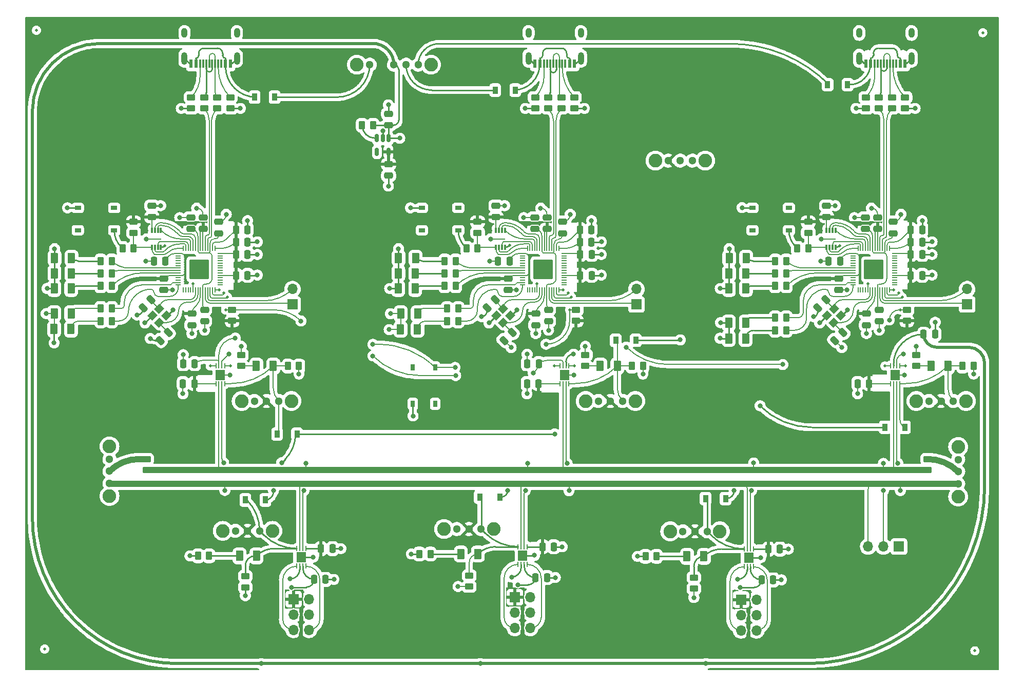
<source format=gbr>
%TF.GenerationSoftware,KiCad,Pcbnew,6.0.2+dfsg-1*%
%TF.CreationDate,2022-10-15T14:58:28-04:00*%
%TF.ProjectId,CHV_DC31,4348565f-4443-4333-912e-6b696361645f,rev?*%
%TF.SameCoordinates,Original*%
%TF.FileFunction,Copper,L1,Top*%
%TF.FilePolarity,Positive*%
%FSLAX46Y46*%
G04 Gerber Fmt 4.6, Leading zero omitted, Abs format (unit mm)*
G04 Created by KiCad (PCBNEW 6.0.2+dfsg-1) date 2022-10-15 14:58:28*
%MOMM*%
%LPD*%
G01*
G04 APERTURE LIST*
G04 Aperture macros list*
%AMRoundRect*
0 Rectangle with rounded corners*
0 $1 Rounding radius*
0 $2 $3 $4 $5 $6 $7 $8 $9 X,Y pos of 4 corners*
0 Add a 4 corners polygon primitive as box body*
4,1,4,$2,$3,$4,$5,$6,$7,$8,$9,$2,$3,0*
0 Add four circle primitives for the rounded corners*
1,1,$1+$1,$2,$3*
1,1,$1+$1,$4,$5*
1,1,$1+$1,$6,$7*
1,1,$1+$1,$8,$9*
0 Add four rect primitives between the rounded corners*
20,1,$1+$1,$2,$3,$4,$5,0*
20,1,$1+$1,$4,$5,$6,$7,0*
20,1,$1+$1,$6,$7,$8,$9,0*
20,1,$1+$1,$8,$9,$2,$3,0*%
%AMRotRect*
0 Rectangle, with rotation*
0 The origin of the aperture is its center*
0 $1 length*
0 $2 width*
0 $3 Rotation angle, in degrees counterclockwise*
0 Add horizontal line*
21,1,$1,$2,0,0,$3*%
G04 Aperture macros list end*
%TA.AperFunction,SMDPad,CuDef*%
%ADD10RoundRect,0.250000X-0.450000X0.262500X-0.450000X-0.262500X0.450000X-0.262500X0.450000X0.262500X0*%
%TD*%
%TA.AperFunction,SMDPad,CuDef*%
%ADD11RoundRect,0.250000X0.250000X0.475000X-0.250000X0.475000X-0.250000X-0.475000X0.250000X-0.475000X0*%
%TD*%
%TA.AperFunction,SMDPad,CuDef*%
%ADD12RoundRect,0.150000X-0.150000X0.512500X-0.150000X-0.512500X0.150000X-0.512500X0.150000X0.512500X0*%
%TD*%
%TA.AperFunction,SMDPad,CuDef*%
%ADD13RoundRect,0.250000X-0.250000X-0.475000X0.250000X-0.475000X0.250000X0.475000X-0.250000X0.475000X0*%
%TD*%
%TA.AperFunction,ComponentPad*%
%ADD14R,1.700000X1.700000*%
%TD*%
%TA.AperFunction,ComponentPad*%
%ADD15O,1.700000X1.700000*%
%TD*%
%TA.AperFunction,SMDPad,CuDef*%
%ADD16RoundRect,0.250000X-0.375000X-0.625000X0.375000X-0.625000X0.375000X0.625000X-0.375000X0.625000X0*%
%TD*%
%TA.AperFunction,SMDPad,CuDef*%
%ADD17RoundRect,0.250000X-0.262500X-0.450000X0.262500X-0.450000X0.262500X0.450000X-0.262500X0.450000X0*%
%TD*%
%TA.AperFunction,SMDPad,CuDef*%
%ADD18RoundRect,0.250000X-0.159099X0.512652X-0.512652X0.159099X0.159099X-0.512652X0.512652X-0.159099X0*%
%TD*%
%TA.AperFunction,SMDPad,CuDef*%
%ADD19R,0.900000X1.200000*%
%TD*%
%TA.AperFunction,SMDPad,CuDef*%
%ADD20RotRect,1.200000X1.100000X225.000000*%
%TD*%
%TA.AperFunction,SMDPad,CuDef*%
%ADD21RoundRect,0.250000X0.450000X-0.262500X0.450000X0.262500X-0.450000X0.262500X-0.450000X-0.262500X0*%
%TD*%
%TA.AperFunction,SMDPad,CuDef*%
%ADD22RoundRect,0.250000X-0.475000X0.250000X-0.475000X-0.250000X0.475000X-0.250000X0.475000X0.250000X0*%
%TD*%
%TA.AperFunction,SMDPad,CuDef*%
%ADD23R,1.000000X0.700000*%
%TD*%
%TA.AperFunction,SMDPad,CuDef*%
%ADD24C,0.500000*%
%TD*%
%TA.AperFunction,SMDPad,CuDef*%
%ADD25O,0.250000X0.850000*%
%TD*%
%TA.AperFunction,SMDPad,CuDef*%
%ADD26R,1.650000X1.800000*%
%TD*%
%TA.AperFunction,SMDPad,CuDef*%
%ADD27RoundRect,0.250000X0.475000X-0.250000X0.475000X0.250000X-0.475000X0.250000X-0.475000X-0.250000X0*%
%TD*%
%TA.AperFunction,SMDPad,CuDef*%
%ADD28R,0.300000X0.900000*%
%TD*%
%TA.AperFunction,SMDPad,CuDef*%
%ADD29R,1.650000X0.250000*%
%TD*%
%TA.AperFunction,ComponentPad*%
%ADD30C,1.300000*%
%TD*%
%TA.AperFunction,ComponentPad*%
%ADD31C,2.250000*%
%TD*%
%TA.AperFunction,SMDPad,CuDef*%
%ADD32RoundRect,0.250000X0.262500X0.450000X-0.262500X0.450000X-0.262500X-0.450000X0.262500X-0.450000X0*%
%TD*%
%TA.AperFunction,SMDPad,CuDef*%
%ADD33RoundRect,0.050000X-0.387500X-0.050000X0.387500X-0.050000X0.387500X0.050000X-0.387500X0.050000X0*%
%TD*%
%TA.AperFunction,SMDPad,CuDef*%
%ADD34RoundRect,0.050000X-0.050000X-0.387500X0.050000X-0.387500X0.050000X0.387500X-0.050000X0.387500X0*%
%TD*%
%TA.AperFunction,SMDPad,CuDef*%
%ADD35RoundRect,0.144000X-1.456000X-1.456000X1.456000X-1.456000X1.456000X1.456000X-1.456000X1.456000X0*%
%TD*%
%TA.AperFunction,ComponentPad*%
%ADD36C,0.600000*%
%TD*%
%TA.AperFunction,SMDPad,CuDef*%
%ADD37R,0.600000X1.450000*%
%TD*%
%TA.AperFunction,SMDPad,CuDef*%
%ADD38R,0.300000X1.450000*%
%TD*%
%TA.AperFunction,ComponentPad*%
%ADD39O,1.000000X2.100000*%
%TD*%
%TA.AperFunction,ComponentPad*%
%ADD40O,1.000000X1.600000*%
%TD*%
%TA.AperFunction,SMDPad,CuDef*%
%ADD41R,0.700000X1.000000*%
%TD*%
%TA.AperFunction,ViaPad*%
%ADD42C,0.800000*%
%TD*%
%TA.AperFunction,ViaPad*%
%ADD43C,0.500000*%
%TD*%
%TA.AperFunction,Conductor*%
%ADD44C,0.250000*%
%TD*%
%TA.AperFunction,Conductor*%
%ADD45C,0.200000*%
%TD*%
%TA.AperFunction,Conductor*%
%ADD46C,0.500000*%
%TD*%
%TA.AperFunction,Conductor*%
%ADD47C,1.000000*%
%TD*%
G04 APERTURE END LIST*
D10*
%TO.P,R10,1*%
%TO.N,Net-(J2-PadB5)*%
X142290800Y-45393600D03*
%TO.P,R10,2*%
%TO.N,GND*%
X142290800Y-47218600D03*
%TD*%
D11*
%TO.P,C40,1*%
%TO.N,VBUS*%
X86144498Y-89354303D03*
%TO.P,C40,2*%
%TO.N,GND*%
X84244498Y-89354303D03*
%TD*%
D12*
%TO.P,U5,1,VIN*%
%TO.N,VBUS*%
X118105000Y-52144600D03*
%TO.P,U5,2,GND*%
%TO.N,GND*%
X117155000Y-52144600D03*
%TO.P,U5,3,CE*%
%TO.N,Net-(R20-Pad2)*%
X116205000Y-52144600D03*
%TO.P,U5,4,NC*%
%TO.N,unconnected-(U5-Pad4)*%
X116205000Y-54419600D03*
%TO.P,U5,5,VOUT*%
%TO.N,+3V3*%
X118105000Y-54419600D03*
%TD*%
D13*
%TO.P,C31,1*%
%TO.N,+3V3*%
X204254172Y-71320303D03*
%TO.P,C31,2*%
%TO.N,GND*%
X206154172Y-71320303D03*
%TD*%
D14*
%TO.P,J5,1,Pin_1*%
%TO.N,+3V3*%
X138958400Y-127889000D03*
D15*
%TO.P,J5,2,Pin_2*%
%TO.N,GND*%
X141498400Y-127889000D03*
%TO.P,J5,3,Pin_3*%
%TO.N,unconnected-(J5-Pad3)*%
X138958400Y-130429000D03*
%TO.P,J5,4,Pin_4*%
%TO.N,unconnected-(J5-Pad4)*%
X141498400Y-130429000D03*
%TO.P,J5,5,Pin_5*%
%TO.N,SAO2_TX*%
X138958400Y-132969000D03*
%TO.P,J5,6,Pin_6*%
%TO.N,SAO2_RX*%
X141498400Y-132969000D03*
%TD*%
D16*
%TO.P,D8,1,K*%
%TO.N,GND*%
X62938098Y-83642200D03*
%TO.P,D8,2,A*%
%TO.N,Net-(D8-Pad2)*%
X65738098Y-83642200D03*
%TD*%
D17*
%TO.P,R26,1*%
%TO.N,Net-(D8-Pad2)*%
X70618698Y-82296000D03*
%TO.P,R26,2*%
%TO.N,RP1_LED_5*%
X72443698Y-82296000D03*
%TD*%
D16*
%TO.P,D15,1,K*%
%TO.N,GND*%
X174276172Y-74419103D03*
%TO.P,D15,2,A*%
%TO.N,Net-(D15-Pad2)*%
X177076172Y-74419103D03*
%TD*%
D18*
%TO.P,C59,1*%
%TO.N,RP3_XTAL_OUT*%
X193050074Y-84175401D03*
%TO.P,C59,2*%
%TO.N,GND*%
X191706572Y-85518903D03*
%TD*%
D17*
%TO.P,R31,1*%
%TO.N,Net-(D9-Pad2)*%
X127360398Y-72387103D03*
%TO.P,R31,2*%
%TO.N,RP2_LED_1*%
X129185398Y-72387103D03*
%TD*%
D16*
%TO.P,D17,1,K*%
%TO.N,GND*%
X174236100Y-82626200D03*
%TO.P,D17,2,A*%
%TO.N,Net-(D17-Pad2)*%
X177036100Y-82626200D03*
%TD*%
D19*
%TO.P,D24,1,K*%
%TO.N,Net-(D23-Pad2)*%
X155581898Y-85493503D03*
%TO.P,D24,2,A*%
%TO.N,GLOBAL_Silent*%
X158881898Y-85493503D03*
%TD*%
D10*
%TO.P,R9,1*%
%TO.N,Net-(J2-PadA5)*%
X148767800Y-45393600D03*
%TO.P,R9,2*%
%TO.N,GND*%
X148767800Y-47218600D03*
%TD*%
D16*
%TO.P,D26,1,K*%
%TO.N,Net-(D26-Pad1)*%
X130042000Y-120751600D03*
%TO.P,D26,2,A*%
%TO.N,Net-(D25-Pad1)*%
X132842000Y-120751600D03*
%TD*%
D20*
%TO.P,Y2,1,1*%
%TO.N,RP2_XTAL_IN*%
X137022127Y-80272732D03*
%TO.P,Y2,2,2*%
%TO.N,GND*%
X135876614Y-81418245D03*
%TO.P,Y2,3,3*%
%TO.N,RP2_XTAL_OUT*%
X137007985Y-82549616D03*
%TO.P,Y2,4,4*%
%TO.N,GND*%
X138153498Y-81404103D03*
%TD*%
D16*
%TO.P,D9,1,K*%
%TO.N,GND*%
X119757898Y-71929903D03*
%TO.P,D9,2,A*%
%TO.N,Net-(D9-Pad2)*%
X122557898Y-71929903D03*
%TD*%
%TO.P,D13,1,K*%
%TO.N,GND*%
X120083300Y-83667600D03*
%TO.P,D13,2,A*%
%TO.N,Net-(D13-Pad2)*%
X122883300Y-83667600D03*
%TD*%
D13*
%TO.P,C44,1*%
%TO.N,VBUS*%
X105828400Y-124942600D03*
%TO.P,C44,2*%
%TO.N,GND*%
X107728400Y-124942600D03*
%TD*%
D21*
%TO.P,R15,1*%
%TO.N,+3V3*%
X203593772Y-82289303D03*
%TO.P,R15,2*%
%TO.N,RUN*%
X203593772Y-80464303D03*
%TD*%
D22*
%TO.P,C21,1*%
%TO.N,+3V3*%
X142395298Y-81078903D03*
%TO.P,C21,2*%
%TO.N,GND*%
X142395298Y-82978903D03*
%TD*%
D19*
%TO.P,D27,1,K*%
%TO.N,Net-(D27-Pad1)*%
X170412600Y-111607600D03*
%TO.P,D27,2,A*%
%TO.N,GLOBAL_Silent*%
X173712600Y-111607600D03*
%TD*%
D22*
%TO.P,C22,1*%
%TO.N,+3V3*%
X137797898Y-75272503D03*
%TO.P,C22,2*%
%TO.N,GND*%
X137797898Y-77172503D03*
%TD*%
D23*
%TO.P,S4,1,COM_1*%
%TO.N,~{RP2_USB_BOOT}*%
X129600498Y-67328303D03*
%TO.P,S4,2,COM_2*%
%TO.N,unconnected-(S4-Pad2)*%
X123600498Y-67328303D03*
%TO.P,S4,3,NO_1*%
%TO.N,unconnected-(S4-Pad3)*%
X129600498Y-63628303D03*
%TO.P,S4,4,NO_2*%
%TO.N,GND*%
X123600498Y-63628303D03*
%TD*%
D22*
%TO.P,C58,1*%
%TO.N,GND*%
X190360372Y-63273503D03*
%TO.P,C58,2*%
%TO.N,+3V3*%
X190360372Y-65173503D03*
%TD*%
D16*
%TO.P,D18,1,K*%
%TO.N,GND*%
X174210700Y-85191600D03*
%TO.P,D18,2,A*%
%TO.N,Net-(D18-Pad2)*%
X177010700Y-85191600D03*
%TD*%
D22*
%TO.P,C28,1*%
%TO.N,GND*%
X201333172Y-65915103D03*
%TO.P,C28,2*%
%TO.N,RP3_v1*%
X201333172Y-67815103D03*
%TD*%
D24*
%TO.P,REF\u002A\u002A,*%
%TO.N,*%
X61391800Y-136448800D03*
%TD*%
D11*
%TO.P,C17,1*%
%TO.N,GND*%
X151585098Y-67230903D03*
%TO.P,C17,2*%
%TO.N,+3V3*%
X149685098Y-67230903D03*
%TD*%
D25*
%TO.P,U10,1,TXD*%
%TO.N,RP3_CAN_TX*%
X202413372Y-89733103D03*
%TO.P,U10,2,VSS*%
%TO.N,GND*%
X201913372Y-89733103D03*
%TO.P,U10,3,VDD*%
%TO.N,VBUS*%
X201413372Y-89733103D03*
%TO.P,U10,4,RXD*%
%TO.N,RP3_CAN_RX*%
X200913372Y-89733103D03*
%TO.P,U10,5,VIO*%
%TO.N,+3V3*%
X200913372Y-92633103D03*
%TO.P,U10,6,CANL*%
%TO.N,Net-(J7-Pad2)*%
X201413372Y-92633103D03*
%TO.P,U10,7,CANH*%
%TO.N,Net-(J7-Pad3)*%
X201913372Y-92633103D03*
%TO.P,U10,8,S*%
%TO.N,Net-(D29-Pad2)*%
X202413372Y-92633103D03*
D26*
%TO.P,U10,9,VSS*%
%TO.N,GND*%
X201663372Y-91183103D03*
%TD*%
D24*
%TO.P,REF\u002A\u002A,*%
%TO.N,*%
X216128600Y-34721800D03*
%TD*%
D27*
%TO.P,C38,1*%
%TO.N,VBUS*%
X118110000Y-50000000D03*
%TO.P,C38,2*%
%TO.N,GND*%
X118110000Y-48100000D03*
%TD*%
D17*
%TO.P,R27,1*%
%TO.N,Net-(D23-Pad2)*%
X158244898Y-89735303D03*
%TO.P,R27,2*%
%TO.N,GND*%
X160069898Y-89735303D03*
%TD*%
D10*
%TO.P,R40,1*%
%TO.N,+3V3*%
X187337772Y-65913903D03*
%TO.P,R40,2*%
%TO.N,RP3_QSPI_CS*%
X187337772Y-67738903D03*
%TD*%
D13*
%TO.P,C45,1*%
%TO.N,+3V3*%
X106961200Y-119862600D03*
%TO.P,C45,2*%
%TO.N,GND*%
X108861200Y-119862600D03*
%TD*%
D17*
%TO.P,R34,1*%
%TO.N,Net-(D12-Pad2)*%
X127763900Y-80238600D03*
%TO.P,R34,2*%
%TO.N,RP2_LED_4*%
X129588900Y-80238600D03*
%TD*%
%TO.P,R6,1*%
%TO.N,~{RP1_USB_BOOT}*%
X74225498Y-70304303D03*
%TO.P,R6,2*%
%TO.N,RP1_QSPI_CS*%
X76050498Y-70304303D03*
%TD*%
D10*
%TO.P,R38,1*%
%TO.N,Net-(D25-Pad1)*%
X131419600Y-124307600D03*
%TO.P,R38,2*%
%TO.N,GND*%
X131419600Y-126132600D03*
%TD*%
%TO.P,R30,1*%
%TO.N,+3V3*%
X132794098Y-65913903D03*
%TO.P,R30,2*%
%TO.N,RP2_QSPI_CS*%
X132794098Y-67738903D03*
%TD*%
D28*
%TO.P,IC2,1,~{CS}*%
%TO.N,RP2_QSPI_CS*%
X135803298Y-70154903D03*
%TO.P,IC2,2,DO(IO1)*%
%TO.N,RP2_QSPI_SD1*%
X136303298Y-70154903D03*
%TO.P,IC2,3,IO2*%
%TO.N,RP2_QSPI_SD2*%
X136803298Y-70154903D03*
%TO.P,IC2,4,GND*%
%TO.N,GND*%
X137303298Y-70154903D03*
%TO.P,IC2,5,DI(IO0)*%
%TO.N,RP2_QSPI_SD0*%
X137303298Y-67354903D03*
%TO.P,IC2,6,CLK*%
%TO.N,RP2_QSPI_SCLK*%
X136803298Y-67354903D03*
%TO.P,IC2,7,IO3*%
%TO.N,RP2_QSPI_SD3*%
X136303298Y-67354903D03*
%TO.P,IC2,8,VCC*%
%TO.N,+3V3*%
X135803298Y-67354903D03*
D29*
%TO.P,IC2,9,EP*%
%TO.N,GND*%
X136553298Y-68754903D03*
%TD*%
D10*
%TO.P,R5,1*%
%TO.N,Net-(J1-PadA6)*%
X87706200Y-45393600D03*
%TO.P,R5,2*%
%TO.N,RP1_USB_D+*%
X87706200Y-47218600D03*
%TD*%
D25*
%TO.P,U9,1,TXD*%
%TO.N,SAO3_TX*%
X176776600Y-122836600D03*
%TO.P,U9,2,VSS*%
%TO.N,GND*%
X177276600Y-122836600D03*
%TO.P,U9,3,VDD*%
%TO.N,VBUS*%
X177776600Y-122836600D03*
%TO.P,U9,4,RXD*%
%TO.N,SAO3_RX*%
X178276600Y-122836600D03*
%TO.P,U9,5,VIO*%
%TO.N,+3V3*%
X178276600Y-119936600D03*
%TO.P,U9,6,CANL*%
%TO.N,Net-(J7-Pad2)*%
X177776600Y-119936600D03*
%TO.P,U9,7,CANH*%
%TO.N,Net-(J7-Pad3)*%
X177276600Y-119936600D03*
%TO.P,U9,8,S*%
%TO.N,Net-(D27-Pad1)*%
X176776600Y-119936600D03*
D26*
%TO.P,U9,9,VSS*%
%TO.N,GND*%
X177526600Y-121386600D03*
%TD*%
D24*
%TO.P,REF\u002A\u002A,*%
%TO.N,*%
X214833200Y-136728200D03*
%TD*%
D11*
%TO.P,C55,1*%
%TO.N,+3V3*%
X197380972Y-92630903D03*
%TO.P,C55,2*%
%TO.N,GND*%
X195480972Y-92630903D03*
%TD*%
D30*
%TO.P,S1,1,Throw_1*%
%TO.N,RP1_VBUS*%
X115000000Y-40000000D03*
%TO.P,S1,2,COM*%
%TO.N,VBUS*%
X119000000Y-40000000D03*
%TO.P,S1,3,Throw_2*%
%TO.N,RP2_VBUS*%
X121000000Y-40000000D03*
%TO.P,S1,4,Throw_3*%
%TO.N,RP3_VBUS*%
X123000000Y-40000000D03*
D31*
%TO.P,S1,MH1,MH1*%
%TO.N,unconnected-(S1-PadMH1)*%
X112900000Y-40000000D03*
%TO.P,S1,MH2,MH2*%
%TO.N,unconnected-(S1-PadMH2)*%
X125100000Y-40000000D03*
%TD*%
D17*
%TO.P,R14,1*%
%TO.N,Net-(D19-Pad2)*%
X101501298Y-89735303D03*
%TO.P,R14,2*%
%TO.N,GND*%
X103326298Y-89735303D03*
%TD*%
D22*
%TO.P,C16,1*%
%TO.N,GND*%
X146789498Y-65915103D03*
%TO.P,C16,2*%
%TO.N,RP2_v1*%
X146789498Y-67815103D03*
%TD*%
D18*
%TO.P,C42,1*%
%TO.N,RP1_XTAL_IN*%
X78946098Y-78813303D03*
%TO.P,C42,2*%
%TO.N,GND*%
X77602596Y-80156805D03*
%TD*%
D32*
%TO.P,R50,1*%
%TO.N,Net-(D28-Pad1)*%
X162312000Y-121132600D03*
%TO.P,R50,2*%
%TO.N,GND*%
X160487000Y-121132600D03*
%TD*%
D10*
%TO.P,R17,1*%
%TO.N,Net-(J3-PadB5)*%
X196834474Y-45393600D03*
%TO.P,R17,2*%
%TO.N,GND*%
X196834474Y-47218600D03*
%TD*%
%TO.P,R4,1*%
%TO.N,Net-(J1-PadA7)*%
X89865200Y-45393600D03*
%TO.P,R4,2*%
%TO.N,RP1_USB_D-*%
X89865200Y-47218600D03*
%TD*%
D13*
%TO.P,C48,1*%
%TO.N,VBUS*%
X142341600Y-124637800D03*
%TO.P,C48,2*%
%TO.N,GND*%
X144241600Y-124637800D03*
%TD*%
D27*
%TO.P,C24,1*%
%TO.N,+3V3*%
X144249498Y-67129303D03*
%TO.P,C24,2*%
%TO.N,GND*%
X144249498Y-65229303D03*
%TD*%
%TO.P,C27,1*%
%TO.N,GND*%
X199047172Y-82338903D03*
%TO.P,C27,2*%
%TO.N,RP3_v1*%
X199047172Y-80438903D03*
%TD*%
D14*
%TO.P,J9,1,Pin_1*%
%TO.N,RP2_SWCLK*%
X159006898Y-79575303D03*
D15*
%TO.P,J9,2,Pin_2*%
%TO.N,RP2_SWD*%
X159006898Y-77035303D03*
%TD*%
D22*
%TO.P,C14,1*%
%TO.N,GND*%
X142217498Y-65229303D03*
%TO.P,C14,2*%
%TO.N,RP2_v1*%
X142217498Y-67129303D03*
%TD*%
D13*
%TO.P,C49,1*%
%TO.N,+3V3*%
X143474400Y-119557800D03*
%TO.P,C49,2*%
%TO.N,GND*%
X145374400Y-119557800D03*
%TD*%
D17*
%TO.P,R25,1*%
%TO.N,Net-(D7-Pad2)*%
X70618698Y-80213200D03*
%TO.P,R25,2*%
%TO.N,RP1_LED_4*%
X72443698Y-80213200D03*
%TD*%
D19*
%TO.P,D1,1,K*%
%TO.N,RP1_VBUS*%
X99313000Y-45364400D03*
%TO.P,D1,2,A*%
%TO.N,Net-(D1-Pad2)*%
X96013000Y-45364400D03*
%TD*%
D13*
%TO.P,C37,1*%
%TO.N,+3V3*%
X204233772Y-69262903D03*
%TO.P,C37,2*%
%TO.N,GND*%
X206133772Y-69262903D03*
%TD*%
D16*
%TO.P,D10,1,K*%
%TO.N,GND*%
X119732498Y-74419103D03*
%TO.P,D10,2,A*%
%TO.N,Net-(D10-Pad2)*%
X122532498Y-74419103D03*
%TD*%
D22*
%TO.P,C9,1*%
%TO.N,+3V3*%
X85651698Y-81078903D03*
%TO.P,C9,2*%
%TO.N,GND*%
X85651698Y-82978903D03*
%TD*%
D21*
%TO.P,R47,1*%
%TO.N,Net-(D19-Pad1)*%
X93830498Y-89735303D03*
%TO.P,R47,2*%
%TO.N,GND*%
X93830498Y-87910303D03*
%TD*%
D27*
%TO.P,C15,1*%
%TO.N,GND*%
X144503498Y-82338903D03*
%TO.P,C15,2*%
%TO.N,RP2_v1*%
X144503498Y-80438903D03*
%TD*%
D22*
%TO.P,C8,1*%
%TO.N,+3V3*%
X81054298Y-75272503D03*
%TO.P,C8,2*%
%TO.N,GND*%
X81054298Y-77172503D03*
%TD*%
D30*
%TO.P,SW8,1,A*%
%TO.N,Net-(D21-Pad1)*%
X96855600Y-116936400D03*
%TO.P,SW8,2,B*%
%TO.N,+3V3*%
X94855600Y-116936400D03*
%TO.P,SW8,3*%
%TO.N,N/C*%
X92855600Y-116936400D03*
D31*
%TO.P,SW8,MH1*%
X98955600Y-116936400D03*
%TO.P,SW8,MH2*%
X90755600Y-116936400D03*
%TD*%
D14*
%TO.P,J8,1,Pin_1*%
%TO.N,RP1_SWCLK*%
X102263298Y-79575303D03*
D15*
%TO.P,J8,2,Pin_2*%
%TO.N,RP1_SWD*%
X102263298Y-77035303D03*
%TD*%
D22*
%TO.P,C13,1*%
%TO.N,GND*%
X79073098Y-63273503D03*
%TO.P,C13,2*%
%TO.N,+3V3*%
X79073098Y-65173503D03*
%TD*%
D10*
%TO.P,R28,1*%
%TO.N,Net-(D21-Pad1)*%
X94488000Y-124413000D03*
%TO.P,R28,2*%
%TO.N,GND*%
X94488000Y-126238000D03*
%TD*%
D19*
%TO.P,D30,1,K*%
%TO.N,Net-(D29-Pad2)*%
X203278200Y-99847400D03*
%TO.P,D30,2,A*%
%TO.N,GLOBAL_Silent*%
X199978200Y-99847400D03*
%TD*%
D13*
%TO.P,C19,1*%
%TO.N,+3V3*%
X149710498Y-71320303D03*
%TO.P,C19,2*%
%TO.N,GND*%
X151610498Y-71320303D03*
%TD*%
D11*
%TO.P,C47,1*%
%TO.N,VBUS*%
X142888098Y-89354303D03*
%TO.P,C47,2*%
%TO.N,GND*%
X140988098Y-89354303D03*
%TD*%
D16*
%TO.P,D22,1,K*%
%TO.N,Net-(D22-Pad1)*%
X93528800Y-121056400D03*
%TO.P,D22,2,A*%
%TO.N,Net-(D21-Pad1)*%
X96328800Y-121056400D03*
%TD*%
D21*
%TO.P,R13,1*%
%TO.N,+3V3*%
X149050098Y-82289303D03*
%TO.P,R13,2*%
%TO.N,RUN*%
X149050098Y-80464303D03*
%TD*%
D17*
%TO.P,R43,1*%
%TO.N,Net-(D16-Pad2)*%
X181905972Y-76501903D03*
%TO.P,R43,2*%
%TO.N,RP3_LED_3*%
X183730972Y-76501903D03*
%TD*%
D13*
%TO.P,C10,1*%
%TO.N,+3V3*%
X92966898Y-74774703D03*
%TO.P,C10,2*%
%TO.N,GND*%
X94866898Y-74774703D03*
%TD*%
D10*
%TO.P,R18,1*%
%TO.N,Net-(J3-PadA7)*%
X201142600Y-45391700D03*
%TO.P,R18,2*%
%TO.N,RP3_USB_D-*%
X201142600Y-47216700D03*
%TD*%
D30*
%TO.P,SW9,1,A*%
%TO.N,Net-(D25-Pad1)*%
X133368800Y-116631600D03*
%TO.P,SW9,2,B*%
%TO.N,+3V3*%
X131368800Y-116631600D03*
%TO.P,SW9,3*%
%TO.N,N/C*%
X129368800Y-116631600D03*
D31*
%TO.P,SW9,MH1*%
X135468800Y-116631600D03*
%TO.P,SW9,MH2*%
X127268800Y-116631600D03*
%TD*%
D21*
%TO.P,R36,1*%
%TO.N,Net-(D23-Pad1)*%
X150574098Y-89735303D03*
%TO.P,R36,2*%
%TO.N,GND*%
X150574098Y-87910303D03*
%TD*%
D13*
%TO.P,C5,1*%
%TO.N,+3V3*%
X92946498Y-69262903D03*
%TO.P,C5,2*%
%TO.N,GND*%
X94846498Y-69262903D03*
%TD*%
D25*
%TO.P,U4,1,TXD*%
%TO.N,RP1_CAN_TX*%
X91126098Y-89733103D03*
%TO.P,U4,2,VSS*%
%TO.N,GND*%
X90626098Y-89733103D03*
%TO.P,U4,3,VDD*%
%TO.N,VBUS*%
X90126098Y-89733103D03*
%TO.P,U4,4,RXD*%
%TO.N,RP1_CAN_RX*%
X89626098Y-89733103D03*
%TO.P,U4,5,VIO*%
%TO.N,+3V3*%
X89626098Y-92633103D03*
%TO.P,U4,6,CANL*%
%TO.N,Net-(J7-Pad2)*%
X90126098Y-92633103D03*
%TO.P,U4,7,CANH*%
%TO.N,Net-(J7-Pad3)*%
X90626098Y-92633103D03*
%TO.P,U4,8,S*%
%TO.N,Net-(D19-Pad2)*%
X91126098Y-92633103D03*
D26*
%TO.P,U4,9,VSS*%
%TO.N,GND*%
X90376098Y-91183103D03*
%TD*%
D11*
%TO.P,C39,1*%
%TO.N,+3V3*%
X86093698Y-92630903D03*
%TO.P,C39,2*%
%TO.N,GND*%
X84193698Y-92630903D03*
%TD*%
D17*
%TO.P,R48,1*%
%TO.N,Net-(D29-Pad2)*%
X212788572Y-89735303D03*
%TO.P,R48,2*%
%TO.N,GND*%
X214613572Y-89735303D03*
%TD*%
D18*
%TO.P,C57,1*%
%TO.N,RP3_XTAL_IN*%
X190233372Y-78813303D03*
%TO.P,C57,2*%
%TO.N,GND*%
X188889870Y-80156805D03*
%TD*%
D10*
%TO.P,R3,1*%
%TO.N,Net-(J1-PadB5)*%
X85547200Y-45393600D03*
%TO.P,R3,2*%
%TO.N,GND*%
X85547200Y-47218600D03*
%TD*%
%TO.P,R11,1*%
%TO.N,Net-(J2-PadA7)*%
X146608800Y-45391700D03*
%TO.P,R11,2*%
%TO.N,RP2_USB_D-*%
X146608800Y-47216700D03*
%TD*%
D17*
%TO.P,R24,1*%
%TO.N,Net-(D6-Pad2)*%
X70618698Y-76501903D03*
%TO.P,R24,2*%
%TO.N,RP1_LED_3*%
X72443698Y-76501903D03*
%TD*%
D25*
%TO.P,U8,1,TXD*%
%TO.N,SAO2_TX*%
X139483400Y-122455600D03*
%TO.P,U8,2,VSS*%
%TO.N,GND*%
X139983400Y-122455600D03*
%TO.P,U8,3,VDD*%
%TO.N,VBUS*%
X140483400Y-122455600D03*
%TO.P,U8,4,RXD*%
%TO.N,SAO2_RX*%
X140983400Y-122455600D03*
%TO.P,U8,5,VIO*%
%TO.N,+3V3*%
X140983400Y-119555600D03*
%TO.P,U8,6,CANL*%
%TO.N,Net-(J7-Pad2)*%
X140483400Y-119555600D03*
%TO.P,U8,7,CANH*%
%TO.N,Net-(J7-Pad3)*%
X139983400Y-119555600D03*
%TO.P,U8,8,S*%
%TO.N,Net-(D25-Pad1)*%
X139483400Y-119555600D03*
D26*
%TO.P,U8,9,VSS*%
%TO.N,GND*%
X140233400Y-121005600D03*
%TD*%
D16*
%TO.P,D6,1,K*%
%TO.N,GND*%
X62963498Y-76933703D03*
%TO.P,D6,2,A*%
%TO.N,Net-(D6-Pad2)*%
X65763498Y-76933703D03*
%TD*%
D27*
%TO.P,C36,1*%
%TO.N,+3V3*%
X198793172Y-67129303D03*
%TO.P,C36,2*%
%TO.N,GND*%
X198793172Y-65229303D03*
%TD*%
D33*
%TO.P,U3,1,IOVDD*%
%TO.N,+3V3*%
X194720672Y-71158703D03*
%TO.P,U3,2,GPIO0*%
%TO.N,unconnected-(U3-Pad2)*%
X194720672Y-71558703D03*
%TO.P,U3,3,GPIO1*%
%TO.N,unconnected-(U3-Pad3)*%
X194720672Y-71958703D03*
%TO.P,U3,4,GPIO2*%
%TO.N,unconnected-(U3-Pad4)*%
X194720672Y-72358703D03*
%TO.P,U3,5,GPIO3*%
%TO.N,unconnected-(U3-Pad5)*%
X194720672Y-72758703D03*
%TO.P,U3,6,GPIO4*%
%TO.N,unconnected-(U3-Pad6)*%
X194720672Y-73158703D03*
%TO.P,U3,7,GPIO5*%
%TO.N,RP3_LED_1*%
X194720672Y-73558703D03*
%TO.P,U3,8,GPIO6*%
%TO.N,RP3_LED_2*%
X194720672Y-73958703D03*
%TO.P,U3,9,GPIO7*%
%TO.N,RP3_LED_3*%
X194720672Y-74358703D03*
%TO.P,U3,10,IOVDD*%
%TO.N,+3V3*%
X194720672Y-74758703D03*
%TO.P,U3,11,GPIO8*%
%TO.N,unconnected-(U3-Pad11)*%
X194720672Y-75158703D03*
%TO.P,U3,12,GPIO9*%
%TO.N,unconnected-(U3-Pad12)*%
X194720672Y-75558703D03*
%TO.P,U3,13,GPIO10*%
%TO.N,RP3_LED_4*%
X194720672Y-75958703D03*
%TO.P,U3,14,GPIO11*%
%TO.N,RP3_LED_5*%
X194720672Y-76358703D03*
D34*
%TO.P,U3,15,GPIO12*%
%TO.N,unconnected-(U3-Pad15)*%
X195558172Y-77196203D03*
%TO.P,U3,16,GPIO13*%
%TO.N,unconnected-(U3-Pad16)*%
X195958172Y-77196203D03*
%TO.P,U3,17,GPIO14*%
%TO.N,unconnected-(U3-Pad17)*%
X196358172Y-77196203D03*
%TO.P,U3,18,GPIO15*%
%TO.N,unconnected-(U3-Pad18)*%
X196758172Y-77196203D03*
%TO.P,U3,19,TESTEN*%
%TO.N,GND*%
X197158172Y-77196203D03*
%TO.P,U3,20,XIN*%
%TO.N,RP3_XTAL_IN*%
X197558172Y-77196203D03*
%TO.P,U3,21,XOUT*%
%TO.N,RP3_XTAL_OUT*%
X197958172Y-77196203D03*
%TO.P,U3,22,IOVDD*%
%TO.N,+3V3*%
X198358172Y-77196203D03*
%TO.P,U3,23,DVDD*%
%TO.N,RP3_v1*%
X198758172Y-77196203D03*
%TO.P,U3,24,SWCLK*%
%TO.N,RP3_SWCLK*%
X199158172Y-77196203D03*
%TO.P,U3,25,SWD*%
%TO.N,RP3_SWD*%
X199558172Y-77196203D03*
%TO.P,U3,26,RUN*%
%TO.N,RUN*%
X199958172Y-77196203D03*
%TO.P,U3,27,GPIO16*%
%TO.N,RP3_CAN_TX*%
X200358172Y-77196203D03*
%TO.P,U3,28,GPIO17*%
%TO.N,RP3_CAN_RX*%
X200758172Y-77196203D03*
D33*
%TO.P,U3,29,GPIO18*%
%TO.N,unconnected-(U3-Pad29)*%
X201595672Y-76358703D03*
%TO.P,U3,30,GPIO19*%
%TO.N,unconnected-(U3-Pad30)*%
X201595672Y-75958703D03*
%TO.P,U3,31,GPIO20*%
%TO.N,unconnected-(U3-Pad31)*%
X201595672Y-75558703D03*
%TO.P,U3,32,GPIO21*%
%TO.N,unconnected-(U3-Pad32)*%
X201595672Y-75158703D03*
%TO.P,U3,33,IOVDD*%
%TO.N,+3V3*%
X201595672Y-74758703D03*
%TO.P,U3,34,GPIO22*%
%TO.N,unconnected-(U3-Pad34)*%
X201595672Y-74358703D03*
%TO.P,U3,35,GPIO23*%
%TO.N,unconnected-(U3-Pad35)*%
X201595672Y-73958703D03*
%TO.P,U3,36,GPIO24*%
%TO.N,unconnected-(U3-Pad36)*%
X201595672Y-73558703D03*
%TO.P,U3,37,GPIO25*%
%TO.N,unconnected-(U3-Pad37)*%
X201595672Y-73158703D03*
%TO.P,U3,38,GPIO26_ADC0*%
%TO.N,unconnected-(U3-Pad38)*%
X201595672Y-72758703D03*
%TO.P,U3,39,GPIO27_ADC1*%
%TO.N,unconnected-(U3-Pad39)*%
X201595672Y-72358703D03*
%TO.P,U3,40,GPIO28_ADC2*%
%TO.N,unconnected-(U3-Pad40)*%
X201595672Y-71958703D03*
%TO.P,U3,41,GPIO29_ADC3*%
%TO.N,unconnected-(U3-Pad41)*%
X201595672Y-71558703D03*
%TO.P,U3,42,IOVDD*%
%TO.N,+3V3*%
X201595672Y-71158703D03*
D34*
%TO.P,U3,43,ADC_AVDD*%
X200758172Y-70321203D03*
%TO.P,U3,44,VREG_IN*%
X200358172Y-70321203D03*
%TO.P,U3,45,VREG_VOUT*%
%TO.N,RP3_v1*%
X199958172Y-70321203D03*
%TO.P,U3,46,USB_DM*%
%TO.N,RP3_USB_D-*%
X199558172Y-70321203D03*
%TO.P,U3,47,USB_DP*%
%TO.N,RP3_USB_D+*%
X199158172Y-70321203D03*
%TO.P,U3,48,USB_VDD*%
%TO.N,+3V3*%
X198758172Y-70321203D03*
%TO.P,U3,49,IOVDD*%
X198358172Y-70321203D03*
%TO.P,U3,50,DVDD*%
%TO.N,RP3_v1*%
X197958172Y-70321203D03*
%TO.P,U3,51,QSPI_SD3*%
%TO.N,RP3_QSPI_SD3*%
X197558172Y-70321203D03*
%TO.P,U3,52,QSPI_SCLK*%
%TO.N,RP3_QSPI_SCLK*%
X197158172Y-70321203D03*
%TO.P,U3,53,QSPI_SD0*%
%TO.N,RP3_QSPI_SD0*%
X196758172Y-70321203D03*
%TO.P,U3,54,QSPI_SD2*%
%TO.N,RP3_QSPI_SD2*%
X196358172Y-70321203D03*
%TO.P,U3,55,QSPI_SD1*%
%TO.N,RP3_QSPI_SD1*%
X195958172Y-70321203D03*
%TO.P,U3,56,QSPI_SS*%
%TO.N,RP3_QSPI_CS*%
X195558172Y-70321203D03*
D35*
%TO.P,U3,57,GND*%
%TO.N,GND*%
X198158172Y-73758703D03*
D36*
X199433172Y-72483703D03*
X196883172Y-72483703D03*
X196883172Y-73758703D03*
X196883172Y-75033703D03*
X198158172Y-72483703D03*
X198158172Y-75033703D03*
X199433172Y-73758703D03*
X198158172Y-73758703D03*
X199433172Y-75033703D03*
%TD*%
D30*
%TO.P,SW14,1,A*%
%TO.N,Net-(J7-Pad3)*%
X72085200Y-109093000D03*
%TO.P,SW14,2,B*%
%TO.N,Net-(R46-Pad2)*%
X72085200Y-107093000D03*
%TO.P,SW14,3*%
%TO.N,N/C*%
X72085200Y-105093000D03*
D31*
%TO.P,SW14,MH1*%
X72085200Y-111193000D03*
%TO.P,SW14,MH2*%
X72085200Y-102993000D03*
%TD*%
D14*
%TO.P,J7,1,Pin_1*%
%TO.N,GND*%
X202311000Y-119532400D03*
D15*
%TO.P,J7,2,Pin_2*%
%TO.N,Net-(J7-Pad2)*%
X199771000Y-119532400D03*
%TO.P,J7,3,Pin_3*%
%TO.N,Net-(J7-Pad3)*%
X197231000Y-119532400D03*
%TD*%
D13*
%TO.P,C20,1*%
%TO.N,+3V3*%
X149710498Y-74774703D03*
%TO.P,C20,2*%
%TO.N,GND*%
X151610498Y-74774703D03*
%TD*%
%TO.P,C11,1*%
%TO.N,+3V3*%
X92966898Y-71320303D03*
%TO.P,C11,2*%
%TO.N,GND*%
X94866898Y-71320303D03*
%TD*%
D32*
%TO.P,R20,1*%
%TO.N,VBUS*%
X115570000Y-50000000D03*
%TO.P,R20,2*%
%TO.N,Net-(R20-Pad2)*%
X113745000Y-50000000D03*
%TD*%
D37*
%TO.P,J1,A1,GND*%
%TO.N,GND*%
X92023000Y-39859000D03*
%TO.P,J1,A4,VBUS*%
%TO.N,Net-(D1-Pad2)*%
X91223000Y-39859000D03*
D38*
%TO.P,J1,A5,CC1*%
%TO.N,Net-(J1-PadA5)*%
X90023000Y-39859000D03*
%TO.P,J1,A6,D+*%
%TO.N,Net-(J1-PadA6)*%
X89023000Y-39859000D03*
%TO.P,J1,A7,D-*%
%TO.N,Net-(J1-PadA7)*%
X88523000Y-39859000D03*
%TO.P,J1,A8,SBU1*%
%TO.N,unconnected-(J1-PadA8)*%
X87523000Y-39859000D03*
D37*
%TO.P,J1,A9,VBUS*%
%TO.N,Net-(D1-Pad2)*%
X86323000Y-39859000D03*
%TO.P,J1,A12,GND*%
%TO.N,GND*%
X85523000Y-39859000D03*
%TO.P,J1,B1,GND*%
X85523000Y-39859000D03*
%TO.P,J1,B4,VBUS*%
%TO.N,Net-(D1-Pad2)*%
X86323000Y-39859000D03*
D38*
%TO.P,J1,B5,CC2*%
%TO.N,Net-(J1-PadB5)*%
X87023000Y-39859000D03*
%TO.P,J1,B6,D+*%
%TO.N,Net-(J1-PadA6)*%
X88023000Y-39859000D03*
%TO.P,J1,B7,D-*%
%TO.N,Net-(J1-PadA7)*%
X89523000Y-39859000D03*
%TO.P,J1,B8,SBU2*%
%TO.N,unconnected-(J1-PadB8)*%
X90523000Y-39859000D03*
D37*
%TO.P,J1,B9,VBUS*%
%TO.N,Net-(D1-Pad2)*%
X91223000Y-39859000D03*
%TO.P,J1,B12,GND*%
%TO.N,GND*%
X92023000Y-39859000D03*
D39*
%TO.P,J1,S1,SHIELD*%
X93093000Y-38944000D03*
D40*
X93093000Y-34764000D03*
X84453000Y-34764000D03*
D39*
X84453000Y-38944000D03*
%TD*%
D24*
%TO.P,REF\u002A\u002A,*%
%TO.N,*%
X60020200Y-34340800D03*
%TD*%
D19*
%TO.P,D3,1,K*%
%TO.N,RP2_VBUS*%
X135710200Y-44196000D03*
%TO.P,D3,2,A*%
%TO.N,Net-(D3-Pad2)*%
X139010200Y-44196000D03*
%TD*%
D22*
%TO.P,C26,1*%
%TO.N,GND*%
X196761172Y-65229303D03*
%TO.P,C26,2*%
%TO.N,RP3_v1*%
X196761172Y-67129303D03*
%TD*%
%TO.P,C33,1*%
%TO.N,+3V3*%
X196938972Y-81078903D03*
%TO.P,C33,2*%
%TO.N,GND*%
X196938972Y-82978903D03*
%TD*%
%TO.P,C50,1*%
%TO.N,GND*%
X135816698Y-63273503D03*
%TO.P,C50,2*%
%TO.N,+3V3*%
X135816698Y-65173503D03*
%TD*%
D16*
%TO.P,D12,1,K*%
%TO.N,GND*%
X120108700Y-81102200D03*
%TO.P,D12,2,A*%
%TO.N,Net-(D12-Pad2)*%
X122908700Y-81102200D03*
%TD*%
D10*
%TO.P,R7,1*%
%TO.N,+3V3*%
X76050498Y-65913903D03*
%TO.P,R7,2*%
%TO.N,RP1_QSPI_CS*%
X76050498Y-67738903D03*
%TD*%
D17*
%TO.P,R42,1*%
%TO.N,Net-(D15-Pad2)*%
X181905972Y-74419103D03*
%TO.P,R42,2*%
%TO.N,RP3_LED_2*%
X183730972Y-74419103D03*
%TD*%
D30*
%TO.P,SW7,1,A*%
%TO.N,Net-(D23-Pad2)*%
X156720898Y-95501103D03*
%TO.P,SW7,2,B*%
%TO.N,+3V3*%
X154720898Y-95501103D03*
%TO.P,SW7,3*%
%TO.N,N/C*%
X152720898Y-95501103D03*
D31*
%TO.P,SW7,MH1*%
X158820898Y-95501103D03*
%TO.P,SW7,MH2*%
X150620898Y-95501103D03*
%TD*%
D21*
%TO.P,R8,1*%
%TO.N,Net-(J7-Pad2)*%
X207035400Y-106912500D03*
%TO.P,R8,2*%
%TO.N,Net-(R8-Pad2)*%
X207035400Y-105087500D03*
%TD*%
D41*
%TO.P,S2,1,COM_1*%
%TO.N,RUN*%
X125802000Y-89989400D03*
%TO.P,S2,2,COM_2*%
%TO.N,unconnected-(S2-Pad2)*%
X125802000Y-95989400D03*
%TO.P,S2,3,NO_1*%
%TO.N,unconnected-(S2-Pad3)*%
X122102000Y-89989400D03*
%TO.P,S2,4,NO_2*%
%TO.N,GND*%
X122102000Y-95989400D03*
%TD*%
D16*
%TO.P,D2,1,K*%
%TO.N,GND*%
X63014298Y-71929903D03*
%TO.P,D2,2,A*%
%TO.N,Net-(D2-Pad2)*%
X65814298Y-71929903D03*
%TD*%
D18*
%TO.P,C43,1*%
%TO.N,RP1_XTAL_OUT*%
X81762800Y-84175401D03*
%TO.P,C43,2*%
%TO.N,GND*%
X80419298Y-85518903D03*
%TD*%
D11*
%TO.P,C4,1*%
%TO.N,GND*%
X94841498Y-67230903D03*
%TO.P,C4,2*%
%TO.N,+3V3*%
X92941498Y-67230903D03*
%TD*%
D33*
%TO.P,U1,1,IOVDD*%
%TO.N,+3V3*%
X83433398Y-71158703D03*
%TO.P,U1,2,GPIO0*%
%TO.N,unconnected-(U1-Pad2)*%
X83433398Y-71558703D03*
%TO.P,U1,3,GPIO1*%
%TO.N,unconnected-(U1-Pad3)*%
X83433398Y-71958703D03*
%TO.P,U1,4,GPIO2*%
%TO.N,unconnected-(U1-Pad4)*%
X83433398Y-72358703D03*
%TO.P,U1,5,GPIO3*%
%TO.N,unconnected-(U1-Pad5)*%
X83433398Y-72758703D03*
%TO.P,U1,6,GPIO4*%
%TO.N,unconnected-(U1-Pad6)*%
X83433398Y-73158703D03*
%TO.P,U1,7,GPIO5*%
%TO.N,RP1_LED_1*%
X83433398Y-73558703D03*
%TO.P,U1,8,GPIO6*%
%TO.N,RP1_LED_2*%
X83433398Y-73958703D03*
%TO.P,U1,9,GPIO7*%
%TO.N,RP1_LED_3*%
X83433398Y-74358703D03*
%TO.P,U1,10,IOVDD*%
%TO.N,+3V3*%
X83433398Y-74758703D03*
%TO.P,U1,11,GPIO8*%
%TO.N,unconnected-(U1-Pad11)*%
X83433398Y-75158703D03*
%TO.P,U1,12,GPIO9*%
%TO.N,unconnected-(U1-Pad12)*%
X83433398Y-75558703D03*
%TO.P,U1,13,GPIO10*%
%TO.N,RP1_LED_4*%
X83433398Y-75958703D03*
%TO.P,U1,14,GPIO11*%
%TO.N,RP1_LED_5*%
X83433398Y-76358703D03*
D34*
%TO.P,U1,15,GPIO12*%
%TO.N,unconnected-(U1-Pad15)*%
X84270898Y-77196203D03*
%TO.P,U1,16,GPIO13*%
%TO.N,unconnected-(U1-Pad16)*%
X84670898Y-77196203D03*
%TO.P,U1,17,GPIO14*%
%TO.N,unconnected-(U1-Pad17)*%
X85070898Y-77196203D03*
%TO.P,U1,18,GPIO15*%
%TO.N,unconnected-(U1-Pad18)*%
X85470898Y-77196203D03*
%TO.P,U1,19,TESTEN*%
%TO.N,GND*%
X85870898Y-77196203D03*
%TO.P,U1,20,XIN*%
%TO.N,RP1_XTAL_IN*%
X86270898Y-77196203D03*
%TO.P,U1,21,XOUT*%
%TO.N,RP1_XTAL_OUT*%
X86670898Y-77196203D03*
%TO.P,U1,22,IOVDD*%
%TO.N,+3V3*%
X87070898Y-77196203D03*
%TO.P,U1,23,DVDD*%
%TO.N,RP1_v1*%
X87470898Y-77196203D03*
%TO.P,U1,24,SWCLK*%
%TO.N,RP1_SWCLK*%
X87870898Y-77196203D03*
%TO.P,U1,25,SWD*%
%TO.N,RP1_SWD*%
X88270898Y-77196203D03*
%TO.P,U1,26,RUN*%
%TO.N,RUN*%
X88670898Y-77196203D03*
%TO.P,U1,27,GPIO16*%
%TO.N,RP1_CAN_TX*%
X89070898Y-77196203D03*
%TO.P,U1,28,GPIO17*%
%TO.N,RP1_CAN_RX*%
X89470898Y-77196203D03*
D33*
%TO.P,U1,29,GPIO18*%
%TO.N,unconnected-(U1-Pad29)*%
X90308398Y-76358703D03*
%TO.P,U1,30,GPIO19*%
%TO.N,unconnected-(U1-Pad30)*%
X90308398Y-75958703D03*
%TO.P,U1,31,GPIO20*%
%TO.N,unconnected-(U1-Pad31)*%
X90308398Y-75558703D03*
%TO.P,U1,32,GPIO21*%
%TO.N,unconnected-(U1-Pad32)*%
X90308398Y-75158703D03*
%TO.P,U1,33,IOVDD*%
%TO.N,+3V3*%
X90308398Y-74758703D03*
%TO.P,U1,34,GPIO22*%
%TO.N,unconnected-(U1-Pad34)*%
X90308398Y-74358703D03*
%TO.P,U1,35,GPIO23*%
%TO.N,unconnected-(U1-Pad35)*%
X90308398Y-73958703D03*
%TO.P,U1,36,GPIO24*%
%TO.N,unconnected-(U1-Pad36)*%
X90308398Y-73558703D03*
%TO.P,U1,37,GPIO25*%
%TO.N,unconnected-(U1-Pad37)*%
X90308398Y-73158703D03*
%TO.P,U1,38,GPIO26_ADC0*%
%TO.N,unconnected-(U1-Pad38)*%
X90308398Y-72758703D03*
%TO.P,U1,39,GPIO27_ADC1*%
%TO.N,unconnected-(U1-Pad39)*%
X90308398Y-72358703D03*
%TO.P,U1,40,GPIO28_ADC2*%
%TO.N,unconnected-(U1-Pad40)*%
X90308398Y-71958703D03*
%TO.P,U1,41,GPIO29_ADC3*%
%TO.N,unconnected-(U1-Pad41)*%
X90308398Y-71558703D03*
%TO.P,U1,42,IOVDD*%
%TO.N,+3V3*%
X90308398Y-71158703D03*
D34*
%TO.P,U1,43,ADC_AVDD*%
X89470898Y-70321203D03*
%TO.P,U1,44,VREG_IN*%
X89070898Y-70321203D03*
%TO.P,U1,45,VREG_VOUT*%
%TO.N,RP1_v1*%
X88670898Y-70321203D03*
%TO.P,U1,46,USB_DM*%
%TO.N,RP1_USB_D-*%
X88270898Y-70321203D03*
%TO.P,U1,47,USB_DP*%
%TO.N,RP1_USB_D+*%
X87870898Y-70321203D03*
%TO.P,U1,48,USB_VDD*%
%TO.N,+3V3*%
X87470898Y-70321203D03*
%TO.P,U1,49,IOVDD*%
X87070898Y-70321203D03*
%TO.P,U1,50,DVDD*%
%TO.N,RP1_v1*%
X86670898Y-70321203D03*
%TO.P,U1,51,QSPI_SD3*%
%TO.N,RP1_QSPI_SD3*%
X86270898Y-70321203D03*
%TO.P,U1,52,QSPI_SCLK*%
%TO.N,RP1_QSPI_SCLK*%
X85870898Y-70321203D03*
%TO.P,U1,53,QSPI_SD0*%
%TO.N,RP1_QSPI_SD0*%
X85470898Y-70321203D03*
%TO.P,U1,54,QSPI_SD2*%
%TO.N,RP1_QSPI_SD2*%
X85070898Y-70321203D03*
%TO.P,U1,55,QSPI_SD1*%
%TO.N,RP1_QSPI_SD1*%
X84670898Y-70321203D03*
%TO.P,U1,56,QSPI_SS*%
%TO.N,RP1_QSPI_CS*%
X84270898Y-70321203D03*
D36*
%TO.P,U1,57,GND*%
%TO.N,GND*%
X85595898Y-73758703D03*
X86870898Y-75033703D03*
X86870898Y-73758703D03*
X88145898Y-73758703D03*
X88145898Y-75033703D03*
X86870898Y-72483703D03*
X88145898Y-72483703D03*
X85595898Y-75033703D03*
X85595898Y-72483703D03*
D35*
X86870898Y-73758703D03*
%TD*%
D25*
%TO.P,U6,1,TXD*%
%TO.N,SAO1_TX*%
X102970200Y-122760400D03*
%TO.P,U6,2,VSS*%
%TO.N,GND*%
X103470200Y-122760400D03*
%TO.P,U6,3,VDD*%
%TO.N,VBUS*%
X103970200Y-122760400D03*
%TO.P,U6,4,RXD*%
%TO.N,SAO1_RX*%
X104470200Y-122760400D03*
%TO.P,U6,5,VIO*%
%TO.N,+3V3*%
X104470200Y-119860400D03*
%TO.P,U6,6,CANL*%
%TO.N,Net-(J7-Pad2)*%
X103970200Y-119860400D03*
%TO.P,U6,7,CANH*%
%TO.N,Net-(J7-Pad3)*%
X103470200Y-119860400D03*
%TO.P,U6,8,S*%
%TO.N,Net-(D21-Pad1)*%
X102970200Y-119860400D03*
D26*
%TO.P,U6,9,VSS*%
%TO.N,GND*%
X103720200Y-121310400D03*
%TD*%
D17*
%TO.P,R35,1*%
%TO.N,Net-(D13-Pad2)*%
X127763900Y-82321400D03*
%TO.P,R35,2*%
%TO.N,RP2_LED_5*%
X129588900Y-82321400D03*
%TD*%
D14*
%TO.P,J6,1,Pin_1*%
%TO.N,+3V3*%
X176251600Y-128270000D03*
D15*
%TO.P,J6,2,Pin_2*%
%TO.N,GND*%
X178791600Y-128270000D03*
%TO.P,J6,3,Pin_3*%
%TO.N,unconnected-(J6-Pad3)*%
X176251600Y-130810000D03*
%TO.P,J6,4,Pin_4*%
%TO.N,unconnected-(J6-Pad4)*%
X178791600Y-130810000D03*
%TO.P,J6,5,Pin_5*%
%TO.N,SAO3_TX*%
X176251600Y-133350000D03*
%TO.P,J6,6,Pin_6*%
%TO.N,SAO3_RX*%
X178791600Y-133350000D03*
%TD*%
D19*
%TO.P,D5,1,K*%
%TO.N,RP3_VBUS*%
X190523400Y-43307000D03*
%TO.P,D5,2,A*%
%TO.N,Net-(D5-Pad2)*%
X193823400Y-43307000D03*
%TD*%
D17*
%TO.P,R29,1*%
%TO.N,~{RP2_USB_BOOT}*%
X130969098Y-70304303D03*
%TO.P,R29,2*%
%TO.N,RP2_QSPI_CS*%
X132794098Y-70304303D03*
%TD*%
D30*
%TO.P,SW1,1,A*%
%TO.N,Net-(J7-Pad3)*%
X212071200Y-109174400D03*
%TO.P,SW1,2,B*%
%TO.N,Net-(R8-Pad2)*%
X212071200Y-107174400D03*
%TO.P,SW1,3*%
%TO.N,N/C*%
X212071200Y-105174400D03*
D31*
%TO.P,SW1,MH1*%
X212071200Y-111274400D03*
%TO.P,SW1,MH2*%
X212071200Y-103074400D03*
%TD*%
D22*
%TO.P,C41,1*%
%TO.N,+3V3*%
X118110000Y-56426200D03*
%TO.P,C41,2*%
%TO.N,GND*%
X118110000Y-58326200D03*
%TD*%
D17*
%TO.P,R41,1*%
%TO.N,Net-(D14-Pad2)*%
X181904072Y-72387103D03*
%TO.P,R41,2*%
%TO.N,RP3_LED_1*%
X183729072Y-72387103D03*
%TD*%
D14*
%TO.P,J4,1,Pin_1*%
%TO.N,+3V3*%
X102445200Y-128193800D03*
D15*
%TO.P,J4,2,Pin_2*%
%TO.N,GND*%
X104985200Y-128193800D03*
%TO.P,J4,3,Pin_3*%
%TO.N,unconnected-(J4-Pad3)*%
X102445200Y-130733800D03*
%TO.P,J4,4,Pin_4*%
%TO.N,unconnected-(J4-Pad4)*%
X104985200Y-130733800D03*
%TO.P,J4,5,Pin_5*%
%TO.N,SAO1_TX*%
X102445200Y-133273800D03*
%TO.P,J4,6,Pin_6*%
%TO.N,SAO1_RX*%
X104985200Y-133273800D03*
%TD*%
D28*
%TO.P,IC1,1,~{CS}*%
%TO.N,RP1_QSPI_CS*%
X79059698Y-70154903D03*
%TO.P,IC1,2,DO(IO1)*%
%TO.N,RP1_QSPI_SD1*%
X79559698Y-70154903D03*
%TO.P,IC1,3,IO2*%
%TO.N,RP1_QSPI_SD2*%
X80059698Y-70154903D03*
%TO.P,IC1,4,GND*%
%TO.N,GND*%
X80559698Y-70154903D03*
%TO.P,IC1,5,DI(IO0)*%
%TO.N,RP1_QSPI_SD0*%
X80559698Y-67354903D03*
%TO.P,IC1,6,CLK*%
%TO.N,RP1_QSPI_SCLK*%
X80059698Y-67354903D03*
%TO.P,IC1,7,IO3*%
%TO.N,RP1_QSPI_SD3*%
X79559698Y-67354903D03*
%TO.P,IC1,8,VCC*%
%TO.N,+3V3*%
X79059698Y-67354903D03*
D29*
%TO.P,IC1,9,EP*%
%TO.N,GND*%
X79809698Y-68754903D03*
%TD*%
D16*
%TO.P,D16,1,K*%
%TO.N,GND*%
X174250772Y-76933703D03*
%TO.P,D16,2,A*%
%TO.N,Net-(D16-Pad2)*%
X177050772Y-76933703D03*
%TD*%
D33*
%TO.P,U2,1,IOVDD*%
%TO.N,+3V3*%
X140176998Y-71158703D03*
%TO.P,U2,2,GPIO0*%
%TO.N,unconnected-(U2-Pad2)*%
X140176998Y-71558703D03*
%TO.P,U2,3,GPIO1*%
%TO.N,unconnected-(U2-Pad3)*%
X140176998Y-71958703D03*
%TO.P,U2,4,GPIO2*%
%TO.N,unconnected-(U2-Pad4)*%
X140176998Y-72358703D03*
%TO.P,U2,5,GPIO3*%
%TO.N,unconnected-(U2-Pad5)*%
X140176998Y-72758703D03*
%TO.P,U2,6,GPIO4*%
%TO.N,unconnected-(U2-Pad6)*%
X140176998Y-73158703D03*
%TO.P,U2,7,GPIO5*%
%TO.N,RP2_LED_1*%
X140176998Y-73558703D03*
%TO.P,U2,8,GPIO6*%
%TO.N,RP2_LED_2*%
X140176998Y-73958703D03*
%TO.P,U2,9,GPIO7*%
%TO.N,RP2_LED_3*%
X140176998Y-74358703D03*
%TO.P,U2,10,IOVDD*%
%TO.N,+3V3*%
X140176998Y-74758703D03*
%TO.P,U2,11,GPIO8*%
%TO.N,unconnected-(U2-Pad11)*%
X140176998Y-75158703D03*
%TO.P,U2,12,GPIO9*%
%TO.N,unconnected-(U2-Pad12)*%
X140176998Y-75558703D03*
%TO.P,U2,13,GPIO10*%
%TO.N,RP2_LED_4*%
X140176998Y-75958703D03*
%TO.P,U2,14,GPIO11*%
%TO.N,RP2_LED_5*%
X140176998Y-76358703D03*
D34*
%TO.P,U2,15,GPIO12*%
%TO.N,unconnected-(U2-Pad15)*%
X141014498Y-77196203D03*
%TO.P,U2,16,GPIO13*%
%TO.N,unconnected-(U2-Pad16)*%
X141414498Y-77196203D03*
%TO.P,U2,17,GPIO14*%
%TO.N,unconnected-(U2-Pad17)*%
X141814498Y-77196203D03*
%TO.P,U2,18,GPIO15*%
%TO.N,unconnected-(U2-Pad18)*%
X142214498Y-77196203D03*
%TO.P,U2,19,TESTEN*%
%TO.N,GND*%
X142614498Y-77196203D03*
%TO.P,U2,20,XIN*%
%TO.N,RP2_XTAL_IN*%
X143014498Y-77196203D03*
%TO.P,U2,21,XOUT*%
%TO.N,RP2_XTAL_OUT*%
X143414498Y-77196203D03*
%TO.P,U2,22,IOVDD*%
%TO.N,+3V3*%
X143814498Y-77196203D03*
%TO.P,U2,23,DVDD*%
%TO.N,RP2_v1*%
X144214498Y-77196203D03*
%TO.P,U2,24,SWCLK*%
%TO.N,RP2_SWCLK*%
X144614498Y-77196203D03*
%TO.P,U2,25,SWD*%
%TO.N,RP2_SWD*%
X145014498Y-77196203D03*
%TO.P,U2,26,RUN*%
%TO.N,RUN*%
X145414498Y-77196203D03*
%TO.P,U2,27,GPIO16*%
%TO.N,RP2_CAN_TX*%
X145814498Y-77196203D03*
%TO.P,U2,28,GPIO17*%
%TO.N,RP2_CAN_RX*%
X146214498Y-77196203D03*
D33*
%TO.P,U2,29,GPIO18*%
%TO.N,unconnected-(U2-Pad29)*%
X147051998Y-76358703D03*
%TO.P,U2,30,GPIO19*%
%TO.N,unconnected-(U2-Pad30)*%
X147051998Y-75958703D03*
%TO.P,U2,31,GPIO20*%
%TO.N,unconnected-(U2-Pad31)*%
X147051998Y-75558703D03*
%TO.P,U2,32,GPIO21*%
%TO.N,unconnected-(U2-Pad32)*%
X147051998Y-75158703D03*
%TO.P,U2,33,IOVDD*%
%TO.N,+3V3*%
X147051998Y-74758703D03*
%TO.P,U2,34,GPIO22*%
%TO.N,unconnected-(U2-Pad34)*%
X147051998Y-74358703D03*
%TO.P,U2,35,GPIO23*%
%TO.N,unconnected-(U2-Pad35)*%
X147051998Y-73958703D03*
%TO.P,U2,36,GPIO24*%
%TO.N,unconnected-(U2-Pad36)*%
X147051998Y-73558703D03*
%TO.P,U2,37,GPIO25*%
%TO.N,unconnected-(U2-Pad37)*%
X147051998Y-73158703D03*
%TO.P,U2,38,GPIO26_ADC0*%
%TO.N,unconnected-(U2-Pad38)*%
X147051998Y-72758703D03*
%TO.P,U2,39,GPIO27_ADC1*%
%TO.N,unconnected-(U2-Pad39)*%
X147051998Y-72358703D03*
%TO.P,U2,40,GPIO28_ADC2*%
%TO.N,unconnected-(U2-Pad40)*%
X147051998Y-71958703D03*
%TO.P,U2,41,GPIO29_ADC3*%
%TO.N,unconnected-(U2-Pad41)*%
X147051998Y-71558703D03*
%TO.P,U2,42,IOVDD*%
%TO.N,+3V3*%
X147051998Y-71158703D03*
D34*
%TO.P,U2,43,ADC_AVDD*%
X146214498Y-70321203D03*
%TO.P,U2,44,VREG_IN*%
X145814498Y-70321203D03*
%TO.P,U2,45,VREG_VOUT*%
%TO.N,RP2_v1*%
X145414498Y-70321203D03*
%TO.P,U2,46,USB_DM*%
%TO.N,RP2_USB_D-*%
X145014498Y-70321203D03*
%TO.P,U2,47,USB_DP*%
%TO.N,RP2_USB_D+*%
X144614498Y-70321203D03*
%TO.P,U2,48,USB_VDD*%
%TO.N,+3V3*%
X144214498Y-70321203D03*
%TO.P,U2,49,IOVDD*%
X143814498Y-70321203D03*
%TO.P,U2,50,DVDD*%
%TO.N,RP2_v1*%
X143414498Y-70321203D03*
%TO.P,U2,51,QSPI_SD3*%
%TO.N,RP2_QSPI_SD3*%
X143014498Y-70321203D03*
%TO.P,U2,52,QSPI_SCLK*%
%TO.N,RP2_QSPI_SCLK*%
X142614498Y-70321203D03*
%TO.P,U2,53,QSPI_SD0*%
%TO.N,RP2_QSPI_SD0*%
X142214498Y-70321203D03*
%TO.P,U2,54,QSPI_SD2*%
%TO.N,RP2_QSPI_SD2*%
X141814498Y-70321203D03*
%TO.P,U2,55,QSPI_SD1*%
%TO.N,RP2_QSPI_SD1*%
X141414498Y-70321203D03*
%TO.P,U2,56,QSPI_SS*%
%TO.N,RP2_QSPI_CS*%
X141014498Y-70321203D03*
D36*
%TO.P,U2,57,GND*%
%TO.N,GND*%
X142339498Y-73758703D03*
X144889498Y-75033703D03*
X144889498Y-72483703D03*
X144889498Y-73758703D03*
X142339498Y-75033703D03*
D35*
X143614498Y-73758703D03*
D36*
X143614498Y-73758703D03*
X143614498Y-75033703D03*
X142339498Y-72483703D03*
X143614498Y-72483703D03*
%TD*%
D30*
%TO.P,SW3,1,A*%
%TO.N,+3V3*%
X164243000Y-55829200D03*
%TO.P,SW3,2,B*%
%TO.N,GLOBAL_Silent*%
X166243000Y-55829200D03*
%TO.P,SW3,3*%
%TO.N,N/C*%
X168243000Y-55829200D03*
D31*
%TO.P,SW3,MH1*%
X162143000Y-55829200D03*
%TO.P,SW3,MH2*%
X170343000Y-55829200D03*
%TD*%
D30*
%TO.P,SW2,1,A*%
%TO.N,Net-(D19-Pad2)*%
X99977298Y-95501103D03*
%TO.P,SW2,2,B*%
%TO.N,+3V3*%
X97977298Y-95501103D03*
%TO.P,SW2,3*%
%TO.N,N/C*%
X95977298Y-95501103D03*
D31*
%TO.P,SW2,MH1*%
X102077298Y-95501103D03*
%TO.P,SW2,MH2*%
X93877298Y-95501103D03*
%TD*%
D17*
%TO.P,R22,1*%
%TO.N,Net-(D2-Pad2)*%
X70616798Y-72387103D03*
%TO.P,R22,2*%
%TO.N,RP1_LED_1*%
X72441798Y-72387103D03*
%TD*%
D30*
%TO.P,SW10,1,A*%
%TO.N,Net-(D29-Pad2)*%
X211264572Y-95501103D03*
%TO.P,SW10,2,B*%
%TO.N,+3V3*%
X209264572Y-95501103D03*
%TO.P,SW10,3*%
%TO.N,N/C*%
X207264572Y-95501103D03*
D31*
%TO.P,SW10,MH1*%
X213364572Y-95501103D03*
%TO.P,SW10,MH2*%
X205164572Y-95501103D03*
%TD*%
D23*
%TO.P,S3,1,COM_1*%
%TO.N,~{RP1_USB_BOOT}*%
X72856898Y-67328303D03*
%TO.P,S3,2,COM_2*%
%TO.N,unconnected-(S3-Pad2)*%
X66856898Y-67328303D03*
%TO.P,S3,3,NO_1*%
%TO.N,unconnected-(S3-Pad3)*%
X72856898Y-63628303D03*
%TO.P,S3,4,NO_2*%
%TO.N,GND*%
X66856898Y-63628303D03*
%TD*%
D17*
%TO.P,R32,1*%
%TO.N,Net-(D10-Pad2)*%
X127362298Y-74419103D03*
%TO.P,R32,2*%
%TO.N,RP2_LED_2*%
X129187298Y-74419103D03*
%TD*%
D11*
%TO.P,C29,1*%
%TO.N,GND*%
X206128772Y-67230903D03*
%TO.P,C29,2*%
%TO.N,+3V3*%
X204228772Y-67230903D03*
%TD*%
D22*
%TO.P,C34,1*%
%TO.N,+3V3*%
X192341572Y-75272503D03*
%TO.P,C34,2*%
%TO.N,GND*%
X192341572Y-77172503D03*
%TD*%
D19*
%TO.P,D20,1,K*%
%TO.N,Net-(D19-Pad2)*%
X99724400Y-100965000D03*
%TO.P,D20,2,A*%
%TO.N,GLOBAL_Silent*%
X103024400Y-100965000D03*
%TD*%
D16*
%TO.P,D14,1,K*%
%TO.N,GND*%
X174301572Y-71929903D03*
%TO.P,D14,2,A*%
%TO.N,Net-(D14-Pad2)*%
X177101572Y-71929903D03*
%TD*%
D32*
%TO.P,R37,1*%
%TO.N,Net-(D26-Pad1)*%
X125018800Y-120751600D03*
%TO.P,R37,2*%
%TO.N,GND*%
X123193800Y-120751600D03*
%TD*%
D21*
%TO.P,R1,1*%
%TO.N,+3V3*%
X92306498Y-82289303D03*
%TO.P,R1,2*%
%TO.N,RUN*%
X92306498Y-80464303D03*
%TD*%
D11*
%TO.P,C7,1*%
%TO.N,+3V3*%
X81308298Y-72463303D03*
%TO.P,C7,2*%
%TO.N,GND*%
X79408298Y-72463303D03*
%TD*%
D28*
%TO.P,IC3,1,~{CS}*%
%TO.N,RP3_QSPI_CS*%
X190346972Y-70154903D03*
%TO.P,IC3,2,DO(IO1)*%
%TO.N,RP3_QSPI_SD1*%
X190846972Y-70154903D03*
%TO.P,IC3,3,IO2*%
%TO.N,RP3_QSPI_SD2*%
X191346972Y-70154903D03*
%TO.P,IC3,4,GND*%
%TO.N,GND*%
X191846972Y-70154903D03*
%TO.P,IC3,5,DI(IO0)*%
%TO.N,RP3_QSPI_SD0*%
X191846972Y-67354903D03*
%TO.P,IC3,6,CLK*%
%TO.N,RP3_QSPI_SCLK*%
X191346972Y-67354903D03*
%TO.P,IC3,7,IO3*%
%TO.N,RP3_QSPI_SD3*%
X190846972Y-67354903D03*
%TO.P,IC3,8,VCC*%
%TO.N,+3V3*%
X190346972Y-67354903D03*
D29*
%TO.P,IC3,9,EP*%
%TO.N,GND*%
X191096972Y-68754903D03*
%TD*%
D17*
%TO.P,R33,1*%
%TO.N,Net-(D11-Pad2)*%
X127362298Y-76501903D03*
%TO.P,R33,2*%
%TO.N,RP2_LED_3*%
X129187298Y-76501903D03*
%TD*%
%TO.P,R45,1*%
%TO.N,Net-(D18-Pad2)*%
X181891300Y-83845400D03*
%TO.P,R45,2*%
%TO.N,RP3_LED_5*%
X183716300Y-83845400D03*
%TD*%
D20*
%TO.P,Y3,1,1*%
%TO.N,RP3_XTAL_IN*%
X191565801Y-80272732D03*
%TO.P,Y3,2,2*%
%TO.N,GND*%
X190420288Y-81418245D03*
%TO.P,Y3,3,3*%
%TO.N,RP3_XTAL_OUT*%
X191551659Y-82549616D03*
%TO.P,Y3,4,4*%
%TO.N,GND*%
X192697172Y-81404103D03*
%TD*%
D16*
%TO.P,D29,1,K*%
%TO.N,Net-(D29-Pad1)*%
X207575572Y-89735303D03*
%TO.P,D29,2,A*%
%TO.N,Net-(D29-Pad2)*%
X210375572Y-89735303D03*
%TD*%
D18*
%TO.P,C51,1*%
%TO.N,RP2_XTAL_IN*%
X135689698Y-78813303D03*
%TO.P,C51,2*%
%TO.N,GND*%
X134346196Y-80156805D03*
%TD*%
D27*
%TO.P,C6,1*%
%TO.N,+3V3*%
X87505898Y-67129303D03*
%TO.P,C6,2*%
%TO.N,GND*%
X87505898Y-65229303D03*
%TD*%
D16*
%TO.P,D19,1,K*%
%TO.N,Net-(D19-Pad1)*%
X96288298Y-89735303D03*
%TO.P,D19,2,A*%
%TO.N,Net-(D19-Pad2)*%
X99088298Y-89735303D03*
%TD*%
D27*
%TO.P,C2,1*%
%TO.N,GND*%
X87759898Y-82338903D03*
%TO.P,C2,2*%
%TO.N,RP1_v1*%
X87759898Y-80438903D03*
%TD*%
D32*
%TO.P,R21,1*%
%TO.N,Net-(D22-Pad1)*%
X88505600Y-121056400D03*
%TO.P,R21,2*%
%TO.N,GND*%
X86680600Y-121056400D03*
%TD*%
D13*
%TO.P,C32,1*%
%TO.N,+3V3*%
X204254172Y-74774703D03*
%TO.P,C32,2*%
%TO.N,GND*%
X206154172Y-74774703D03*
%TD*%
D19*
%TO.P,D25,1,K*%
%TO.N,Net-(D25-Pad1)*%
X133144800Y-111353600D03*
%TO.P,D25,2,A*%
%TO.N,GLOBAL_Silent*%
X136444800Y-111353600D03*
%TD*%
D10*
%TO.P,R2,1*%
%TO.N,Net-(J1-PadA5)*%
X92024200Y-45393600D03*
%TO.P,R2,2*%
%TO.N,GND*%
X92024200Y-47218600D03*
%TD*%
D18*
%TO.P,C52,1*%
%TO.N,RP2_XTAL_OUT*%
X138506400Y-84175401D03*
%TO.P,C52,2*%
%TO.N,GND*%
X137162898Y-85518903D03*
%TD*%
D11*
%TO.P,C46,1*%
%TO.N,+3V3*%
X142837298Y-92630903D03*
%TO.P,C46,2*%
%TO.N,GND*%
X140937298Y-92630903D03*
%TD*%
D37*
%TO.P,J2,A1,GND*%
%TO.N,GND*%
X148766600Y-39859000D03*
%TO.P,J2,A4,VBUS*%
%TO.N,Net-(D3-Pad2)*%
X147966600Y-39859000D03*
D38*
%TO.P,J2,A5,CC1*%
%TO.N,Net-(J2-PadA5)*%
X146766600Y-39859000D03*
%TO.P,J2,A6,D+*%
%TO.N,Net-(J2-PadA6)*%
X145766600Y-39859000D03*
%TO.P,J2,A7,D-*%
%TO.N,Net-(J2-PadA7)*%
X145266600Y-39859000D03*
%TO.P,J2,A8,SBU1*%
%TO.N,unconnected-(J2-PadA8)*%
X144266600Y-39859000D03*
D37*
%TO.P,J2,A9,VBUS*%
%TO.N,Net-(D3-Pad2)*%
X143066600Y-39859000D03*
%TO.P,J2,A12,GND*%
%TO.N,GND*%
X142266600Y-39859000D03*
%TO.P,J2,B1,GND*%
X142266600Y-39859000D03*
%TO.P,J2,B4,VBUS*%
%TO.N,Net-(D3-Pad2)*%
X143066600Y-39859000D03*
D38*
%TO.P,J2,B5,CC2*%
%TO.N,Net-(J2-PadB5)*%
X143766600Y-39859000D03*
%TO.P,J2,B6,D+*%
%TO.N,Net-(J2-PadA6)*%
X144766600Y-39859000D03*
%TO.P,J2,B7,D-*%
%TO.N,Net-(J2-PadA7)*%
X146266600Y-39859000D03*
%TO.P,J2,B8,SBU2*%
%TO.N,unconnected-(J2-PadB8)*%
X147266600Y-39859000D03*
D37*
%TO.P,J2,B9,VBUS*%
%TO.N,Net-(D3-Pad2)*%
X147966600Y-39859000D03*
%TO.P,J2,B12,GND*%
%TO.N,GND*%
X148766600Y-39859000D03*
D40*
%TO.P,J2,S1,SHIELD*%
X149836600Y-34764000D03*
D39*
X149836600Y-38944000D03*
X141196600Y-38944000D03*
D40*
X141196600Y-34764000D03*
%TD*%
D19*
%TO.P,D21,1,K*%
%TO.N,Net-(D21-Pad1)*%
X94486000Y-111836200D03*
%TO.P,D21,2,A*%
%TO.N,GLOBAL_Silent*%
X97786000Y-111836200D03*
%TD*%
D16*
%TO.P,D4,1,K*%
%TO.N,GND*%
X62988898Y-74419103D03*
%TO.P,D4,2,A*%
%TO.N,Net-(D4-Pad2)*%
X65788898Y-74419103D03*
%TD*%
D23*
%TO.P,S5,1,COM_1*%
%TO.N,~{RP3_USB_BOOT}*%
X184144172Y-67328303D03*
%TO.P,S5,2,COM_2*%
%TO.N,unconnected-(S5-Pad2)*%
X178144172Y-67328303D03*
%TO.P,S5,3,NO_1*%
%TO.N,unconnected-(S5-Pad3)*%
X184144172Y-63628303D03*
%TO.P,S5,4,NO_2*%
%TO.N,GND*%
X178144172Y-63628303D03*
%TD*%
D16*
%TO.P,D7,1,K*%
%TO.N,GND*%
X62963498Y-81076800D03*
%TO.P,D7,2,A*%
%TO.N,Net-(D7-Pad2)*%
X65763498Y-81076800D03*
%TD*%
%TO.P,D11,1,K*%
%TO.N,GND*%
X119707098Y-76933703D03*
%TO.P,D11,2,A*%
%TO.N,Net-(D11-Pad2)*%
X122507098Y-76933703D03*
%TD*%
D11*
%TO.P,C23,1*%
%TO.N,+3V3*%
X138051898Y-72463303D03*
%TO.P,C23,2*%
%TO.N,GND*%
X136151898Y-72463303D03*
%TD*%
D10*
%TO.P,R16,1*%
%TO.N,Net-(J3-PadA5)*%
X203311474Y-45393600D03*
%TO.P,R16,2*%
%TO.N,GND*%
X203311474Y-47218600D03*
%TD*%
D20*
%TO.P,Y1,1,1*%
%TO.N,RP1_XTAL_IN*%
X80278527Y-80272732D03*
%TO.P,Y1,2,2*%
%TO.N,GND*%
X79133014Y-81418245D03*
%TO.P,Y1,3,3*%
%TO.N,RP1_XTAL_OUT*%
X80264385Y-82549616D03*
%TO.P,Y1,4,4*%
%TO.N,GND*%
X81409898Y-81404103D03*
%TD*%
D22*
%TO.P,C3,1*%
%TO.N,GND*%
X90045898Y-65915103D03*
%TO.P,C3,2*%
%TO.N,RP1_v1*%
X90045898Y-67815103D03*
%TD*%
D10*
%TO.P,R51,1*%
%TO.N,Net-(D27-Pad1)*%
X168478200Y-124637800D03*
%TO.P,R51,2*%
%TO.N,GND*%
X168478200Y-126462800D03*
%TD*%
D16*
%TO.P,D23,1,K*%
%TO.N,Net-(D23-Pad1)*%
X153031898Y-89735303D03*
%TO.P,D23,2,A*%
%TO.N,Net-(D23-Pad2)*%
X155831898Y-89735303D03*
%TD*%
D30*
%TO.P,SW12,1,A*%
%TO.N,Net-(D27-Pad1)*%
X170662000Y-117012600D03*
%TO.P,SW12,2,B*%
%TO.N,+3V3*%
X168662000Y-117012600D03*
%TO.P,SW12,3*%
%TO.N,N/C*%
X166662000Y-117012600D03*
D31*
%TO.P,SW12,MH1*%
X172762000Y-117012600D03*
%TO.P,SW12,MH2*%
X164562000Y-117012600D03*
%TD*%
D14*
%TO.P,J10,1,Pin_1*%
%TO.N,RP3_SWCLK*%
X213550572Y-79575303D03*
D15*
%TO.P,J10,2,Pin_2*%
%TO.N,RP3_SWD*%
X213550572Y-77035303D03*
%TD*%
D13*
%TO.P,C53,1*%
%TO.N,VBUS*%
X179634800Y-125018800D03*
%TO.P,C53,2*%
%TO.N,GND*%
X181534800Y-125018800D03*
%TD*%
%TO.P,C25,1*%
%TO.N,+3V3*%
X149690098Y-69262903D03*
%TO.P,C25,2*%
%TO.N,GND*%
X151590098Y-69262903D03*
%TD*%
%TO.P,C54,1*%
%TO.N,+3V3*%
X180767600Y-119938800D03*
%TO.P,C54,2*%
%TO.N,GND*%
X182667600Y-119938800D03*
%TD*%
D25*
%TO.P,U7,1,TXD*%
%TO.N,RP2_CAN_TX*%
X147869698Y-89733103D03*
%TO.P,U7,2,VSS*%
%TO.N,GND*%
X147369698Y-89733103D03*
%TO.P,U7,3,VDD*%
%TO.N,VBUS*%
X146869698Y-89733103D03*
%TO.P,U7,4,RXD*%
%TO.N,RP2_CAN_RX*%
X146369698Y-89733103D03*
%TO.P,U7,5,VIO*%
%TO.N,+3V3*%
X146369698Y-92633103D03*
%TO.P,U7,6,CANL*%
%TO.N,Net-(J7-Pad2)*%
X146869698Y-92633103D03*
%TO.P,U7,7,CANH*%
%TO.N,Net-(J7-Pad3)*%
X147369698Y-92633103D03*
%TO.P,U7,8,S*%
%TO.N,Net-(D23-Pad2)*%
X147869698Y-92633103D03*
D26*
%TO.P,U7,9,VSS*%
%TO.N,GND*%
X147119698Y-91183103D03*
%TD*%
D13*
%TO.P,C56,1*%
%TO.N,VBUS*%
X206375000Y-84480400D03*
%TO.P,C56,2*%
%TO.N,GND*%
X208275000Y-84480400D03*
%TD*%
D17*
%TO.P,R23,1*%
%TO.N,Net-(D4-Pad2)*%
X70618698Y-74419103D03*
%TO.P,R23,2*%
%TO.N,RP1_LED_2*%
X72443698Y-74419103D03*
%TD*%
D37*
%TO.P,J3,A1,GND*%
%TO.N,GND*%
X203310274Y-39859000D03*
%TO.P,J3,A4,VBUS*%
%TO.N,Net-(D5-Pad2)*%
X202510274Y-39859000D03*
D38*
%TO.P,J3,A5,CC1*%
%TO.N,Net-(J3-PadA5)*%
X201310274Y-39859000D03*
%TO.P,J3,A6,D+*%
%TO.N,Net-(J3-PadA6)*%
X200310274Y-39859000D03*
%TO.P,J3,A7,D-*%
%TO.N,Net-(J3-PadA7)*%
X199810274Y-39859000D03*
%TO.P,J3,A8,SBU1*%
%TO.N,unconnected-(J3-PadA8)*%
X198810274Y-39859000D03*
D37*
%TO.P,J3,A9,VBUS*%
%TO.N,Net-(D5-Pad2)*%
X197610274Y-39859000D03*
%TO.P,J3,A12,GND*%
%TO.N,GND*%
X196810274Y-39859000D03*
%TO.P,J3,B1,GND*%
X196810274Y-39859000D03*
%TO.P,J3,B4,VBUS*%
%TO.N,Net-(D5-Pad2)*%
X197610274Y-39859000D03*
D38*
%TO.P,J3,B5,CC2*%
%TO.N,Net-(J3-PadB5)*%
X198310274Y-39859000D03*
%TO.P,J3,B6,D+*%
%TO.N,Net-(J3-PadA6)*%
X199310274Y-39859000D03*
%TO.P,J3,B7,D-*%
%TO.N,Net-(J3-PadA7)*%
X200810274Y-39859000D03*
%TO.P,J3,B8,SBU2*%
%TO.N,unconnected-(J3-PadB8)*%
X201810274Y-39859000D03*
D37*
%TO.P,J3,B9,VBUS*%
%TO.N,Net-(D5-Pad2)*%
X202510274Y-39859000D03*
%TO.P,J3,B12,GND*%
%TO.N,GND*%
X203310274Y-39859000D03*
D40*
%TO.P,J3,S1,SHIELD*%
X204380274Y-34764000D03*
D39*
X204380274Y-38944000D03*
X195740274Y-38944000D03*
D40*
X195740274Y-34764000D03*
%TD*%
D11*
%TO.P,C35,1*%
%TO.N,+3V3*%
X192595572Y-72463303D03*
%TO.P,C35,2*%
%TO.N,GND*%
X190695572Y-72463303D03*
%TD*%
D22*
%TO.P,C1,1*%
%TO.N,GND*%
X85473898Y-65229303D03*
%TO.P,C1,2*%
%TO.N,RP1_v1*%
X85473898Y-67129303D03*
%TD*%
D10*
%TO.P,R19,1*%
%TO.N,Net-(J3-PadA6)*%
X199009000Y-45391700D03*
%TO.P,R19,2*%
%TO.N,RP3_USB_D+*%
X199009000Y-47216700D03*
%TD*%
D16*
%TO.P,D28,1,K*%
%TO.N,Net-(D28-Pad1)*%
X167335200Y-121132600D03*
%TO.P,D28,2,A*%
%TO.N,Net-(D27-Pad1)*%
X170135200Y-121132600D03*
%TD*%
D21*
%TO.P,R49,1*%
%TO.N,Net-(D29-Pad1)*%
X205117772Y-89735303D03*
%TO.P,R49,2*%
%TO.N,GND*%
X205117772Y-87910303D03*
%TD*%
%TO.P,R46,1*%
%TO.N,Net-(J7-Pad2)*%
X78206600Y-106912500D03*
%TO.P,R46,2*%
%TO.N,Net-(R46-Pad2)*%
X78206600Y-105087500D03*
%TD*%
D17*
%TO.P,R44,1*%
%TO.N,Net-(D17-Pad2)*%
X181891300Y-81762600D03*
%TO.P,R44,2*%
%TO.N,RP3_LED_4*%
X183716300Y-81762600D03*
%TD*%
%TO.P,R39,1*%
%TO.N,~{RP3_USB_BOOT}*%
X185512772Y-70304303D03*
%TO.P,R39,2*%
%TO.N,RP3_QSPI_CS*%
X187337772Y-70304303D03*
%TD*%
D10*
%TO.P,R12,1*%
%TO.N,Net-(J2-PadA6)*%
X144449800Y-45391700D03*
%TO.P,R12,2*%
%TO.N,RP2_USB_D+*%
X144449800Y-47216700D03*
%TD*%
D42*
%TO.N,GND*%
X82425898Y-77162303D03*
X61620400Y-81076800D03*
X96472098Y-74723903D03*
X80518000Y-63271400D03*
X199047172Y-83817103D03*
X195208874Y-47218600D03*
X62941200Y-85902800D03*
X142189200Y-120980200D03*
X137264498Y-63268503D03*
X153215698Y-74723903D03*
X207759372Y-74723903D03*
X204962474Y-47218600D03*
X168478200Y-127939800D03*
X121716800Y-63627000D03*
X109105000Y-124942600D03*
X65151000Y-63627000D03*
D43*
X81229200Y-69875400D03*
D42*
X76631800Y-81330800D03*
X175697800Y-124942600D03*
X61767418Y-76933703D03*
X148615400Y-87782400D03*
X151590098Y-65732303D03*
X172872400Y-82575400D03*
X189369772Y-72387103D03*
X193713172Y-77162303D03*
X189471372Y-68754903D03*
X188239400Y-81584800D03*
X118084600Y-46634400D03*
X203238172Y-91183103D03*
X174301572Y-70369879D03*
D43*
X197154800Y-76174600D03*
D42*
X91795600Y-87757000D03*
X192874972Y-86687303D03*
X84244498Y-87854927D03*
X83921600Y-47218600D03*
X196938972Y-84375903D03*
X207759372Y-71320303D03*
X134927698Y-68754903D03*
X118414800Y-81102200D03*
X138331298Y-86687303D03*
X103326298Y-91044235D03*
X142395298Y-84375903D03*
X182911400Y-125018800D03*
X129565400Y-126111000D03*
X148694498Y-91183103D03*
X78082498Y-72387103D03*
X91950898Y-91183103D03*
X160069898Y-91044235D03*
X138404600Y-124561600D03*
X145618200Y-124637800D03*
X140937298Y-94308079D03*
X83670498Y-65249703D03*
X208280000Y-82499200D03*
X184054400Y-119938800D03*
X193840172Y-80438903D03*
X77930098Y-82623303D03*
X87759898Y-83817103D03*
X140970000Y-87782400D03*
X172770800Y-85140800D03*
X153215698Y-71320303D03*
X202628572Y-64690903D03*
X119757898Y-70369879D03*
X117160300Y-50954493D03*
D43*
X192557400Y-69850000D03*
D42*
X85651698Y-84375903D03*
X105676000Y-121285000D03*
X203073000Y-87782400D03*
X110248000Y-119862600D03*
X139169498Y-77162303D03*
X118287800Y-76936600D03*
X172821600Y-76936600D03*
X86464498Y-63674903D03*
D43*
X142614498Y-76181103D03*
D42*
X63014298Y-70369879D03*
X191803172Y-63273503D03*
X118211600Y-83718400D03*
D43*
X138125200Y-69773800D03*
D42*
X82552898Y-80438903D03*
X205117772Y-86484103D03*
X134673698Y-82623303D03*
X140414098Y-65249703D03*
X96472098Y-69237503D03*
X207759372Y-69237503D03*
X206133772Y-65732303D03*
X93675200Y-47218600D03*
X150418800Y-47218600D03*
X176428400Y-63601600D03*
X139296498Y-80438903D03*
X133451600Y-81584800D03*
X140665200Y-47218600D03*
X150574098Y-86484103D03*
X78816200Y-85191600D03*
X194957772Y-65249703D03*
X144503498Y-83817103D03*
X179482400Y-121361200D03*
X94846498Y-65732303D03*
X94488000Y-127635000D03*
X118084600Y-60045600D03*
X91341298Y-64690903D03*
X146761200Y-119557800D03*
X148084898Y-64690903D03*
X85356000Y-121056400D03*
X189217372Y-82623303D03*
X121869200Y-120751600D03*
X153215698Y-69237503D03*
X78184098Y-68754903D03*
X96472098Y-71320303D03*
D43*
X85880298Y-76171703D03*
D42*
X134826098Y-72387103D03*
X197751772Y-63674903D03*
X84193698Y-94308079D03*
X93830498Y-86484103D03*
X159162400Y-121132600D03*
X101891400Y-124866400D03*
X195480972Y-94308079D03*
X214613572Y-91044235D03*
X122148600Y-97967800D03*
X143208098Y-63674903D03*
%TO.N,VBUS*%
X92837000Y-85115400D03*
X176149000Y-126288800D03*
X102108000Y-126238000D03*
X141986000Y-90855800D03*
X170459400Y-138836400D03*
X129184400Y-91313000D03*
X119964200Y-52146200D03*
X115519200Y-88061800D03*
X139471400Y-125831600D03*
X97104200Y-138836400D03*
X133248400Y-138836400D03*
%TO.N,GLOBAL_Silent*%
X166243000Y-85420200D03*
X175133000Y-110312200D03*
X100482400Y-105689400D03*
X179400200Y-96291400D03*
X137769600Y-110273900D03*
X99136200Y-110273900D03*
X145516600Y-100939600D03*
%TO.N,Net-(J7-Pad2)*%
X178333400Y-105740200D03*
X140682900Y-110273900D03*
X199771000Y-110273900D03*
X104169700Y-110273900D03*
X177977800Y-110286800D03*
X141071600Y-105791000D03*
X104521000Y-105816400D03*
X199745600Y-105791000D03*
%TO.N,Net-(J7-Pad3)*%
X202539600Y-110286800D03*
X147878800Y-110312200D03*
X90906600Y-105689400D03*
X202137402Y-105813000D03*
X91109800Y-110261400D03*
X147569198Y-105813000D03*
%TO.N,RUN*%
X157327600Y-86614000D03*
X129082800Y-89966800D03*
X183134000Y-89484200D03*
D43*
X148288098Y-78330703D03*
D42*
X103657400Y-82296000D03*
X115519200Y-86156800D03*
D43*
X91544498Y-78330703D03*
X91239698Y-80464303D03*
D42*
X144094200Y-86131400D03*
D43*
X202831772Y-78330703D03*
D42*
X200710800Y-82143600D03*
D43*
X147983298Y-80464303D03*
X202526972Y-80464303D03*
%TO.N,RP1_CAN_TX*%
X92052498Y-89735303D03*
X90960298Y-77695703D03*
%TO.N,RP1_CAN_RX*%
X90172898Y-77187703D03*
X88696353Y-89735303D03*
%TO.N,RP2_CAN_TX*%
X147703898Y-77695703D03*
X148796098Y-89735303D03*
%TO.N,RP2_CAN_RX*%
X146916498Y-77187703D03*
X145439953Y-89735303D03*
%TO.N,RP3_CAN_TX*%
X202247572Y-77695703D03*
X203339772Y-89735303D03*
%TO.N,RP3_CAN_RX*%
X201460172Y-77187703D03*
X199983627Y-89735303D03*
%TD*%
D44*
%TO.N,GND*%
X174236100Y-82626200D02*
X172923200Y-82626200D01*
X177526600Y-121386600D02*
X179421079Y-121386600D01*
D45*
X192341572Y-77172503D02*
X193702972Y-77172503D01*
X201913372Y-89733103D02*
X201913372Y-88942028D01*
D44*
X151590098Y-69262903D02*
X153190298Y-69262903D01*
X192697172Y-81404103D02*
X192874972Y-81404103D01*
X86680600Y-121056400D02*
X85356000Y-121056400D01*
D45*
X199047172Y-82338903D02*
X199047172Y-83817103D01*
X142614498Y-77196203D02*
X142614498Y-76181103D01*
X137259498Y-63273503D02*
X137264498Y-63268503D01*
D44*
X206128772Y-67230903D02*
X206128772Y-65737303D01*
D45*
X140434498Y-65229303D02*
X140414098Y-65249703D01*
D44*
X94846498Y-69262903D02*
X96446698Y-69262903D01*
D45*
X85473898Y-65229303D02*
X83690898Y-65229303D01*
D44*
X196834474Y-47218600D02*
X195208874Y-47218600D01*
D45*
X120108700Y-81102200D02*
X120108700Y-83642200D01*
D44*
X174250772Y-76933703D02*
X174250772Y-74480424D01*
D45*
X197158172Y-77196203D02*
X197158172Y-76181103D01*
D44*
X134346196Y-80156805D02*
X134346196Y-80690204D01*
X140233400Y-121005600D02*
X142127879Y-121005600D01*
X66856898Y-63628303D02*
X65152303Y-63628303D01*
D45*
X83690898Y-65229303D02*
X83670498Y-65249703D01*
X93830498Y-87910303D02*
X93830498Y-86484103D01*
D44*
X188889870Y-80156805D02*
X188889870Y-80934330D01*
D45*
X136151898Y-72463303D02*
X134902298Y-72463303D01*
D44*
X123600498Y-63628303D02*
X121718103Y-63628303D01*
D45*
X135816698Y-63273503D02*
X137259498Y-63273503D01*
X79809698Y-68754903D02*
X78184098Y-68754903D01*
X90376098Y-91183103D02*
X91950898Y-91183103D01*
X85870898Y-77196203D02*
X85870898Y-76181103D01*
D44*
X63014298Y-71929903D02*
X63014298Y-70369879D01*
X138055789Y-69843211D02*
X138125200Y-69773800D01*
X122102000Y-95989400D02*
X122102000Y-97921200D01*
D45*
X85651698Y-82978903D02*
X85651698Y-84375903D01*
X140937298Y-92630903D02*
X140937298Y-94308079D01*
D44*
X85547200Y-47218600D02*
X83921600Y-47218600D01*
D45*
X190360372Y-63273503D02*
X191803172Y-63273503D01*
D44*
X176455103Y-63628303D02*
X176428400Y-63601600D01*
X142001999Y-39749398D02*
X141196600Y-38944000D01*
X79073098Y-63273503D02*
X80515897Y-63273503D01*
X160487000Y-121132600D02*
X159162400Y-121132600D01*
X182667600Y-119938800D02*
X184054400Y-119938800D01*
D45*
X205117772Y-87910303D02*
X205117772Y-86484103D01*
X147119698Y-91183103D02*
X148694498Y-91183103D01*
X62963498Y-81076800D02*
X61620400Y-81076800D01*
X140988098Y-89354303D02*
X140988098Y-87800498D01*
D44*
X118110000Y-48100000D02*
X118110000Y-46659800D01*
D45*
X142395298Y-82978903D02*
X142395298Y-84375903D01*
X136553298Y-68754903D02*
X134927698Y-68754903D01*
X144249498Y-64716303D02*
X144249498Y-65229303D01*
D44*
X139983400Y-122455600D02*
X139983400Y-122982800D01*
X80419298Y-85518903D02*
X79606379Y-85518903D01*
D45*
X150574098Y-87910303D02*
X150574098Y-86484103D01*
D44*
X77602596Y-80156805D02*
X77602596Y-80360004D01*
X142290800Y-47218600D02*
X140665200Y-47218600D01*
D45*
X79408298Y-72463303D02*
X78158698Y-72463303D01*
D44*
X208275000Y-84480400D02*
X208275000Y-82504200D01*
X174250772Y-76933703D02*
X172824497Y-76933703D01*
X79133014Y-81418245D02*
X79133014Y-81420387D01*
D45*
X191706572Y-85518903D02*
X192874972Y-86687303D01*
D44*
X119757898Y-71929903D02*
X119757898Y-70369879D01*
X144241600Y-124637800D02*
X145618200Y-124637800D01*
X138153498Y-81404103D02*
X138331298Y-81404103D01*
D45*
X120108700Y-81102200D02*
X118414800Y-81102200D01*
D44*
X121718103Y-63628303D02*
X121716800Y-63627000D01*
X103470200Y-122760400D02*
X103470200Y-123287600D01*
D45*
X190695572Y-72463303D02*
X189445972Y-72463303D01*
D44*
X119732498Y-74419103D02*
X119732498Y-71991224D01*
X62988898Y-74419103D02*
X62988898Y-71991224D01*
X190420288Y-81418245D02*
X190420288Y-81420387D01*
D45*
X90626098Y-88926502D02*
X91795600Y-87757000D01*
D44*
X135876614Y-81418245D02*
X135876614Y-81420387D01*
D45*
X137162898Y-85518903D02*
X138331298Y-86687303D01*
D44*
X92024200Y-47218600D02*
X93675200Y-47218600D01*
D45*
X62963498Y-81076800D02*
X62963498Y-83616800D01*
X191096972Y-68754903D02*
X189471372Y-68754903D01*
D44*
X174210700Y-85191600D02*
X174210700Y-82651600D01*
X178144172Y-63628303D02*
X176455103Y-63628303D01*
X81225468Y-69879132D02*
X81229200Y-69875400D01*
X94866898Y-71320303D02*
X96472098Y-71320303D01*
X203311474Y-47218600D02*
X204962474Y-47218600D01*
D45*
X120083300Y-83667600D02*
X118262400Y-83667600D01*
X142217498Y-65229303D02*
X140434498Y-65229303D01*
X144503498Y-82338903D02*
X144503498Y-83817103D01*
X87759898Y-82338903D02*
X87759898Y-83817103D01*
D44*
X92287601Y-39749398D02*
X93093000Y-38944000D01*
X62963498Y-76933703D02*
X62963498Y-74480424D01*
D45*
X214613572Y-89735303D02*
X214613572Y-91044235D01*
X196761172Y-65229303D02*
X194978172Y-65229303D01*
D44*
X192539247Y-69868154D02*
X192557400Y-69850000D01*
D45*
X198793172Y-64716303D02*
X198793172Y-65229303D01*
D44*
X62963498Y-76933703D02*
X61767418Y-76933703D01*
D45*
X81054298Y-77172503D02*
X82415698Y-77172503D01*
D44*
X94488000Y-126238000D02*
X94488000Y-127635000D01*
D45*
X90045898Y-65915103D02*
X90117098Y-65915103D01*
D44*
X174276172Y-74419103D02*
X174276172Y-71991224D01*
D45*
X85870898Y-76181103D02*
X85880298Y-76171703D01*
D44*
X177276600Y-122836600D02*
X177276600Y-123363800D01*
X174301572Y-71929903D02*
X174301572Y-70369879D01*
X94866898Y-74774703D02*
X96421298Y-74774703D01*
X206154172Y-74774703D02*
X207708572Y-74774703D01*
D45*
X196938972Y-82978903D02*
X196938972Y-84375903D01*
D44*
X181534800Y-125018800D02*
X182911400Y-125018800D01*
X206154172Y-71320303D02*
X207759372Y-71320303D01*
X149031201Y-39749398D02*
X149836600Y-38944000D01*
X174210700Y-85191600D02*
X172821600Y-85191600D01*
D45*
X90626098Y-89733103D02*
X90626098Y-88926502D01*
D44*
X148767800Y-47218600D02*
X150418800Y-47218600D01*
D45*
X201663372Y-91183103D02*
X203238172Y-91183103D01*
D44*
X196545673Y-39749398D02*
X195740274Y-38944000D01*
D45*
X197158172Y-76181103D02*
X197154800Y-76174600D01*
D44*
X81587698Y-81404103D02*
X82552898Y-80438903D01*
X206133772Y-69262903D02*
X207733972Y-69262903D01*
D45*
X201333172Y-65915103D02*
X201404372Y-65915103D01*
D44*
X147369698Y-89733103D02*
X147369698Y-89028102D01*
D45*
X131398000Y-126111000D02*
X129565400Y-126111000D01*
D44*
X151610498Y-71320303D02*
X153215698Y-71320303D01*
X119707098Y-76933703D02*
X118290697Y-76933703D01*
X190420288Y-81420387D02*
X189217372Y-82623303D01*
D45*
X84193698Y-92630903D02*
X84193698Y-94308079D01*
D44*
X65152303Y-63628303D02*
X65151000Y-63627000D01*
X138331298Y-81404103D02*
X139296498Y-80438903D01*
D45*
X87505898Y-64716303D02*
X87505898Y-65229303D01*
D44*
X151585098Y-67230903D02*
X151585098Y-65737303D01*
X118110000Y-58326200D02*
X118110000Y-60020200D01*
X79133014Y-81420387D02*
X77930098Y-82623303D01*
D45*
X160069898Y-89735303D02*
X160069898Y-91044235D01*
D44*
X203574875Y-39749398D02*
X204380274Y-38944000D01*
D45*
X168478200Y-126462800D02*
X168478200Y-127939800D01*
D44*
X119707098Y-76933703D02*
X119707098Y-74480424D01*
X62941200Y-85902800D02*
X62941200Y-83645302D01*
X107728400Y-124942600D02*
X109105000Y-124942600D01*
X103720200Y-121310400D02*
X105614679Y-121310400D01*
D45*
X194978172Y-65229303D02*
X194957772Y-65249703D01*
D44*
X135876614Y-81420387D02*
X134673698Y-82623303D01*
X94841498Y-67230903D02*
X94841498Y-65737303D01*
D45*
X195480972Y-92630903D02*
X195480972Y-94308079D01*
D44*
X108861200Y-119862600D02*
X110248000Y-119862600D01*
X145374400Y-119557800D02*
X146761200Y-119557800D01*
D45*
X137797898Y-77172503D02*
X139159298Y-77172503D01*
D44*
X151610498Y-74774703D02*
X153164898Y-74774703D01*
X117155000Y-52144600D02*
X117155000Y-50967288D01*
X123193800Y-120751600D02*
X121869200Y-120751600D01*
X192874972Y-81404103D02*
X193840172Y-80438903D01*
X81409898Y-81404103D02*
X81587698Y-81404103D01*
D45*
X103326298Y-89735303D02*
X103326298Y-91044235D01*
X84244498Y-89354303D02*
X84244498Y-87854927D01*
D44*
X85258399Y-39749398D02*
X84453000Y-38944000D01*
D45*
X146789498Y-65915103D02*
X146860698Y-65915103D01*
D44*
X196545673Y-39749398D02*
G75*
G03*
X196810274Y-39859000I264603J264603D01*
G01*
D45*
X87505898Y-64716303D02*
G75*
G03*
X86464498Y-63674903I-1041400J0D01*
G01*
D44*
X172770800Y-85140800D02*
G75*
G03*
X172821600Y-85191600I50800J0D01*
G01*
X192539247Y-69868154D02*
G75*
G02*
X191846972Y-70154903I-692278J692283D01*
G01*
X85258399Y-39749398D02*
G75*
G03*
X85523000Y-39859000I264603J264603D01*
G01*
D45*
X139169498Y-77162303D02*
G75*
G02*
X139159298Y-77172503I-10202J2D01*
G01*
D44*
X62988898Y-74419103D02*
G75*
G03*
X62963498Y-74480424I61321J-61321D01*
G01*
X175697800Y-124942600D02*
G75*
G03*
X177276600Y-123363800I-1J1578801D01*
G01*
X172872400Y-82575400D02*
G75*
G03*
X172923200Y-82626200I50800J0D01*
G01*
X78816200Y-85191600D02*
G75*
G03*
X79606379Y-85518903I790177J790175D01*
G01*
X118084600Y-46634400D02*
G75*
G02*
X118110000Y-46659800I2J-25398D01*
G01*
D45*
X144249498Y-64716303D02*
G75*
G03*
X143208098Y-63674903I-1041400J0D01*
G01*
D44*
X117160300Y-50954493D02*
G75*
G03*
X117155000Y-50967288I12793J-12794D01*
G01*
D45*
X120083300Y-83667600D02*
G75*
G03*
X120108700Y-83642200I2J25398D01*
G01*
D44*
X174276172Y-74419103D02*
G75*
G03*
X174250772Y-74480424I61321J-61321D01*
G01*
X63014298Y-71929903D02*
G75*
G03*
X62988898Y-71991224I61321J-61321D01*
G01*
X142189200Y-120980200D02*
G75*
G02*
X142127879Y-121005600I-61324J61328D01*
G01*
X148615400Y-87782400D02*
G75*
G03*
X147369698Y-89028102I1J-1245703D01*
G01*
D45*
X203073000Y-87782400D02*
G75*
G03*
X201913372Y-88942028I-1J-1159627D01*
G01*
D44*
X179482400Y-121361200D02*
G75*
G02*
X179421079Y-121386600I-61324J61328D01*
G01*
D45*
X62938098Y-83642200D02*
G75*
G03*
X62963498Y-83616800I2J25398D01*
G01*
D44*
X203574875Y-39749398D02*
G75*
G02*
X203310274Y-39859000I-264603J264603D01*
G01*
X122148600Y-97967800D02*
G75*
G02*
X122102000Y-97921200I1J46601D01*
G01*
X101891400Y-124866400D02*
G75*
G03*
X103470200Y-123287600I-1J1578801D01*
G01*
X62938098Y-83642200D02*
G75*
G02*
X62941200Y-83645302I-2J-3104D01*
G01*
D45*
X140970000Y-87782400D02*
G75*
G02*
X140988098Y-87800498I-1J-18099D01*
G01*
X202628572Y-64690903D02*
G75*
G02*
X201404372Y-65915103I-1224200J0D01*
G01*
D44*
X149031201Y-39749398D02*
G75*
G02*
X148766600Y-39859000I-264603J264603D01*
G01*
D45*
X189369772Y-72387103D02*
G75*
G03*
X189445972Y-72463303I76198J-2D01*
G01*
D44*
X138404600Y-124561600D02*
G75*
G03*
X139983400Y-122982800I-1J1578801D01*
G01*
D45*
X193713172Y-77162303D02*
G75*
G02*
X193702972Y-77172503I-10202J2D01*
G01*
X82425898Y-77162303D02*
G75*
G02*
X82415698Y-77172503I-10202J2D01*
G01*
X118211600Y-83718400D02*
G75*
G02*
X118262400Y-83667600I50800J0D01*
G01*
D44*
X133451600Y-81584800D02*
G75*
G03*
X134346196Y-80690204I0J894596D01*
G01*
D45*
X134826098Y-72387103D02*
G75*
G03*
X134902298Y-72463303I76198J-2D01*
G01*
X198793172Y-64716303D02*
G75*
G03*
X197751772Y-63674903I-1041400J0D01*
G01*
D44*
X174236100Y-82626200D02*
G75*
G03*
X174210700Y-82651600I-2J-25398D01*
G01*
X81225468Y-69879132D02*
G75*
G02*
X80559698Y-70154903I-665772J665776D01*
G01*
D45*
X148084898Y-64690903D02*
G75*
G02*
X146860698Y-65915103I-1224200J0D01*
G01*
D44*
X142001999Y-39749398D02*
G75*
G03*
X142266600Y-39859000I264603J264603D01*
G01*
D45*
X131398000Y-126111000D02*
G75*
G02*
X131419600Y-126132600I2J-21598D01*
G01*
D44*
X138055789Y-69843211D02*
G75*
G02*
X137303298Y-70154903I-752491J752491D01*
G01*
D45*
X78082498Y-72387103D02*
G75*
G03*
X78158698Y-72463303I76198J-2D01*
G01*
D44*
X188239400Y-81584800D02*
G75*
G03*
X188889870Y-80934330I1J650469D01*
G01*
X80518000Y-63271400D02*
G75*
G02*
X80515897Y-63273503I-2103J0D01*
G01*
X119732498Y-74419103D02*
G75*
G03*
X119707098Y-74480424I61321J-61321D01*
G01*
X119757898Y-71929903D02*
G75*
G03*
X119732498Y-71991224I61321J-61321D01*
G01*
X208280000Y-82499200D02*
G75*
G03*
X208275000Y-82504200I-2J-4998D01*
G01*
X172821600Y-76936600D02*
G75*
G02*
X172824497Y-76933703I2899J-2D01*
G01*
D45*
X91341298Y-64690903D02*
G75*
G02*
X90117098Y-65915103I-1224200J0D01*
G01*
D44*
X76631800Y-81330800D02*
G75*
G03*
X77602596Y-80360004I-1J970797D01*
G01*
X118287800Y-76936600D02*
G75*
G02*
X118290697Y-76933703I2899J-2D01*
G01*
X105676000Y-121285000D02*
G75*
G02*
X105614679Y-121310400I-61324J61328D01*
G01*
X174301572Y-71929903D02*
G75*
G03*
X174276172Y-71991224I61321J-61321D01*
G01*
X118084600Y-60045600D02*
G75*
G03*
X118110000Y-60020200I2J25398D01*
G01*
X92287601Y-39749398D02*
G75*
G02*
X92023000Y-39859000I-264603J264603D01*
G01*
D45*
%TO.N,RP1_v1*%
X88670898Y-70321203D02*
X88670898Y-69393303D01*
X86876123Y-71058223D02*
X88479178Y-71058223D01*
X87470898Y-77196203D02*
X87470898Y-79741196D01*
X86670898Y-70321203D02*
X86670898Y-70852998D01*
X90045898Y-68297702D02*
X90045898Y-67815103D01*
X88670898Y-70321203D02*
X88670898Y-70866503D01*
X89004498Y-75286542D02*
X89004498Y-71583543D01*
X87734498Y-76197103D02*
X88093937Y-76197103D01*
X86670898Y-70321203D02*
X86670898Y-68326303D01*
X89331801Y-68732400D02*
X89611200Y-68732400D01*
X87470898Y-77196203D02*
X87470898Y-76460703D01*
X85473898Y-67129303D02*
G75*
G02*
X86670898Y-68326303I1J-1196999D01*
G01*
X89331801Y-68732400D02*
G75*
G03*
X88670898Y-69393303I0J-660903D01*
G01*
X90045898Y-68297702D02*
G75*
G02*
X89611200Y-68732400I-434698J0D01*
G01*
X87734498Y-76197103D02*
G75*
G03*
X87470898Y-76460703I1J-263601D01*
G01*
X88479178Y-71058223D02*
G75*
G03*
X88670898Y-70866503I2J191718D01*
G01*
X89004498Y-75286542D02*
G75*
G02*
X88093937Y-76197103I-910561J0D01*
G01*
X88479178Y-71058223D02*
G75*
G02*
X89004498Y-71583543I-1J-525321D01*
G01*
X86876123Y-71058223D02*
G75*
G02*
X86670898Y-70852998I0J205225D01*
G01*
X87759898Y-80438903D02*
G75*
G02*
X87470898Y-79741196I697712J697709D01*
G01*
%TO.N,+3V3*%
X138534498Y-71625103D02*
X138303346Y-71856255D01*
X200799772Y-69288303D02*
X201460172Y-69288303D01*
X198758172Y-70321203D02*
X198758172Y-67164303D01*
X83433398Y-74758703D02*
X82294720Y-74758703D01*
X200358172Y-70321203D02*
X200358172Y-69729903D01*
D44*
X118105000Y-54419600D02*
X118105000Y-56414129D01*
D45*
X140176998Y-74758703D02*
X140938098Y-74758703D01*
X87470898Y-67164303D02*
X87505898Y-67129303D01*
X89512498Y-69288303D02*
X90172898Y-69288303D01*
X81790898Y-71625103D02*
X81559746Y-71856255D01*
X87470898Y-70321203D02*
X87470898Y-67164303D01*
X140176998Y-71158703D02*
X139660487Y-71158703D01*
X83433398Y-71158703D02*
X82916887Y-71158703D01*
X86362898Y-79829303D02*
X86032405Y-80159796D01*
D44*
X140983400Y-119555600D02*
X143469089Y-119555600D01*
D45*
X200758172Y-70321203D02*
X201678810Y-70321203D01*
X83965193Y-71158703D02*
X83433398Y-71158703D01*
X190360372Y-65173503D02*
X190346972Y-65186903D01*
X143814498Y-77196203D02*
X143814498Y-78120040D01*
X90308398Y-74758703D02*
X92950898Y-74758703D01*
X147051998Y-74758703D02*
X149694498Y-74758703D01*
X143814498Y-70321203D02*
X143814498Y-67564303D01*
X89070898Y-70321203D02*
X89070898Y-69729903D01*
X201595672Y-71158703D02*
X203864036Y-71158703D01*
X194720672Y-74758703D02*
X193581994Y-74758703D01*
X90308398Y-71158703D02*
X92576762Y-71158703D01*
X195745172Y-74495303D02*
X195745172Y-71651408D01*
X140708793Y-71158703D02*
X140176998Y-71158703D01*
X201595672Y-74758703D02*
X204238172Y-74758703D01*
X143106498Y-79829303D02*
X142776005Y-80159796D01*
X83433398Y-74758703D02*
X84194498Y-74758703D01*
X194720672Y-71158703D02*
X194204161Y-71158703D01*
X144214498Y-70321203D02*
X144214498Y-67164303D01*
X200913372Y-92633103D02*
X197386283Y-92633103D01*
X195252467Y-71158703D02*
X194720672Y-71158703D01*
X87070898Y-77196203D02*
X87070898Y-78120040D01*
X197650172Y-79829303D02*
X197319679Y-80159796D01*
X190346972Y-65186903D02*
X190346972Y-67354903D01*
X147051998Y-71158703D02*
X149320362Y-71158703D01*
X84457898Y-74495303D02*
X84457898Y-71651408D01*
X143814498Y-67564303D02*
X144249498Y-67129303D01*
X202674267Y-68785409D02*
X204228772Y-67230903D01*
X194720672Y-74758703D02*
X195481772Y-74758703D01*
X79059698Y-65186903D02*
X79059698Y-67354903D01*
D44*
X104470200Y-119860400D02*
X106955889Y-119860400D01*
D45*
X135803298Y-65186903D02*
X135803298Y-67354903D01*
X145814498Y-70321203D02*
X145814498Y-69729903D01*
X135816698Y-65173503D02*
X135803298Y-65186903D01*
X141201498Y-74495303D02*
X141201498Y-71651408D01*
X91386993Y-68785409D02*
X92941498Y-67230903D01*
X146214498Y-70321203D02*
X147135136Y-70321203D01*
X198358172Y-70321203D02*
X198358172Y-67564303D01*
X193078172Y-71625103D02*
X192847020Y-71856255D01*
X198358172Y-67564303D02*
X198793172Y-67129303D01*
X144214498Y-67164303D02*
X144249498Y-67129303D01*
X148130593Y-68785409D02*
X149685098Y-67230903D01*
X146256098Y-69288303D02*
X146916498Y-69288303D01*
X87070898Y-70321203D02*
X87070898Y-67564303D01*
X89626098Y-92633103D02*
X86099009Y-92633103D01*
X89470898Y-70321203D02*
X90391536Y-70321203D01*
X146369698Y-92633103D02*
X142842609Y-92633103D01*
X198358172Y-77196203D02*
X198358172Y-78120040D01*
X79073098Y-65173503D02*
X79059698Y-65186903D01*
X198758172Y-67164303D02*
X198793172Y-67129303D01*
X140176998Y-74758703D02*
X139038320Y-74758703D01*
X87070898Y-67564303D02*
X87505898Y-67129303D01*
D44*
X178276600Y-119936600D02*
X180762289Y-119936600D01*
D45*
X92946498Y-69262903D02*
G75*
G02*
X90391536Y-70321203I-2554967J2554973D01*
G01*
D44*
X106961200Y-119862600D02*
G75*
G03*
X106955889Y-119860400I-5313J-5315D01*
G01*
D45*
X83965193Y-71158703D02*
G75*
G02*
X84457898Y-71651408I0J-492705D01*
G01*
D44*
X143474400Y-119557800D02*
G75*
G03*
X143469089Y-119555600I-5313J-5315D01*
G01*
D45*
X137797898Y-75272503D02*
G75*
G02*
X139038320Y-74758703I1240422J-1240420D01*
G01*
X81790898Y-71625103D02*
G75*
G02*
X82916887Y-71158703I1125987J-1125983D01*
G01*
X192341572Y-75272503D02*
G75*
G02*
X193581994Y-74758703I1240422J-1240420D01*
G01*
D44*
X118110000Y-56426200D02*
G75*
G02*
X118105000Y-56414129I12081J12075D01*
G01*
D45*
X142395298Y-81078903D02*
G75*
G02*
X142776005Y-80159796I1299814J-1D01*
G01*
D44*
X180767600Y-119938800D02*
G75*
G03*
X180762289Y-119936600I-5313J-5315D01*
G01*
D45*
X92966898Y-71320303D02*
G75*
G03*
X92576762Y-71158703I-390139J-390141D01*
G01*
X86093698Y-92630903D02*
G75*
G03*
X86099009Y-92633103I5313J5315D01*
G01*
X140708793Y-71158703D02*
G75*
G02*
X141201498Y-71651408I0J-492705D01*
G01*
X149710498Y-74774703D02*
G75*
G03*
X149694498Y-74758703I-15999J1D01*
G01*
X197650172Y-79829303D02*
G75*
G03*
X198358172Y-78120040I-1709274J1709268D01*
G01*
X81308299Y-72463303D02*
G75*
G02*
X81559747Y-71856256I858491J1D01*
G01*
X200799772Y-69288303D02*
G75*
G03*
X200358172Y-69729903I1J-441601D01*
G01*
X195745172Y-74495303D02*
G75*
G02*
X195481772Y-74758703I-263400J0D01*
G01*
X142837298Y-92630903D02*
G75*
G03*
X142842609Y-92633103I5313J5315D01*
G01*
X141201498Y-74495303D02*
G75*
G02*
X140938098Y-74758703I-263400J0D01*
G01*
X143106498Y-79829303D02*
G75*
G03*
X143814498Y-78120040I-1709274J1709268D01*
G01*
X146256098Y-69288303D02*
G75*
G03*
X145814498Y-69729903I1J-441601D01*
G01*
X197380972Y-92630903D02*
G75*
G03*
X197386283Y-92633103I5313J5315D01*
G01*
X84457898Y-74495303D02*
G75*
G02*
X84194498Y-74758703I-263400J0D01*
G01*
X149690098Y-69262903D02*
G75*
G02*
X147135136Y-70321203I-2554967J2554973D01*
G01*
X148130593Y-68785409D02*
G75*
G02*
X146916498Y-69288303I-1214096J1214100D01*
G01*
X81054298Y-75272503D02*
G75*
G02*
X82294720Y-74758703I1240422J-1240420D01*
G01*
X85651698Y-81078903D02*
G75*
G02*
X86032405Y-80159796I1299814J-1D01*
G01*
X204233772Y-69262903D02*
G75*
G02*
X201678810Y-70321203I-2554967J2554973D01*
G01*
X89512498Y-69288303D02*
G75*
G03*
X89070898Y-69729903I1J-441601D01*
G01*
X91386993Y-68785409D02*
G75*
G02*
X90172898Y-69288303I-1214096J1214100D01*
G01*
X138051899Y-72463303D02*
G75*
G02*
X138303347Y-71856256I858491J1D01*
G01*
X192595573Y-72463303D02*
G75*
G02*
X192847021Y-71856256I858491J1D01*
G01*
X138534498Y-71625103D02*
G75*
G02*
X139660487Y-71158703I1125987J-1125983D01*
G01*
X86362898Y-79829303D02*
G75*
G03*
X87070898Y-78120040I-1709274J1709268D01*
G01*
X195252467Y-71158703D02*
G75*
G02*
X195745172Y-71651408I0J-492705D01*
G01*
X149710498Y-71320303D02*
G75*
G03*
X149320362Y-71158703I-390139J-390141D01*
G01*
X204254172Y-71320303D02*
G75*
G03*
X203864036Y-71158703I-390139J-390141D01*
G01*
X202674267Y-68785409D02*
G75*
G02*
X201460172Y-69288303I-1214096J1214100D01*
G01*
X196938972Y-81078903D02*
G75*
G02*
X197319679Y-80159796I1299814J-1D01*
G01*
X193078172Y-71625103D02*
G75*
G02*
X194204161Y-71158703I1125987J-1125983D01*
G01*
X92966898Y-74774703D02*
G75*
G03*
X92950898Y-74758703I-15999J1D01*
G01*
X204254172Y-74774703D02*
G75*
G03*
X204238172Y-74758703I-15999J1D01*
G01*
%TO.N,RP2_v1*%
X145748098Y-75286542D02*
X145748098Y-71583543D01*
X144214498Y-77196203D02*
X144214498Y-79741196D01*
X144214498Y-77196203D02*
X144214498Y-76460703D01*
X144478098Y-76197103D02*
X144837537Y-76197103D01*
X143414498Y-70321203D02*
X143414498Y-70852998D01*
X146789498Y-68196102D02*
X146789498Y-67815103D01*
X145414498Y-70321203D02*
X145414498Y-69571102D01*
X143414498Y-70321203D02*
X143414498Y-68326303D01*
X143619723Y-71058223D02*
X145222778Y-71058223D01*
X145414498Y-70321203D02*
X145414498Y-70866503D01*
X146177000Y-68808600D02*
G75*
G03*
X145414498Y-69571102I1J-762503D01*
G01*
X144503498Y-80438903D02*
G75*
G02*
X144214498Y-79741196I697712J697709D01*
G01*
X143619723Y-71058223D02*
G75*
G02*
X143414498Y-70852998I0J205225D01*
G01*
X144478098Y-76197103D02*
G75*
G03*
X144214498Y-76460703I1J-263601D01*
G01*
X146789498Y-68196102D02*
G75*
G02*
X146177000Y-68808600I-612500J2D01*
G01*
X145222778Y-71058223D02*
G75*
G02*
X145748098Y-71583543I-1J-525321D01*
G01*
X145222778Y-71058223D02*
G75*
G03*
X145414498Y-70866503I2J191718D01*
G01*
X145748098Y-75286542D02*
G75*
G02*
X144837537Y-76197103I-910561J0D01*
G01*
X142217498Y-67129303D02*
G75*
G02*
X143414498Y-68326303I1J-1196999D01*
G01*
%TO.N,RP3_v1*%
X197958172Y-70321203D02*
X197958172Y-68326303D01*
X198758172Y-77196203D02*
X198758172Y-76460703D01*
X198758172Y-77196203D02*
X198758172Y-79741196D01*
X198163397Y-71058223D02*
X199766452Y-71058223D01*
X200291772Y-75286542D02*
X200291772Y-71583543D01*
X199958172Y-70321203D02*
X199958172Y-69459628D01*
X199021772Y-76197103D02*
X199381211Y-76197103D01*
X201333172Y-68084628D02*
X201333172Y-67815103D01*
X197958172Y-70321203D02*
X197958172Y-70852998D01*
X199958172Y-70321203D02*
X199958172Y-70866503D01*
X200291772Y-75286542D02*
G75*
G02*
X199381211Y-76197103I-910561J0D01*
G01*
X199021772Y-76197103D02*
G75*
G03*
X198758172Y-76460703I1J-263601D01*
G01*
X200609200Y-68808600D02*
G75*
G03*
X199958172Y-69459628I1J-651029D01*
G01*
X196761172Y-67129303D02*
G75*
G02*
X197958172Y-68326303I1J-1196999D01*
G01*
X199047172Y-80438903D02*
G75*
G02*
X198758172Y-79741196I697712J697709D01*
G01*
X199766452Y-71058223D02*
G75*
G02*
X200291772Y-71583543I-1J-525321D01*
G01*
X198163397Y-71058223D02*
G75*
G02*
X197958172Y-70852998I0J205225D01*
G01*
X199766452Y-71058223D02*
G75*
G03*
X199958172Y-70866503I2J191718D01*
G01*
X201333172Y-68084628D02*
G75*
G02*
X200609200Y-68808600I-723970J-2D01*
G01*
D44*
%TO.N,VBUS*%
X103970200Y-122760400D02*
X103970200Y-123084400D01*
X177776600Y-122836600D02*
X177776600Y-123160600D01*
D46*
X97104200Y-138836400D02*
X133248400Y-138836400D01*
X59359800Y-47675800D02*
X59359800Y-114757200D01*
D44*
X140483400Y-122455600D02*
X140483400Y-122779600D01*
D46*
X111353600Y-36499800D02*
X115499800Y-36499800D01*
X216433400Y-109503832D02*
X216433400Y-89255600D01*
D45*
X142464259Y-90377541D02*
X141986000Y-90855800D01*
D44*
X118105000Y-52144600D02*
X118105000Y-50012071D01*
X141147800Y-125831600D02*
X139471400Y-125831600D01*
D46*
X213817200Y-86639400D02*
X208534000Y-86639400D01*
D44*
X178364800Y-126288800D02*
X176149000Y-126288800D01*
X118105000Y-52144600D02*
X119962600Y-52144600D01*
D45*
X146586298Y-88795503D02*
X144237160Y-88795503D01*
X90126098Y-89733103D02*
X90126098Y-87826302D01*
X129184400Y-91313000D02*
X123368291Y-91313000D01*
X146869698Y-89733103D02*
X146869698Y-89078903D01*
D44*
X115570000Y-50000000D02*
X118110000Y-50000000D01*
X119786400Y-49149000D02*
X119786400Y-40786400D01*
D46*
X170459400Y-138836400D02*
X187100832Y-138836400D01*
D44*
X104533000Y-126238000D02*
X102108000Y-126238000D01*
D46*
X83439000Y-138836400D02*
X97104200Y-138836400D01*
X111353600Y-36499800D02*
X70535800Y-36499800D01*
D44*
X118110000Y-50000000D02*
X118935400Y-50000000D01*
D45*
X89842698Y-88795503D02*
X87493560Y-88795503D01*
X90126098Y-89733103D02*
X90126098Y-89078903D01*
D46*
X133248400Y-138836400D02*
X170459400Y-138836400D01*
D44*
X201413372Y-89733103D02*
X201413372Y-89442028D01*
D45*
X142888098Y-89354303D02*
G75*
G02*
X144237160Y-88795503I1349060J-1349057D01*
G01*
D46*
X213817200Y-86639400D02*
G75*
G02*
X216433400Y-89255600I1J-2616199D01*
G01*
D45*
X142464259Y-90377541D02*
G75*
G03*
X142888098Y-89354303I-1023238J1023238D01*
G01*
D44*
X119964200Y-52146200D02*
G75*
G03*
X119962600Y-52144600I-1601J-1D01*
G01*
D45*
X89842698Y-88795503D02*
G75*
G02*
X90126098Y-89078903I0J-283400D01*
G01*
D44*
X206375000Y-84480400D02*
G75*
G03*
X201413372Y-89442028I-1J-4961627D01*
G01*
D45*
X86144498Y-89354303D02*
G75*
G02*
X87493560Y-88795503I1349060J-1349057D01*
G01*
D44*
X118110000Y-50000000D02*
G75*
G03*
X118105000Y-50012071I12069J-12070D01*
G01*
X141147800Y-125831600D02*
G75*
G03*
X142341600Y-124637800I0J1193800D01*
G01*
D45*
X92837000Y-85115400D02*
G75*
G03*
X90126098Y-87826302I1J-2710903D01*
G01*
D44*
X119000000Y-40000000D02*
G75*
G02*
X119786400Y-40786400I1J-786399D01*
G01*
D46*
X216433400Y-109503832D02*
G75*
G02*
X187100832Y-138836400I-29332567J-1D01*
G01*
D44*
X142341600Y-124637800D02*
G75*
G02*
X140483400Y-122779600I-1J1858199D01*
G01*
X179634800Y-125018800D02*
G75*
G02*
X177776600Y-123160600I-1J1858199D01*
G01*
D45*
X115519200Y-88061800D02*
G75*
G03*
X123368291Y-91313000I7849090J7849089D01*
G01*
D44*
X119786400Y-49149000D02*
G75*
G02*
X118935400Y-50000000I-851000J0D01*
G01*
D46*
X59359800Y-47675800D02*
G75*
G02*
X70535800Y-36499800I11176001J-1D01*
G01*
X119000000Y-40000000D02*
G75*
G03*
X115499800Y-36499800I-3500201J-1D01*
G01*
D44*
X178364800Y-126288800D02*
G75*
G03*
X179634800Y-125018800I1J1269999D01*
G01*
D46*
X83439000Y-138836400D02*
G75*
G02*
X59359800Y-114757200I-1J24079199D01*
G01*
X206375000Y-84480400D02*
G75*
G03*
X208534000Y-86639400I2158998J-2D01*
G01*
D45*
X146586298Y-88795503D02*
G75*
G02*
X146869698Y-89078903I0J-283400D01*
G01*
D44*
X104533000Y-126238000D02*
G75*
G03*
X105828400Y-124942600I0J1295400D01*
G01*
X105828400Y-124942600D02*
G75*
G02*
X103970200Y-123084400I-1J1858199D01*
G01*
D45*
%TO.N,RP1_XTAL_IN*%
X78946098Y-78940303D02*
X80278527Y-80272732D01*
X85322959Y-78787903D02*
X81763356Y-78787903D01*
X78946098Y-78813303D02*
X78946098Y-78940303D01*
X86270898Y-77196203D02*
X86270898Y-77839964D01*
X80278527Y-80272732D02*
G75*
G02*
X81763356Y-78787903I1484828J1D01*
G01*
X85322959Y-78787903D02*
G75*
G03*
X86270898Y-77839964I0J947939D01*
G01*
%TO.N,RP1_XTAL_OUT*%
X85423098Y-79194303D02*
X84915098Y-79194303D01*
X80264385Y-82676986D02*
X81762800Y-84175401D01*
X81559785Y-82549616D02*
X80264385Y-82549616D01*
X80264385Y-82549616D02*
X80264385Y-82676986D01*
X86670898Y-77196203D02*
X86670898Y-77946503D01*
X81559785Y-82549616D02*
G75*
G03*
X83467298Y-80642103I-1J1907514D01*
G01*
X85423098Y-79194303D02*
G75*
G03*
X86670898Y-77946503I1J1247799D01*
G01*
X83467298Y-80642103D02*
G75*
G02*
X84915098Y-79194303I1447801J-1D01*
G01*
%TO.N,RP2_XTAL_IN*%
X142066559Y-78787903D02*
X138506956Y-78787903D01*
X143014498Y-77196203D02*
X143014498Y-77839964D01*
X135689698Y-78813303D02*
X135689698Y-78940303D01*
X135689698Y-78940303D02*
X137022127Y-80272732D01*
X137022127Y-80272732D02*
G75*
G02*
X138506956Y-78787903I1484828J1D01*
G01*
X142066559Y-78787903D02*
G75*
G03*
X143014498Y-77839964I0J947939D01*
G01*
%TO.N,RP2_XTAL_OUT*%
X138303385Y-82549616D02*
X137007985Y-82549616D01*
X137007985Y-82549616D02*
X137007985Y-82676986D01*
X137007985Y-82676986D02*
X138506400Y-84175401D01*
X143414498Y-77196203D02*
X143414498Y-77946503D01*
X142166698Y-79194303D02*
X141658698Y-79194303D01*
X142166698Y-79194303D02*
G75*
G03*
X143414498Y-77946503I1J1247799D01*
G01*
X140210898Y-80642103D02*
G75*
G02*
X141658698Y-79194303I1447801J-1D01*
G01*
X138303385Y-82549616D02*
G75*
G03*
X140210898Y-80642103I-1J1907514D01*
G01*
%TO.N,RP3_XTAL_IN*%
X196610233Y-78787903D02*
X193050630Y-78787903D01*
X190233372Y-78813303D02*
X190233372Y-78940303D01*
X197558172Y-77196203D02*
X197558172Y-77839964D01*
X190233372Y-78940303D02*
X191565801Y-80272732D01*
X191565801Y-80272732D02*
G75*
G02*
X193050630Y-78787903I1484828J1D01*
G01*
X196610233Y-78787903D02*
G75*
G03*
X197558172Y-77839964I0J947939D01*
G01*
%TO.N,RP3_XTAL_OUT*%
X191551659Y-82549616D02*
X191551659Y-82676986D01*
X192847059Y-82549616D02*
X191551659Y-82549616D01*
X196710372Y-79194303D02*
X196202372Y-79194303D01*
X191551659Y-82676986D02*
X193050074Y-84175401D01*
X197958172Y-77196203D02*
X197958172Y-77946503D01*
X194754572Y-80642103D02*
G75*
G02*
X196202372Y-79194303I1447801J-1D01*
G01*
X192847059Y-82549616D02*
G75*
G03*
X194754572Y-80642103I-1J1907514D01*
G01*
X196710372Y-79194303D02*
G75*
G03*
X197958172Y-77946503I1J1247799D01*
G01*
D44*
%TO.N,RP1_VBUS*%
X99063000Y-45364400D02*
X109635600Y-45364400D01*
X115000000Y-40000000D02*
G75*
G02*
X109635600Y-45364400I-5364399J-1D01*
G01*
%TO.N,Net-(D1-Pad2)*%
X91223000Y-39859000D02*
X91223000Y-40324400D01*
X87655400Y-37287200D02*
X89890600Y-37287200D01*
X86323000Y-39859000D02*
X86323000Y-38963273D01*
X90728800Y-38125400D02*
X90728800Y-38469073D01*
X86791800Y-38494473D02*
X86791800Y-38150800D01*
X91223000Y-38963273D02*
X91223000Y-39859000D01*
X91223000Y-38963273D02*
G75*
G02*
X90728800Y-38469073I1J494201D01*
G01*
X90728800Y-38125400D02*
G75*
G03*
X89890600Y-37287200I-838200J0D01*
G01*
X96263000Y-45364400D02*
G75*
G02*
X91223000Y-40324400I1J5040001D01*
G01*
X87655400Y-37287200D02*
G75*
G03*
X86791800Y-38150800I1J-863601D01*
G01*
X86791800Y-38494473D02*
G75*
G02*
X86323000Y-38963273I-468799J-1D01*
G01*
%TO.N,Net-(D2-Pad2)*%
X70616798Y-72387103D02*
X66918076Y-72387103D01*
X65814298Y-71929903D02*
G75*
G03*
X66918076Y-72387103I1103777J1103775D01*
G01*
%TO.N,RP2_VBUS*%
X135960200Y-44196000D02*
X125196000Y-44196000D01*
X121000000Y-40000000D02*
G75*
G03*
X125196000Y-44196000I4196000J0D01*
G01*
%TO.N,Net-(D3-Pad2)*%
X143066600Y-39859000D02*
X143066600Y-38963273D01*
X143066600Y-39859000D02*
X143066600Y-39889600D01*
X147966600Y-38963273D02*
X147966600Y-39859000D01*
X143535400Y-38494473D02*
X143535400Y-38150800D01*
X144399000Y-37287200D02*
X146634200Y-37287200D01*
X147472400Y-38125400D02*
X147472400Y-38469073D01*
X147472400Y-38125400D02*
G75*
G03*
X146634200Y-37287200I-838200J0D01*
G01*
X143535400Y-38494473D02*
G75*
G02*
X143066600Y-38963273I-468799J-1D01*
G01*
X138760200Y-44196000D02*
G75*
G03*
X143066600Y-39889600I1J4306399D01*
G01*
X144399000Y-37287200D02*
G75*
G03*
X143535400Y-38150800I1J-863601D01*
G01*
X147966600Y-38963273D02*
G75*
G02*
X147472400Y-38469073I1J494201D01*
G01*
%TO.N,Net-(D4-Pad2)*%
X70618698Y-74419103D02*
X65788898Y-74419103D01*
%TO.N,RP3_VBUS*%
X174462008Y-36550600D02*
X126449400Y-36550600D01*
X174462008Y-36550601D02*
G75*
G02*
X190773399Y-43307001I1J-23067788D01*
G01*
X123000000Y-40000000D02*
G75*
G02*
X126449400Y-36550600I3449400J0D01*
G01*
%TO.N,Net-(D5-Pad2)*%
X194162274Y-43307000D02*
X193573400Y-43307000D01*
X202510274Y-38963273D02*
X202510274Y-39859000D01*
X198079074Y-38494473D02*
X198079074Y-38150800D01*
X197610274Y-39859000D02*
X197610274Y-38963273D01*
X198942674Y-37287200D02*
X201177874Y-37287200D01*
X202016074Y-38125400D02*
X202016074Y-38469073D01*
X202016074Y-38125400D02*
G75*
G03*
X201177874Y-37287200I-838200J0D01*
G01*
X202510274Y-38963273D02*
G75*
G02*
X202016074Y-38469073I1J494201D01*
G01*
X198942674Y-37287200D02*
G75*
G03*
X198079074Y-38150800I1J-863601D01*
G01*
X198079074Y-38494473D02*
G75*
G02*
X197610274Y-38963273I-468799J-1D01*
G01*
X194162274Y-43307000D02*
G75*
G03*
X197610274Y-39859000I-1J3448001D01*
G01*
%TO.N,Net-(D6-Pad2)*%
X70618698Y-76501903D02*
X66805955Y-76501903D01*
X65763498Y-76933703D02*
G75*
G02*
X66805955Y-76501903I1042458J-1042458D01*
G01*
D45*
%TO.N,Net-(D7-Pad2)*%
X70618698Y-80213200D02*
X66627098Y-80213200D01*
X65763498Y-81076800D02*
G75*
G02*
X66627098Y-80213200I863601J-1D01*
G01*
%TO.N,Net-(D8-Pad2)*%
X70618698Y-82296000D02*
X67084298Y-82296000D01*
X65738098Y-83642200D02*
G75*
G02*
X67084298Y-82296000I1346201J-1D01*
G01*
D44*
%TO.N,Net-(D9-Pad2)*%
X127360398Y-72387103D02*
X123661676Y-72387103D01*
X122557898Y-71929903D02*
G75*
G03*
X123661676Y-72387103I1103777J1103775D01*
G01*
%TO.N,Net-(D10-Pad2)*%
X127362298Y-74419103D02*
X122532498Y-74419103D01*
%TO.N,Net-(D11-Pad2)*%
X127362298Y-76501903D02*
X123549555Y-76501903D01*
X122507098Y-76933703D02*
G75*
G02*
X123549555Y-76501903I1042458J-1042458D01*
G01*
D45*
%TO.N,Net-(D12-Pad2)*%
X127763900Y-80238600D02*
X123772300Y-80238600D01*
X122908700Y-81102200D02*
G75*
G02*
X123772300Y-80238600I863601J-1D01*
G01*
%TO.N,Net-(D13-Pad2)*%
X127763900Y-82321400D02*
X124229500Y-82321400D01*
X122883300Y-83667600D02*
G75*
G02*
X124229500Y-82321400I1346201J-1D01*
G01*
D44*
%TO.N,Net-(D14-Pad2)*%
X181904072Y-72387103D02*
X178205350Y-72387103D01*
X177101572Y-71929903D02*
G75*
G03*
X178205350Y-72387103I1103777J1103775D01*
G01*
%TO.N,Net-(D15-Pad2)*%
X181905972Y-74419103D02*
X177076172Y-74419103D01*
%TO.N,Net-(D16-Pad2)*%
X181905972Y-76501903D02*
X178093229Y-76501903D01*
X177050772Y-76933703D02*
G75*
G02*
X178093229Y-76501903I1042458J-1042458D01*
G01*
%TO.N,Net-(D17-Pad2)*%
X181891300Y-81762600D02*
X177899700Y-81762600D01*
X177036100Y-82626200D02*
G75*
G02*
X177899700Y-81762600I863601J-1D01*
G01*
%TO.N,Net-(D18-Pad2)*%
X181891300Y-83845400D02*
X178356900Y-83845400D01*
X177010700Y-85191600D02*
G75*
G02*
X178356900Y-83845400I1346201J-1D01*
G01*
D45*
%TO.N,Net-(D19-Pad1)*%
X96288298Y-89735303D02*
X93830498Y-89735303D01*
%TO.N,Net-(D19-Pad2)*%
X99088298Y-93354868D02*
X99088298Y-89735303D01*
X99977298Y-95501103D02*
X99977298Y-100958004D01*
X92092390Y-92633103D02*
X91126098Y-92633103D01*
X99088298Y-89735303D02*
X101501298Y-89735303D01*
X99088299Y-93354868D02*
G75*
G03*
X99977298Y-95501103I3035227J-3D01*
G01*
X92092390Y-92633102D02*
G75*
G03*
X99088297Y-89735302I3J9893700D01*
G01*
X99974400Y-100965000D02*
G75*
G03*
X99977298Y-100958004I-7006J7000D01*
G01*
D44*
%TO.N,GLOBAL_Silent*%
X158631898Y-85493503D02*
X166169697Y-85493503D01*
X179349400Y-96291400D02*
X179400200Y-96291400D01*
X99136200Y-110273900D02*
X99136200Y-110486000D01*
X173837600Y-111607600D02*
X173712600Y-111607600D01*
X101054433Y-105117366D02*
X100482400Y-105689400D01*
X145516600Y-100939600D02*
X102799800Y-100939600D01*
X136689900Y-111353600D02*
X136444800Y-111353600D01*
X187934343Y-99847400D02*
X200228200Y-99847400D01*
X173837600Y-111607600D02*
G75*
G03*
X175133000Y-110312200I0J1295400D01*
G01*
X102774400Y-100965000D02*
G75*
G02*
X102799800Y-100939600I25398J2D01*
G01*
X97786000Y-111836200D02*
G75*
G03*
X99136200Y-110486000I1J1350199D01*
G01*
X136689900Y-111353600D02*
G75*
G03*
X137769600Y-110273900I-1J1079701D01*
G01*
X187934343Y-99847399D02*
G75*
G02*
X179349401Y-96291399I-2J12140937D01*
G01*
X101054433Y-105117366D02*
G75*
G03*
X102774400Y-100965000I-4152362J4152365D01*
G01*
X166243000Y-85420200D02*
G75*
G02*
X166169697Y-85493503I-73303J0D01*
G01*
%TO.N,Net-(D21-Pad1)*%
X96855600Y-116936400D02*
X97523505Y-117604305D01*
X96328800Y-121056400D02*
X96105689Y-121056400D01*
X94488000Y-122674089D02*
X94488000Y-124413000D01*
X94747998Y-111848197D02*
X94736000Y-111836200D01*
X102970200Y-119860400D02*
X99216199Y-119860400D01*
X102970200Y-119860399D02*
G75*
G02*
X97523506Y-117604304I0J7702789D01*
G01*
X94488000Y-122674089D02*
G75*
G02*
X96105689Y-121056400I1617689J0D01*
G01*
X96328800Y-121056400D02*
G75*
G02*
X99216199Y-119860400I2887398J-2887396D01*
G01*
X94747998Y-111848197D02*
G75*
G02*
X96855600Y-116936400I-5088209J-5088204D01*
G01*
%TO.N,Net-(D22-Pad1)*%
X88505600Y-121056400D02*
X93528800Y-121056400D01*
D45*
%TO.N,Net-(D23-Pad1)*%
X153031898Y-89735303D02*
X150574098Y-89735303D01*
%TO.N,Net-(D23-Pad2)*%
X155831898Y-89735303D02*
X158244898Y-89735303D01*
X155831898Y-89735303D02*
X155831898Y-85493503D01*
X148835990Y-92633103D02*
X147869698Y-92633103D01*
X155831898Y-93354868D02*
X155831898Y-89735303D01*
X155831899Y-93354868D02*
G75*
G03*
X156720898Y-95501103I3035227J-3D01*
G01*
X148835990Y-92633102D02*
G75*
G03*
X155831897Y-89735302I3J9893700D01*
G01*
D44*
%TO.N,Net-(D25-Pad1)*%
X139483400Y-119555600D02*
X135729399Y-119555600D01*
D45*
X131419600Y-124307600D02*
X131419600Y-122174000D01*
D44*
X133394800Y-111353600D02*
X133394800Y-116605600D01*
X133368800Y-116631600D02*
X134036705Y-117299505D01*
X132842000Y-120751600D02*
G75*
G02*
X135729399Y-119555600I2887398J-2887396D01*
G01*
X133368800Y-116631600D02*
G75*
G03*
X133394800Y-116605600I1J25999D01*
G01*
D45*
X132842000Y-120751600D02*
G75*
G03*
X131419600Y-122174000I-1J-1422399D01*
G01*
D44*
X139483400Y-119555599D02*
G75*
G02*
X134036706Y-117299504I0J7702789D01*
G01*
%TO.N,Net-(D26-Pad1)*%
X125018800Y-120751600D02*
X130042000Y-120751600D01*
%TO.N,Net-(D27-Pad1)*%
X170662000Y-117012600D02*
X171329905Y-117680505D01*
X170662600Y-111607600D02*
X170662600Y-117012000D01*
X176776600Y-119936600D02*
X173022599Y-119936600D01*
X168478200Y-122789600D02*
X168478200Y-124637800D01*
X168478200Y-122789600D02*
G75*
G02*
X170135200Y-121132600I1657000J0D01*
G01*
X170662000Y-117012600D02*
G75*
G03*
X170662600Y-117012000I-1J601D01*
G01*
X170135200Y-121132600D02*
G75*
G02*
X173022599Y-119936600I2887398J-2887396D01*
G01*
X176776600Y-119936599D02*
G75*
G02*
X171329906Y-117680504I0J7702789D01*
G01*
%TO.N,Net-(D28-Pad1)*%
X162312000Y-121132600D02*
X167335200Y-121132600D01*
D45*
%TO.N,Net-(D29-Pad1)*%
X207575572Y-89735303D02*
X205117772Y-89735303D01*
%TO.N,Net-(D29-Pad2)*%
X210375572Y-89735303D02*
X212788572Y-89735303D01*
X203379664Y-92633103D02*
X202413372Y-92633103D01*
X202413372Y-92633103D02*
X202413372Y-98363074D01*
X210375572Y-93354868D02*
X210375572Y-89735303D01*
X203028200Y-99847400D02*
G75*
G02*
X202413372Y-98363074I1484333J1484329D01*
G01*
X210375573Y-93354868D02*
G75*
G03*
X211264572Y-95501103I3035227J-3D01*
G01*
X203379664Y-92633102D02*
G75*
G03*
X210375571Y-89735302I3J9893700D01*
G01*
%TO.N,RP1_QSPI_CS*%
X79540819Y-71345703D02*
X80856204Y-71345703D01*
X83329565Y-70321203D02*
X84270898Y-70321203D01*
X76050498Y-67738903D02*
X76050498Y-70304303D01*
X76199898Y-70154903D02*
X79059698Y-70154903D01*
X76050498Y-70304303D02*
X76199898Y-70154903D01*
X79059698Y-70154903D02*
X79059698Y-70392503D01*
X79059698Y-70154903D02*
X79059698Y-70306817D01*
X83329565Y-70321203D02*
G75*
G03*
X81714698Y-70990103I2J-2283771D01*
G01*
X79479498Y-71320303D02*
G75*
G02*
X79059698Y-70306817I1013494J1013490D01*
G01*
X79540819Y-71345702D02*
G75*
G02*
X79479499Y-71320302I-2J86716D01*
G01*
X81714698Y-70990103D02*
G75*
G02*
X80856204Y-71345703I-858496J858498D01*
G01*
%TO.N,RP1_QSPI_SD1*%
X84670898Y-70321203D02*
X84670898Y-69734892D01*
X79559698Y-70154903D02*
X79559698Y-70536903D01*
X79962098Y-70939303D02*
X80957351Y-70939303D01*
X84520189Y-69584183D02*
X83700310Y-69584183D01*
X80957351Y-70939303D02*
X81331121Y-70565533D01*
X84520189Y-69584183D02*
G75*
G02*
X84670898Y-69734892I-1J-150710D01*
G01*
X79962098Y-70939303D02*
G75*
G02*
X79559698Y-70536903I-1J402399D01*
G01*
X83700310Y-69584183D02*
G75*
G03*
X81331121Y-70565533I2J-3350544D01*
G01*
%TO.N,RP1_QSPI_SD2*%
X84536138Y-69184663D02*
X80330916Y-69184663D01*
X85070898Y-70321203D02*
X85070898Y-69719423D01*
X80059698Y-69839441D02*
X80059698Y-70154903D01*
X84536138Y-69184663D02*
G75*
G02*
X85070898Y-69719423I-1J-534761D01*
G01*
X80059699Y-69839441D02*
G75*
G02*
X80330916Y-69184663I925989J3D01*
G01*
%TO.N,RP1_QSPI_SD0*%
X85048506Y-68780303D02*
X84000918Y-68780303D01*
X85470898Y-70321203D02*
X85470898Y-69202695D01*
X85048506Y-68780303D02*
G75*
G02*
X85470898Y-69202695I-1J-422393D01*
G01*
X84000918Y-68780303D02*
G75*
G02*
X80559698Y-67354903I-2J4866615D01*
G01*
%TO.N,RP1_QSPI_SCLK*%
X85067498Y-68373903D02*
X84229298Y-68373903D01*
X85870898Y-70321203D02*
X85870898Y-69177303D01*
X80059698Y-66904703D02*
X80059698Y-67354903D01*
X80647898Y-66519703D02*
X80444698Y-66519703D01*
X83446255Y-68049556D02*
X82813370Y-67416671D01*
X83446255Y-68049556D02*
G75*
G03*
X84229298Y-68373903I783042J783042D01*
G01*
X80647898Y-66519704D02*
G75*
G02*
X82813369Y-67416672I2J-3062434D01*
G01*
X85067498Y-68373903D02*
G75*
G02*
X85870898Y-69177303I1J-803399D01*
G01*
X80059698Y-66904703D02*
G75*
G02*
X80444698Y-66519703I385000J0D01*
G01*
%TO.N,RP1_QSPI_SD3*%
X79559698Y-67354903D02*
X79559698Y-67074503D01*
X86270898Y-70321203D02*
X86270898Y-68655650D01*
X83451453Y-67291257D02*
X83822898Y-67662703D01*
X85557351Y-67942103D02*
X84497429Y-67942103D01*
X83822898Y-67662703D02*
G75*
G03*
X84497429Y-67942103I674532J674532D01*
G01*
X85557351Y-67942103D02*
G75*
G02*
X86270898Y-68655650I0J-713547D01*
G01*
X83451453Y-67291257D02*
G75*
G03*
X80546298Y-66087903I-2905158J-2905165D01*
G01*
X80546298Y-66087903D02*
G75*
G03*
X79559698Y-67074503I-2J-986598D01*
G01*
%TO.N,RP2_QSPI_CS*%
X136284419Y-71345703D02*
X137599804Y-71345703D01*
X132794098Y-70304303D02*
X132943498Y-70154903D01*
X132943498Y-70154903D02*
X135803298Y-70154903D01*
X132794098Y-67738903D02*
X132794098Y-70304303D01*
X140073165Y-70321203D02*
X141014498Y-70321203D01*
X135803298Y-70154903D02*
X135803298Y-70306817D01*
X135803298Y-70154903D02*
X135803298Y-70392503D01*
X140073165Y-70321203D02*
G75*
G03*
X138458298Y-70990103I2J-2283771D01*
G01*
X136284419Y-71345702D02*
G75*
G02*
X136223099Y-71320302I-2J86716D01*
G01*
X138458298Y-70990103D02*
G75*
G02*
X137599804Y-71345703I-858496J858498D01*
G01*
X136223098Y-71320303D02*
G75*
G02*
X135803298Y-70306817I1013494J1013490D01*
G01*
%TO.N,RP2_QSPI_SD1*%
X137700951Y-70939303D02*
X138074721Y-70565533D01*
X141414498Y-70321203D02*
X141414498Y-69734892D01*
X141263789Y-69584183D02*
X140443910Y-69584183D01*
X136705698Y-70939303D02*
X137700951Y-70939303D01*
X136303298Y-70154903D02*
X136303298Y-70536903D01*
X136705698Y-70939303D02*
G75*
G02*
X136303298Y-70536903I-1J402399D01*
G01*
X141263789Y-69584183D02*
G75*
G02*
X141414498Y-69734892I-1J-150710D01*
G01*
X140443910Y-69584183D02*
G75*
G03*
X138074721Y-70565533I2J-3350544D01*
G01*
%TO.N,RP2_QSPI_SD2*%
X136803298Y-69839441D02*
X136803298Y-70154903D01*
X141279738Y-69184663D02*
X137074516Y-69184663D01*
X141814498Y-70321203D02*
X141814498Y-69719423D01*
X136803299Y-69839441D02*
G75*
G02*
X137074516Y-69184663I925989J3D01*
G01*
X141279738Y-69184663D02*
G75*
G02*
X141814498Y-69719423I-1J-534761D01*
G01*
%TO.N,RP2_QSPI_SD0*%
X141792106Y-68780303D02*
X140744518Y-68780303D01*
X142214498Y-70321203D02*
X142214498Y-69202695D01*
X141792106Y-68780303D02*
G75*
G02*
X142214498Y-69202695I-1J-422393D01*
G01*
X140744518Y-68780303D02*
G75*
G02*
X137303298Y-67354903I-2J4866615D01*
G01*
%TO.N,RP2_QSPI_SCLK*%
X142614498Y-70321203D02*
X142614498Y-69177303D01*
X136803298Y-66904703D02*
X136803298Y-67354903D01*
X137391498Y-66519703D02*
X137188298Y-66519703D01*
X140189855Y-68049556D02*
X139556970Y-67416671D01*
X141811098Y-68373903D02*
X140972898Y-68373903D01*
X141811098Y-68373903D02*
G75*
G02*
X142614498Y-69177303I1J-803399D01*
G01*
X140189855Y-68049556D02*
G75*
G03*
X140972898Y-68373903I783042J783042D01*
G01*
X136803298Y-66904703D02*
G75*
G02*
X137188298Y-66519703I385000J0D01*
G01*
X137391498Y-66519704D02*
G75*
G02*
X139556969Y-67416672I2J-3062434D01*
G01*
%TO.N,RP2_QSPI_SD3*%
X143014498Y-70321203D02*
X143014498Y-68655650D01*
X136303298Y-67354903D02*
X136303298Y-67074503D01*
X140195053Y-67291257D02*
X140566498Y-67662703D01*
X142300951Y-67942103D02*
X141241029Y-67942103D01*
X140566498Y-67662703D02*
G75*
G03*
X141241029Y-67942103I674532J674532D01*
G01*
X140195053Y-67291257D02*
G75*
G03*
X137289898Y-66087903I-2905158J-2905165D01*
G01*
X137289898Y-66087903D02*
G75*
G03*
X136303298Y-67074503I-2J-986598D01*
G01*
X142300951Y-67942103D02*
G75*
G02*
X143014498Y-68655650I0J-713547D01*
G01*
%TO.N,RP3_QSPI_CS*%
X187337772Y-70304303D02*
X187487172Y-70154903D01*
X190346972Y-70154903D02*
X190346972Y-70306817D01*
X190346972Y-70154903D02*
X190346972Y-70392503D01*
X187337772Y-67738903D02*
X187337772Y-70304303D01*
X194616839Y-70321203D02*
X195558172Y-70321203D01*
X187487172Y-70154903D02*
X190346972Y-70154903D01*
X190828093Y-71345703D02*
X192143478Y-71345703D01*
X190828093Y-71345702D02*
G75*
G02*
X190766773Y-71320302I-2J86716D01*
G01*
X193001972Y-70990103D02*
G75*
G02*
X192143478Y-71345703I-858496J858498D01*
G01*
X190766772Y-71320303D02*
G75*
G02*
X190346972Y-70306817I1013494J1013490D01*
G01*
X194616839Y-70321203D02*
G75*
G03*
X193001972Y-70990103I2J-2283771D01*
G01*
%TO.N,RP3_QSPI_SD1*%
X195807463Y-69584183D02*
X194987584Y-69584183D01*
X195958172Y-70321203D02*
X195958172Y-69734892D01*
X190846972Y-70154903D02*
X190846972Y-70536903D01*
X191249372Y-70939303D02*
X192244625Y-70939303D01*
X192244625Y-70939303D02*
X192618395Y-70565533D01*
X195807463Y-69584183D02*
G75*
G02*
X195958172Y-69734892I-1J-150710D01*
G01*
X191249372Y-70939303D02*
G75*
G02*
X190846972Y-70536903I-1J402399D01*
G01*
X194987584Y-69584183D02*
G75*
G03*
X192618395Y-70565533I2J-3350544D01*
G01*
%TO.N,RP3_QSPI_SD2*%
X196358172Y-70321203D02*
X196358172Y-69719423D01*
X191346972Y-69839441D02*
X191346972Y-70154903D01*
X195823412Y-69184663D02*
X191618190Y-69184663D01*
X195823412Y-69184663D02*
G75*
G02*
X196358172Y-69719423I-1J-534761D01*
G01*
X191346973Y-69839441D02*
G75*
G02*
X191618190Y-69184663I925989J3D01*
G01*
%TO.N,RP3_QSPI_SD0*%
X196758172Y-70321203D02*
X196758172Y-69202695D01*
X196335780Y-68780303D02*
X195288192Y-68780303D01*
X196335780Y-68780303D02*
G75*
G02*
X196758172Y-69202695I-1J-422393D01*
G01*
X195288192Y-68780303D02*
G75*
G02*
X191846972Y-67354903I-2J4866615D01*
G01*
%TO.N,RP3_QSPI_SCLK*%
X191346972Y-66904703D02*
X191346972Y-67354903D01*
X197158172Y-70321203D02*
X197158172Y-69177303D01*
X196354772Y-68373903D02*
X195516572Y-68373903D01*
X191935172Y-66519703D02*
X191731972Y-66519703D01*
X194733529Y-68049556D02*
X194100644Y-67416671D01*
X194733529Y-68049556D02*
G75*
G03*
X195516572Y-68373903I783042J783042D01*
G01*
X196354772Y-68373903D02*
G75*
G02*
X197158172Y-69177303I1J-803399D01*
G01*
X191346972Y-66904703D02*
G75*
G02*
X191731972Y-66519703I385000J0D01*
G01*
X191935172Y-66519704D02*
G75*
G02*
X194100643Y-67416672I2J-3062434D01*
G01*
%TO.N,RP3_QSPI_SD3*%
X194738727Y-67291257D02*
X195110172Y-67662703D01*
X190846972Y-67354903D02*
X190846972Y-67074503D01*
X196844625Y-67942103D02*
X195784703Y-67942103D01*
X197558172Y-70321203D02*
X197558172Y-68655650D01*
X191833572Y-66087903D02*
G75*
G03*
X190846972Y-67074503I-2J-986598D01*
G01*
X196844625Y-67942103D02*
G75*
G02*
X197558172Y-68655650I0J-713547D01*
G01*
X195110172Y-67662703D02*
G75*
G03*
X195784703Y-67942103I674532J674532D01*
G01*
X194738727Y-67291257D02*
G75*
G03*
X191833572Y-66087903I-2905158J-2905165D01*
G01*
%TO.N,Net-(J1-PadA5)*%
X90023000Y-39859000D02*
X90023000Y-40562276D01*
X92024200Y-45393600D02*
G75*
G02*
X90023000Y-40562276I4831328J4831326D01*
G01*
D44*
%TO.N,Net-(J1-PadA6)*%
X88023000Y-39859000D02*
X88023000Y-44628778D01*
X88023000Y-40677400D02*
X88023000Y-39859000D01*
X89023000Y-39859000D02*
X89023000Y-40720200D01*
X87706200Y-45393600D02*
G75*
G03*
X88023000Y-44628778I-764824J764823D01*
G01*
X88023000Y-40677400D02*
G75*
G03*
X88544400Y-41198800I521402J2D01*
G01*
X88544400Y-41198800D02*
G75*
G03*
X89023000Y-40720200I-1J478601D01*
G01*
D45*
%TO.N,Net-(J1-PadA7)*%
X89523000Y-39859000D02*
X89523000Y-44567457D01*
X89523000Y-39859000D02*
X89523000Y-38621400D01*
X88523000Y-38680200D02*
X88523000Y-39859000D01*
X89052400Y-38150800D02*
G75*
G02*
X89523000Y-38621400I-2J-470602D01*
G01*
X88523000Y-38680200D02*
G75*
G02*
X89052400Y-38150800I529401J-1D01*
G01*
X89865200Y-45393600D02*
G75*
G02*
X89523000Y-44567457I826145J826144D01*
G01*
%TO.N,Net-(J1-PadB5)*%
X87023000Y-39859000D02*
X87023000Y-41830704D01*
X85547200Y-45393600D02*
G75*
G03*
X87023000Y-41830704I-3562898J3562897D01*
G01*
%TO.N,Net-(J2-PadA5)*%
X146766600Y-39859000D02*
X146766600Y-40562276D01*
X148767800Y-45393600D02*
G75*
G02*
X146766600Y-40562276I4831328J4831326D01*
G01*
D44*
%TO.N,Net-(J2-PadA6)*%
X144766600Y-40804400D02*
X144766600Y-39859000D01*
X144766600Y-39859000D02*
X144766600Y-44626878D01*
X145766600Y-39859000D02*
X145766600Y-40847200D01*
X145288000Y-41325800D02*
G75*
G03*
X145766600Y-40847200I-1J478601D01*
G01*
X144766600Y-40804400D02*
G75*
G03*
X145288000Y-41325800I521402J2D01*
G01*
X144449800Y-45391700D02*
G75*
G03*
X144766600Y-44626878I-764824J764823D01*
G01*
D45*
%TO.N,Net-(J2-PadA7)*%
X146266600Y-39859000D02*
X146266600Y-44565557D01*
X145266600Y-38680200D02*
X145266600Y-39859000D01*
X146266600Y-39859000D02*
X146266600Y-38621400D01*
X145266600Y-38680200D02*
G75*
G02*
X145796000Y-38150800I529401J-1D01*
G01*
X145796000Y-38150800D02*
G75*
G02*
X146266600Y-38621400I-2J-470602D01*
G01*
X146608800Y-45391700D02*
G75*
G02*
X146266600Y-44565557I826145J826144D01*
G01*
%TO.N,Net-(J2-PadB5)*%
X143766600Y-39859000D02*
X143766600Y-41830704D01*
X142290800Y-45393600D02*
G75*
G03*
X143766600Y-41830704I-3562898J3562897D01*
G01*
%TO.N,Net-(J3-PadA5)*%
X201310274Y-39859000D02*
X201310274Y-40562276D01*
X203311474Y-45393600D02*
G75*
G02*
X201310274Y-40562276I4831328J4831326D01*
G01*
D44*
%TO.N,Net-(J3-PadA6)*%
X199310274Y-39859000D02*
X199310274Y-40611074D01*
X200310274Y-40583326D02*
X200310274Y-39859000D01*
X199310274Y-39859000D02*
X199310274Y-44664361D01*
X199796400Y-41097200D02*
G75*
G02*
X199310274Y-40611074I0J486126D01*
G01*
X199009000Y-45391700D02*
G75*
G03*
X199310274Y-44664361I-727343J727341D01*
G01*
X200310274Y-40583326D02*
G75*
G02*
X199796400Y-41097200I-513873J-1D01*
G01*
D45*
%TO.N,Net-(J3-PadA7)*%
X200810274Y-39859000D02*
X200810274Y-44589395D01*
X199810274Y-38680200D02*
X199810274Y-39859000D01*
X200810274Y-39859000D02*
X200810274Y-38621400D01*
X200339674Y-38150800D02*
G75*
G02*
X200810274Y-38621400I-2J-470602D01*
G01*
X201142600Y-45391700D02*
G75*
G02*
X200810274Y-44589395I802309J802307D01*
G01*
X199810274Y-38680200D02*
G75*
G02*
X200339674Y-38150800I529401J-1D01*
G01*
%TO.N,Net-(J3-PadB5)*%
X198310274Y-39859000D02*
X198310274Y-41830704D01*
X196834474Y-45393600D02*
G75*
G03*
X198310274Y-41830704I-3562898J3562897D01*
G01*
%TO.N,SAO1_TX*%
X100646800Y-125083800D02*
X100646800Y-131475400D01*
X102445200Y-133273800D02*
G75*
G02*
X100646800Y-131475400I-1J1798399D01*
G01*
X100646800Y-125083800D02*
G75*
G02*
X102970200Y-122760400I2323400J0D01*
G01*
%TO.N,SAO1_RX*%
X106793600Y-125083800D02*
X106793600Y-131465400D01*
X104985200Y-133273800D02*
G75*
G03*
X106793600Y-131465400I0J1808400D01*
G01*
X106793600Y-125083800D02*
G75*
G03*
X104470200Y-122760400I-2323400J0D01*
G01*
%TO.N,SAO2_TX*%
X137160000Y-124779000D02*
X137160000Y-131170600D01*
X138958400Y-132969000D02*
G75*
G02*
X137160000Y-131170600I-1J1798399D01*
G01*
X137160000Y-124779000D02*
G75*
G02*
X139483400Y-122455600I2323400J0D01*
G01*
%TO.N,SAO2_RX*%
X143306800Y-124779000D02*
X143306800Y-131160600D01*
X141498400Y-132969000D02*
G75*
G03*
X143306800Y-131160600I0J1808400D01*
G01*
X143306800Y-124779000D02*
G75*
G03*
X140983400Y-122455600I-2323400J0D01*
G01*
%TO.N,SAO3_TX*%
X174453200Y-125160000D02*
X174453200Y-131551600D01*
X174453200Y-125160000D02*
G75*
G02*
X176776600Y-122836600I2323400J0D01*
G01*
X176251600Y-133350000D02*
G75*
G02*
X174453200Y-131551600I-1J1798399D01*
G01*
%TO.N,SAO3_RX*%
X180600000Y-125160000D02*
X180600000Y-131541600D01*
X178791600Y-133350000D02*
G75*
G03*
X180600000Y-131541600I0J1808400D01*
G01*
X180600000Y-125160000D02*
G75*
G03*
X178276600Y-122836600I-2323400J0D01*
G01*
%TO.N,Net-(J7-Pad2)*%
X103970200Y-119860400D02*
X103970200Y-110755535D01*
X178333400Y-105740200D02*
X178333400Y-106737953D01*
X104521000Y-105816400D02*
X104521000Y-106473838D01*
X199771000Y-119532400D02*
X199771000Y-110273900D01*
X146869698Y-92633103D02*
X146869698Y-106061244D01*
X141071600Y-105791000D02*
X141071600Y-106596480D01*
X90122098Y-95475703D02*
X90122098Y-106603476D01*
D47*
X140940700Y-106912500D02*
X147222300Y-106912500D01*
X178405700Y-106912500D02*
X199741700Y-106912500D01*
X78206600Y-106912500D02*
X90250100Y-106912500D01*
X147222300Y-106912500D02*
X178405700Y-106912500D01*
D45*
X199741700Y-105800415D02*
X199741700Y-106912500D01*
D47*
X90250100Y-106912500D02*
X104339300Y-106912500D01*
X201756100Y-106912500D02*
X207035400Y-106912500D01*
D45*
X201413372Y-92633103D02*
X201413372Y-106085082D01*
D47*
X199741700Y-106912500D02*
X201756100Y-106912500D01*
D45*
X140483400Y-119555600D02*
X140483400Y-110755535D01*
D47*
X104339300Y-106912500D02*
X140940700Y-106912500D01*
D45*
X90126098Y-92633103D02*
X90126098Y-95466047D01*
X177776600Y-119936600D02*
X177776600Y-110772539D01*
X140682900Y-110273900D02*
G75*
G03*
X140483400Y-110755535I481630J-481633D01*
G01*
X147222300Y-106912500D02*
G75*
G02*
X146869698Y-106061244I851266J851260D01*
G01*
X104169700Y-110273900D02*
G75*
G03*
X103970200Y-110755535I481630J-481633D01*
G01*
X201756100Y-106912500D02*
G75*
G02*
X201413372Y-106085082I827418J827418D01*
G01*
X140940700Y-106912500D02*
G75*
G03*
X141071600Y-106596480I-316021J316021D01*
G01*
X178405700Y-106912500D02*
G75*
G02*
X178333400Y-106737953I174545J174547D01*
G01*
X199741700Y-105800415D02*
G75*
G02*
X199745600Y-105791000I13316J-1D01*
G01*
X90250100Y-106912500D02*
G75*
G02*
X90122098Y-106603476I309031J309027D01*
G01*
X104339300Y-106912500D02*
G75*
G03*
X104521000Y-106473838I-438670J438666D01*
G01*
X177977800Y-110286800D02*
G75*
G03*
X177776600Y-110772539I485736J-485738D01*
G01*
X90122098Y-95475703D02*
G75*
G03*
X90126098Y-95466047I-9659J9658D01*
G01*
D47*
%TO.N,Net-(J7-Pad3)*%
X147782400Y-109174400D02*
X139756000Y-109174400D01*
X72166600Y-109174400D02*
X72085200Y-109093000D01*
X139756000Y-109174400D02*
X103626800Y-109174400D01*
D45*
X147369698Y-92633103D02*
X147369698Y-95466047D01*
D47*
X91115000Y-109174400D02*
X72166600Y-109174400D01*
D45*
X91109800Y-110261400D02*
X91109800Y-109186953D01*
D47*
X202661400Y-109174400D02*
X197581400Y-109174400D01*
D45*
X197231000Y-119532400D02*
X197231000Y-110020340D01*
D47*
X212071200Y-109174400D02*
X202661400Y-109174400D01*
X176941600Y-109174400D02*
X147782400Y-109174400D01*
D45*
X90626098Y-92633103D02*
X90626098Y-95466047D01*
D47*
X103626800Y-109174400D02*
X91115000Y-109174400D01*
D45*
X201913372Y-95466047D02*
X201913372Y-105272144D01*
D47*
X197581400Y-109174400D02*
X176941600Y-109174400D01*
D45*
X90630098Y-95475703D02*
X90630098Y-105021866D01*
X147369698Y-95466047D02*
X147369698Y-105331365D01*
X201913372Y-92633103D02*
X201913372Y-95466047D01*
X147878800Y-110312200D02*
X147878800Y-109407130D01*
X139983400Y-119555600D02*
X139983400Y-109723392D01*
X177276600Y-119936600D02*
X177276600Y-109983161D01*
X202539600Y-110286800D02*
X202539600Y-109468451D01*
X103470200Y-119860400D02*
X103470200Y-109552465D01*
X147569198Y-105813000D02*
G75*
G02*
X147369698Y-105331365I481641J481638D01*
G01*
X147782400Y-109174400D02*
G75*
G02*
X147878800Y-109407130I-232733J-232731D01*
G01*
X202661400Y-109174400D02*
G75*
G03*
X202539600Y-109468451I294054J-294052D01*
G01*
X139756000Y-109174400D02*
G75*
G02*
X139983400Y-109723392I-548990J-548991D01*
G01*
X202137402Y-105813000D02*
G75*
G02*
X201913372Y-105272144I540862J540859D01*
G01*
X197581400Y-109174400D02*
G75*
G03*
X197231000Y-110020340I845942J-845941D01*
G01*
X176941600Y-109174400D02*
G75*
G02*
X177276600Y-109983161I-808766J-808763D01*
G01*
X103626800Y-109174400D02*
G75*
G03*
X103470200Y-109552465I378065J-378066D01*
G01*
X91115000Y-109174400D02*
G75*
G03*
X91109800Y-109186953I12550J-12552D01*
G01*
X90906600Y-105689400D02*
G75*
G02*
X90630098Y-105021866I667542J667538D01*
G01*
X90630098Y-95475703D02*
G75*
G02*
X90626098Y-95466047I9664J9660D01*
G01*
%TO.N,RP1_SWCLK*%
X101772730Y-79372103D02*
X88750498Y-79372103D01*
X87870898Y-77196203D02*
X87870898Y-78492503D01*
X101772730Y-79372104D02*
G75*
G02*
X102263297Y-79575304I1J-693765D01*
G01*
X88750498Y-79372103D02*
G75*
G02*
X87870898Y-78492503I0J879600D01*
G01*
%TO.N,RP1_SWD*%
X88775898Y-78965703D02*
X97602901Y-78965703D01*
X88270898Y-77196203D02*
X88270898Y-78460703D01*
X102263298Y-77035303D02*
G75*
G02*
X97602901Y-78965703I-4660398J4660399D01*
G01*
X88775898Y-78965703D02*
G75*
G02*
X88270898Y-78460703I0J505000D01*
G01*
%TO.N,RP2_SWCLK*%
X158516330Y-79372103D02*
X145494098Y-79372103D01*
X144614498Y-77196203D02*
X144614498Y-78492503D01*
X145494098Y-79372103D02*
G75*
G02*
X144614498Y-78492503I0J879600D01*
G01*
X158516330Y-79372104D02*
G75*
G02*
X159006897Y-79575304I1J-693765D01*
G01*
%TO.N,RP2_SWD*%
X145519498Y-78965703D02*
X154346501Y-78965703D01*
X145014498Y-77196203D02*
X145014498Y-78460703D01*
X145519498Y-78965703D02*
G75*
G02*
X145014498Y-78460703I0J505000D01*
G01*
X159006898Y-77035303D02*
G75*
G02*
X154346501Y-78965703I-4660398J4660399D01*
G01*
%TO.N,RP3_SWCLK*%
X213060004Y-79372103D02*
X200037772Y-79372103D01*
X199158172Y-77196203D02*
X199158172Y-78492503D01*
X213060004Y-79372104D02*
G75*
G02*
X213550571Y-79575304I1J-693765D01*
G01*
X200037772Y-79372103D02*
G75*
G02*
X199158172Y-78492503I0J879600D01*
G01*
%TO.N,RP3_SWD*%
X200063172Y-78965703D02*
X208890175Y-78965703D01*
X199558172Y-77196203D02*
X199558172Y-78460703D01*
X213550572Y-77035303D02*
G75*
G02*
X208890175Y-78965703I-4660398J4660399D01*
G01*
X200063172Y-78965703D02*
G75*
G02*
X199558172Y-78460703I0J505000D01*
G01*
%TO.N,RUN*%
X145414498Y-77196203D02*
X145414498Y-78174903D01*
X147983298Y-80464303D02*
X148288097Y-80464303D01*
X91239698Y-80464303D02*
X92306498Y-80464303D01*
X202526972Y-80464303D02*
X203593772Y-80464303D01*
X202526972Y-80464303D02*
X202390097Y-80464303D01*
X145798898Y-78559303D02*
X148059498Y-78559303D01*
X200342572Y-78559303D02*
X202603172Y-78559303D01*
X147983298Y-80464303D02*
X147983298Y-82242302D01*
X88670898Y-77196203D02*
X88670898Y-78174903D01*
X148288097Y-80464303D02*
X149050098Y-80464303D01*
X89055298Y-78559303D02*
X91315898Y-78559303D01*
X129082800Y-89966800D02*
X125824600Y-89966800D01*
X92306498Y-80464303D02*
X99235293Y-80464303D01*
X115519200Y-86156800D02*
X116549286Y-86156800D01*
X199958172Y-77196203D02*
X199958172Y-78174903D01*
X183134000Y-89484200D02*
X164256875Y-89484200D01*
X157327600Y-86614000D02*
G75*
G03*
X164256875Y-89484200I6929276J6929276D01*
G01*
X200342572Y-78559303D02*
G75*
G02*
X199958172Y-78174903I-1J384399D01*
G01*
X145798898Y-78559303D02*
G75*
G02*
X145414498Y-78174903I-1J384399D01*
G01*
X200710800Y-82143600D02*
G75*
G02*
X202390097Y-80464303I1679298J-1D01*
G01*
X89055298Y-78559303D02*
G75*
G02*
X88670898Y-78174903I-1J384399D01*
G01*
X91544498Y-78330703D02*
G75*
G02*
X91315898Y-78559303I-228599J-1D01*
G01*
X125802000Y-89989400D02*
G75*
G02*
X125824600Y-89966800I22599J1D01*
G01*
X103657400Y-82296000D02*
G75*
G03*
X99235293Y-80464303I-4422109J-4422112D01*
G01*
X148288098Y-78330703D02*
G75*
G02*
X148059498Y-78559303I-228599J-1D01*
G01*
X144094200Y-86131400D02*
G75*
G03*
X147983298Y-82242302I1J3889097D01*
G01*
X125802000Y-89989400D02*
G75*
G03*
X116549286Y-86156800I-9252719J-9252724D01*
G01*
X202831772Y-78330703D02*
G75*
G02*
X202603172Y-78559303I-228599J-1D01*
G01*
%TO.N,RP1_USB_D+*%
X88214200Y-68122800D02*
X88308757Y-68122800D01*
X87870898Y-70321203D02*
X87870898Y-68466102D01*
X88544400Y-67887157D02*
X88544400Y-49242193D01*
X88214200Y-68122800D02*
G75*
G03*
X87870898Y-68466102I1J-343303D01*
G01*
X87706200Y-47218600D02*
G75*
G02*
X88544400Y-49242193I-2023589J-2023592D01*
G01*
X88544400Y-67887157D02*
G75*
G02*
X88308757Y-68122800I-235642J-1D01*
G01*
%TO.N,RP1_USB_D-*%
X88270898Y-70321203D02*
X88270898Y-68878902D01*
X88900000Y-68249800D02*
X88900000Y-49548798D01*
X89865200Y-47218600D02*
G75*
G03*
X88900000Y-49548798I2330194J-2330197D01*
G01*
X88620600Y-68529200D02*
G75*
G03*
X88270898Y-68878902I-1J-349701D01*
G01*
X88900000Y-68249800D02*
G75*
G02*
X88620600Y-68529200I-279399J-1D01*
G01*
D44*
%TO.N,~{RP1_USB_BOOT}*%
X73993501Y-70072307D02*
X74225498Y-70304303D01*
X73993501Y-70072307D02*
G75*
G02*
X72856898Y-67328303I2744013J2744007D01*
G01*
D47*
%TO.N,Net-(R8-Pad2)*%
X212069487Y-107172687D02*
X212071200Y-107174400D01*
X212069487Y-107172687D02*
G75*
G03*
X207035400Y-105087500I-5034085J-5034083D01*
G01*
D45*
%TO.N,RP2_USB_D+*%
X145338800Y-67792600D02*
X145338800Y-49362935D01*
X144614498Y-70321203D02*
X144614498Y-68516902D01*
X144957800Y-68173600D02*
G75*
G03*
X144614498Y-68516902I1J-343303D01*
G01*
X145338800Y-67792600D02*
G75*
G02*
X144957800Y-68173600I-380999J-1D01*
G01*
X144449800Y-47216700D02*
G75*
G02*
X145338800Y-49362935I-2146239J-2146237D01*
G01*
%TO.N,RP2_USB_D-*%
X145719800Y-68275200D02*
X145719800Y-49362935D01*
X145014498Y-70321203D02*
X145014498Y-68980502D01*
X146608800Y-47216700D02*
G75*
G03*
X145719800Y-49362935I2146228J-2146232D01*
G01*
X145364200Y-68630800D02*
G75*
G03*
X145014498Y-68980502I-1J-349701D01*
G01*
X145719800Y-68275200D02*
G75*
G02*
X145364200Y-68630800I-355601J1D01*
G01*
%TO.N,RP3_USB_D+*%
X199517000Y-68173600D02*
X199614243Y-68173600D01*
X199847200Y-67940643D02*
X199847200Y-49240293D01*
X199158172Y-70321203D02*
X199158172Y-68532428D01*
X199009000Y-47216700D02*
G75*
G02*
X199847200Y-49240293I-2023589J-2023592D01*
G01*
X199517000Y-68173600D02*
G75*
G03*
X199158172Y-68532428I-1J-358827D01*
G01*
X199847200Y-67940643D02*
G75*
G02*
X199614243Y-68173600I-232959J2D01*
G01*
%TO.N,RP3_USB_D-*%
X200228200Y-68326000D02*
X200228200Y-49424256D01*
X199558172Y-70321203D02*
X199558172Y-68996028D01*
X201142600Y-47216700D02*
G75*
G03*
X200228200Y-49424256I2207560J-2207558D01*
G01*
X200228200Y-68326000D02*
G75*
G02*
X199948800Y-68605400I-279399J-1D01*
G01*
X199948800Y-68605400D02*
G75*
G03*
X199558172Y-68996028I-1J-390627D01*
G01*
D44*
%TO.N,Net-(R20-Pad2)*%
X115889600Y-52144600D02*
X116205000Y-52144600D01*
X115889600Y-52144600D02*
G75*
G02*
X113745000Y-50000000I1J2144601D01*
G01*
D45*
%TO.N,RP1_LED_1*%
X83433398Y-73558703D02*
X75270290Y-73558703D01*
X72441798Y-72387103D02*
G75*
G03*
X75270290Y-73558703I2828492J2828491D01*
G01*
%TO.N,RP1_LED_2*%
X83433398Y-73958703D02*
X73555201Y-73958703D01*
X72443698Y-74419103D02*
G75*
G02*
X73555201Y-73958703I1111503J-1111502D01*
G01*
%TO.N,RP1_LED_3*%
X83432918Y-74358223D02*
X77618999Y-74358223D01*
X83433398Y-74358703D02*
X83432918Y-74358223D01*
X72443698Y-76501903D02*
G75*
G02*
X77618999Y-74358223I5175301J-5175301D01*
G01*
%TO.N,RP1_LED_4*%
X74472800Y-79402627D02*
X74472800Y-79832200D01*
X83433398Y-75958703D02*
X82562698Y-75958703D01*
X74091800Y-80213200D02*
X72443698Y-80213200D01*
X82197298Y-76324103D02*
X77551324Y-76324103D01*
X82400498Y-76120903D02*
G75*
G02*
X82562698Y-75958703I162199J1D01*
G01*
X74472800Y-79402627D02*
G75*
G02*
X77551324Y-76324103I3078525J-1D01*
G01*
X82197298Y-76324103D02*
G75*
G03*
X82400498Y-76120903I0J203200D01*
G01*
X74091800Y-80213200D02*
G75*
G03*
X74472800Y-79832200I1J380999D01*
G01*
%TO.N,RP1_LED_5*%
X83433398Y-76358703D02*
X83433398Y-76815203D01*
X78920698Y-77060703D02*
X78920697Y-77060703D01*
X81994098Y-78254503D02*
X80114498Y-78254503D01*
X73685400Y-82296000D02*
X72443698Y-82296000D01*
X73685400Y-82296000D02*
G75*
G03*
X75209400Y-80772000I1J1523999D01*
G01*
X79403298Y-77543303D02*
G75*
G03*
X80114498Y-78254503I711201J1D01*
G01*
X75209400Y-80772000D02*
G75*
G02*
X78920697Y-77060703I3711298J-1D01*
G01*
X81994098Y-78254503D02*
G75*
G03*
X83433398Y-76815203I1J1439299D01*
G01*
X78920698Y-77060703D02*
G75*
G02*
X79403298Y-77543303I1J-482599D01*
G01*
D44*
%TO.N,~{RP2_USB_BOOT}*%
X130737101Y-70072307D02*
X130969098Y-70304303D01*
X130737101Y-70072307D02*
G75*
G02*
X129600498Y-67328303I2744013J2744007D01*
G01*
D45*
%TO.N,RP2_LED_1*%
X140176998Y-73558703D02*
X132013890Y-73558703D01*
X129185398Y-72387103D02*
G75*
G03*
X132013890Y-73558703I2828492J2828491D01*
G01*
%TO.N,RP2_LED_2*%
X140176998Y-73958703D02*
X130298801Y-73958703D01*
X129187298Y-74419103D02*
G75*
G02*
X130298801Y-73958703I1111503J-1111502D01*
G01*
%TO.N,RP2_LED_3*%
X140176998Y-74358703D02*
X140176518Y-74358223D01*
X140176518Y-74358223D02*
X134362599Y-74358223D01*
X129187298Y-76501903D02*
G75*
G02*
X134362599Y-74358223I5175301J-5175301D01*
G01*
%TO.N,RP2_LED_4*%
X138940898Y-76324103D02*
X134644869Y-76324103D01*
X132105400Y-78863572D02*
X132105400Y-79705200D01*
X140176998Y-75958703D02*
X139306298Y-75958703D01*
X131572000Y-80238600D02*
X129588900Y-80238600D01*
X139144098Y-76120903D02*
G75*
G02*
X139306298Y-75958703I162199J1D01*
G01*
X132105400Y-78863572D02*
G75*
G02*
X134644869Y-76324103I2539468J1D01*
G01*
X138940898Y-76324103D02*
G75*
G03*
X139144098Y-76120903I0J203200D01*
G01*
X131572000Y-80238600D02*
G75*
G03*
X132105400Y-79705200I1J533399D01*
G01*
%TO.N,RP2_LED_5*%
X138737698Y-78254503D02*
X136858098Y-78254503D01*
X140176998Y-76358703D02*
X140176998Y-76815203D01*
X132765800Y-79959201D02*
X132765800Y-80543400D01*
X130987800Y-82321400D02*
X129588900Y-82321400D01*
X132765800Y-79959201D02*
G75*
G02*
X135664298Y-77060703I2898497J1D01*
G01*
X136146898Y-77543303D02*
G75*
G03*
X136858098Y-78254503I711201J1D01*
G01*
X130987800Y-82321400D02*
G75*
G03*
X132765800Y-80543400I0J1778000D01*
G01*
X135664298Y-77060703D02*
G75*
G02*
X136146898Y-77543303I1J-482599D01*
G01*
X138737698Y-78254503D02*
G75*
G03*
X140176998Y-76815203I1J1439299D01*
G01*
D44*
%TO.N,~{RP3_USB_BOOT}*%
X185280775Y-70072307D02*
X185512772Y-70304303D01*
X185280775Y-70072307D02*
G75*
G02*
X184144172Y-67328303I2744013J2744007D01*
G01*
D45*
%TO.N,RP3_LED_1*%
X194720672Y-73558703D02*
X186557564Y-73558703D01*
X183729072Y-72387103D02*
G75*
G03*
X186557564Y-73558703I2828492J2828491D01*
G01*
%TO.N,RP3_LED_2*%
X194720672Y-73958703D02*
X184842475Y-73958703D01*
X183730972Y-74419103D02*
G75*
G02*
X184842475Y-73958703I1111503J-1111502D01*
G01*
%TO.N,RP3_LED_3*%
X194720192Y-74358223D02*
X188906273Y-74358223D01*
X194720672Y-74358703D02*
X194720192Y-74358223D01*
X183730972Y-76501903D02*
G75*
G02*
X188906273Y-74358223I5175301J-5175301D01*
G01*
%TO.N,RP3_LED_4*%
X185623200Y-81762600D02*
X183716300Y-81762600D01*
X193484572Y-76324103D02*
X189188543Y-76324103D01*
X194720672Y-75958703D02*
X193849972Y-75958703D01*
X186512200Y-79000446D02*
X186512200Y-80873600D01*
X193484572Y-76324103D02*
G75*
G03*
X193687772Y-76120903I0J203200D01*
G01*
X193687772Y-76120903D02*
G75*
G02*
X193849972Y-75958703I162199J1D01*
G01*
X186512200Y-79000446D02*
G75*
G02*
X189188543Y-76324103I2676344J-1D01*
G01*
X185623200Y-81762600D02*
G75*
G03*
X186512200Y-80873600I0J889000D01*
G01*
%TO.N,RP3_LED_5*%
X185039000Y-83845400D02*
X183716300Y-83845400D01*
X187071000Y-80197675D02*
X187071000Y-81813400D01*
X193281372Y-78254503D02*
X191401772Y-78254503D01*
X194720672Y-76358703D02*
X194720672Y-76815203D01*
X193281372Y-78254503D02*
G75*
G03*
X194720672Y-76815203I1J1439299D01*
G01*
X190207972Y-77060703D02*
G75*
G02*
X190690572Y-77543303I1J-482599D01*
G01*
X190690572Y-77543303D02*
G75*
G03*
X191401772Y-78254503I711201J1D01*
G01*
X187071000Y-80197675D02*
G75*
G02*
X190207972Y-77060703I3136973J-1D01*
G01*
X185039000Y-83845400D02*
G75*
G03*
X187071000Y-81813400I0J2032000D01*
G01*
D47*
%TO.N,Net-(R46-Pad2)*%
X78206600Y-105087500D02*
X76926905Y-105087500D01*
X72085200Y-107093000D02*
G75*
G02*
X76926905Y-105087500I4841703J-4841699D01*
G01*
D45*
%TO.N,RP1_CAN_TX*%
X91126098Y-89733103D02*
X92047187Y-89733103D01*
X89394203Y-78051303D02*
X90604698Y-78051303D01*
X89070898Y-77196203D02*
X89070898Y-77727998D01*
X92052498Y-89735303D02*
G75*
G03*
X92047187Y-89733103I-5313J-5315D01*
G01*
X90960298Y-77695703D02*
G75*
G02*
X90604698Y-78051303I-355601J1D01*
G01*
X89394203Y-78051303D02*
G75*
G02*
X89070898Y-77727998I1J323306D01*
G01*
%TO.N,RP1_CAN_RX*%
X88696353Y-89735303D02*
X89617442Y-89735303D01*
X89470898Y-77196203D02*
X90164398Y-77196203D01*
X90164398Y-77196203D02*
X90172898Y-77187703D01*
%TO.N,RP2_CAN_TX*%
X145814498Y-77196203D02*
X145814498Y-77727998D01*
X146137803Y-78051303D02*
X147348298Y-78051303D01*
X147869698Y-89733103D02*
X148790787Y-89733103D01*
X147703898Y-77695703D02*
G75*
G02*
X147348298Y-78051303I-355601J1D01*
G01*
X148796098Y-89735303D02*
G75*
G03*
X148790787Y-89733103I-5313J-5315D01*
G01*
X146137803Y-78051303D02*
G75*
G02*
X145814498Y-77727998I1J323306D01*
G01*
%TO.N,RP2_CAN_RX*%
X146214498Y-77196203D02*
X146907998Y-77196203D01*
X145439953Y-89735303D02*
X146361042Y-89735303D01*
X146907998Y-77196203D02*
X146916498Y-77187703D01*
%TO.N,RP3_CAN_TX*%
X200358172Y-77196203D02*
X200358172Y-77727998D01*
X200681477Y-78051303D02*
X201891972Y-78051303D01*
X202413372Y-89733103D02*
X203334461Y-89733103D01*
X200681477Y-78051303D02*
G75*
G02*
X200358172Y-77727998I1J323306D01*
G01*
X203339772Y-89735303D02*
G75*
G03*
X203334461Y-89733103I-5313J-5315D01*
G01*
X202247572Y-77695703D02*
G75*
G02*
X201891972Y-78051303I-355601J1D01*
G01*
%TO.N,RP3_CAN_RX*%
X199983627Y-89735303D02*
X200904716Y-89735303D01*
X200758172Y-77196203D02*
X201451672Y-77196203D01*
X201451672Y-77196203D02*
X201460172Y-77187703D01*
%TD*%
%TA.AperFunction,Conductor*%
%TO.N,+3V3*%
G36*
X101693983Y-126652017D02*
G01*
X101697181Y-126654471D01*
X101789760Y-126725510D01*
X101813295Y-126766274D01*
X101801112Y-126811740D01*
X101760348Y-126835275D01*
X101752321Y-126835801D01*
X101548781Y-126835801D01*
X101545449Y-126835982D01*
X101488829Y-126842131D01*
X101481379Y-126843903D01*
X101352846Y-126892088D01*
X101345229Y-126896258D01*
X101235800Y-126978270D01*
X101229670Y-126984400D01*
X101147658Y-127093829D01*
X101143488Y-127101446D01*
X101095303Y-127229978D01*
X101093531Y-127237430D01*
X101087380Y-127294051D01*
X101087200Y-127297379D01*
X101087200Y-127927566D01*
X101090783Y-127936217D01*
X101099434Y-127939800D01*
X102178966Y-127939800D01*
X102187617Y-127936217D01*
X102191200Y-127927566D01*
X102699200Y-127927566D01*
X102702783Y-127936217D01*
X102711434Y-127939800D01*
X103790965Y-127939800D01*
X103799616Y-127936217D01*
X103803199Y-127927566D01*
X103803199Y-127297381D01*
X103803018Y-127294049D01*
X103796869Y-127237429D01*
X103795097Y-127229979D01*
X103746912Y-127101446D01*
X103742742Y-127093829D01*
X103660730Y-126984400D01*
X103654600Y-126978270D01*
X103545171Y-126896258D01*
X103537554Y-126892088D01*
X103409022Y-126843903D01*
X103401570Y-126842131D01*
X103344949Y-126835980D01*
X103341621Y-126835800D01*
X102711434Y-126835800D01*
X102702783Y-126839383D01*
X102699200Y-126848034D01*
X102699200Y-127927566D01*
X102191200Y-127927566D01*
X102191200Y-126866489D01*
X102209213Y-126823002D01*
X102244673Y-126805515D01*
X102259541Y-126803558D01*
X102349554Y-126766274D01*
X102397033Y-126746608D01*
X102397035Y-126746607D01*
X102400755Y-126745066D01*
X102522017Y-126652017D01*
X102547360Y-126618990D01*
X104062755Y-126618990D01*
X104051997Y-127752138D01*
X104033448Y-127785879D01*
X104032540Y-127788742D01*
X103984622Y-127939800D01*
X103972342Y-127978510D01*
X103949815Y-128179342D01*
X103966726Y-128380725D01*
X104022429Y-128574988D01*
X104023803Y-128577661D01*
X104043791Y-128616553D01*
X104027381Y-130345004D01*
X103972342Y-130518510D01*
X103949815Y-130719342D01*
X103966726Y-130920725D01*
X103967553Y-130923610D01*
X103967554Y-130923614D01*
X104020147Y-131107028D01*
X104002524Y-132963364D01*
X103972342Y-133058510D01*
X103949815Y-133259342D01*
X103966726Y-133460725D01*
X103967553Y-133463610D01*
X103967554Y-133463614D01*
X103996806Y-133565628D01*
X103986555Y-134645390D01*
X103325491Y-134620517D01*
X103329748Y-133803081D01*
X103391164Y-133694970D01*
X103454954Y-133503210D01*
X103480282Y-133302712D01*
X103480686Y-133273800D01*
X103460965Y-133072673D01*
X103455823Y-133055640D01*
X103427963Y-132963365D01*
X103402554Y-132879207D01*
X103335220Y-132752570D01*
X103343100Y-131239577D01*
X103389677Y-131157588D01*
X103389678Y-131157586D01*
X103391164Y-131154970D01*
X103454954Y-130963210D01*
X103480282Y-130762712D01*
X103480686Y-130733800D01*
X103460965Y-130532673D01*
X103455823Y-130515640D01*
X103403424Y-130342090D01*
X103402554Y-130339207D01*
X103348321Y-130237209D01*
X103350891Y-129743717D01*
X102731316Y-129743579D01*
X102653413Y-129719464D01*
X102452429Y-129698339D01*
X102449440Y-129698611D01*
X102449439Y-129698611D01*
X102254166Y-129716382D01*
X102254163Y-129716382D01*
X102251169Y-129716655D01*
X102160124Y-129743451D01*
X100989355Y-129743190D01*
X100989355Y-129090219D01*
X101087201Y-129090219D01*
X101087382Y-129093551D01*
X101093531Y-129150171D01*
X101095303Y-129157621D01*
X101143488Y-129286154D01*
X101147658Y-129293771D01*
X101229670Y-129403200D01*
X101235800Y-129409330D01*
X101345229Y-129491342D01*
X101352846Y-129495512D01*
X101481378Y-129543697D01*
X101488830Y-129545469D01*
X101545451Y-129551620D01*
X101548778Y-129551800D01*
X102178966Y-129551800D01*
X102187617Y-129548217D01*
X102191200Y-129539566D01*
X102191200Y-129539565D01*
X102699200Y-129539565D01*
X102702783Y-129548216D01*
X102711434Y-129551799D01*
X103341619Y-129551799D01*
X103344951Y-129551618D01*
X103401571Y-129545469D01*
X103409021Y-129543697D01*
X103537554Y-129495512D01*
X103545171Y-129491342D01*
X103654600Y-129409330D01*
X103660730Y-129403200D01*
X103742742Y-129293771D01*
X103746912Y-129286154D01*
X103795097Y-129157622D01*
X103796869Y-129150170D01*
X103803020Y-129093549D01*
X103803200Y-129090222D01*
X103803200Y-128460034D01*
X103799617Y-128451383D01*
X103790966Y-128447800D01*
X102711434Y-128447800D01*
X102702783Y-128451383D01*
X102699200Y-128460034D01*
X102699200Y-129539565D01*
X102191200Y-129539565D01*
X102191200Y-128460034D01*
X102187617Y-128451383D01*
X102178966Y-128447800D01*
X101099435Y-128447800D01*
X101090784Y-128451383D01*
X101087201Y-128460034D01*
X101087201Y-129090219D01*
X100989355Y-129090219D01*
X100989355Y-126618990D01*
X101668640Y-126618990D01*
X101693983Y-126652017D01*
G37*
%TD.AperFunction*%
%TD*%
%TA.AperFunction,Conductor*%
%TO.N,+3V3*%
G36*
X84772937Y-65847634D02*
G01*
X84795179Y-65864062D01*
X84799513Y-65865584D01*
X84799515Y-65865585D01*
X84913785Y-65905714D01*
X84917319Y-65906955D01*
X84921045Y-65907307D01*
X84921049Y-65907308D01*
X84945999Y-65909666D01*
X84946002Y-65909666D01*
X84947450Y-65909803D01*
X86000346Y-65909803D01*
X86001794Y-65909666D01*
X86001797Y-65909666D01*
X86026747Y-65907308D01*
X86026751Y-65907307D01*
X86030477Y-65906955D01*
X86034011Y-65905714D01*
X86148281Y-65865585D01*
X86148283Y-65865584D01*
X86152617Y-65864062D01*
X86166929Y-65853491D01*
X86816562Y-65856220D01*
X86827179Y-65864062D01*
X86831513Y-65865584D01*
X86831515Y-65865585D01*
X86945785Y-65905714D01*
X86949319Y-65906955D01*
X86953045Y-65907307D01*
X86953049Y-65907308D01*
X86977999Y-65909666D01*
X86978002Y-65909666D01*
X86979450Y-65909803D01*
X88032346Y-65909803D01*
X88033794Y-65909666D01*
X88033797Y-65909666D01*
X88058747Y-65907308D01*
X88058751Y-65907307D01*
X88062477Y-65906955D01*
X88074816Y-65902622D01*
X88182023Y-65864973D01*
X88229021Y-65867559D01*
X88260426Y-65902622D01*
X88263900Y-65922999D01*
X88263900Y-66089342D01*
X88245887Y-66132829D01*
X88202400Y-66150842D01*
X88183038Y-66147715D01*
X88138843Y-66133056D01*
X88132317Y-66131657D01*
X88032819Y-66121463D01*
X88029692Y-66121303D01*
X87772132Y-66121303D01*
X87763481Y-66124886D01*
X87759898Y-66133537D01*
X87759898Y-67321803D01*
X87741885Y-67365290D01*
X87698398Y-67383303D01*
X87313398Y-67383303D01*
X87269911Y-67365290D01*
X87251898Y-67321803D01*
X87251898Y-66133538D01*
X87248315Y-66124887D01*
X87239664Y-66121304D01*
X86982123Y-66121304D01*
X86978961Y-66121467D01*
X86878181Y-66131924D01*
X86871642Y-66133336D01*
X86710555Y-66187078D01*
X86704129Y-66190088D01*
X86559896Y-66279343D01*
X86554342Y-66283745D01*
X86434511Y-66403785D01*
X86430114Y-66409352D01*
X86342309Y-66551799D01*
X86304156Y-66579366D01*
X86257685Y-66571881D01*
X86253430Y-66569006D01*
X86152617Y-66494544D01*
X86148283Y-66493022D01*
X86148281Y-66493021D01*
X86034011Y-66452892D01*
X86034010Y-66452892D01*
X86030477Y-66451651D01*
X86026751Y-66451299D01*
X86026747Y-66451298D01*
X86001797Y-66448940D01*
X86001794Y-66448940D01*
X86000346Y-66448803D01*
X84947450Y-66448803D01*
X84946002Y-66448940D01*
X84945999Y-66448940D01*
X84921049Y-66451298D01*
X84921045Y-66451299D01*
X84917319Y-66451651D01*
X84913786Y-66452892D01*
X84913785Y-66452892D01*
X84799515Y-66493021D01*
X84799513Y-66493022D01*
X84795179Y-66494544D01*
X84691050Y-66571455D01*
X84651620Y-66624839D01*
X84353184Y-66624839D01*
X83337184Y-66345439D01*
X82346584Y-65837439D01*
X84772937Y-65847634D01*
G37*
%TD.AperFunction*%
%TD*%
%TA.AperFunction,Conductor*%
%TO.N,+3V3*%
G36*
X139178645Y-126338666D02*
G01*
X139182365Y-126340207D01*
X139182367Y-126340208D01*
X139316136Y-126395616D01*
X139319859Y-126397158D01*
X139406207Y-126408526D01*
X139446970Y-126432061D01*
X139459153Y-126477528D01*
X139435618Y-126518291D01*
X139398179Y-126531000D01*
X139224634Y-126531000D01*
X139215983Y-126534583D01*
X139212400Y-126543234D01*
X139212400Y-127622766D01*
X139215983Y-127631417D01*
X139224634Y-127635000D01*
X140304165Y-127635000D01*
X140312816Y-127631417D01*
X140316399Y-127622766D01*
X140316399Y-126992581D01*
X140316218Y-126989249D01*
X140310069Y-126932629D01*
X140308297Y-126925179D01*
X140260112Y-126796646D01*
X140255942Y-126789029D01*
X140173930Y-126679600D01*
X140167800Y-126673470D01*
X140058371Y-126591458D01*
X140050754Y-126587288D01*
X139922222Y-126539103D01*
X139914770Y-126537331D01*
X139858149Y-126531180D01*
X139854821Y-126531000D01*
X139544621Y-126531000D01*
X139501134Y-126512987D01*
X139483121Y-126469500D01*
X139501134Y-126426013D01*
X139536593Y-126408526D01*
X139622941Y-126397158D01*
X139626664Y-126395616D01*
X139760433Y-126340208D01*
X139760435Y-126340207D01*
X139764155Y-126338666D01*
X139796039Y-126314200D01*
X140589000Y-126314200D01*
X140578472Y-127423192D01*
X140546648Y-127481079D01*
X140545740Y-127483942D01*
X140497822Y-127635000D01*
X140485542Y-127673710D01*
X140463015Y-127874542D01*
X140479926Y-128075925D01*
X140535629Y-128270188D01*
X140537003Y-128272861D01*
X140569799Y-128336675D01*
X140553934Y-130007825D01*
X140548094Y-130018448D01*
X140546648Y-130021079D01*
X140485542Y-130213710D01*
X140463015Y-130414542D01*
X140479926Y-130615925D01*
X140480753Y-130618810D01*
X140480754Y-130618814D01*
X140492108Y-130658410D01*
X140535629Y-130810188D01*
X140546123Y-130830607D01*
X140529171Y-132616173D01*
X140485542Y-132753710D01*
X140463015Y-132954542D01*
X140479926Y-133155925D01*
X140480753Y-133158810D01*
X140480754Y-133158814D01*
X140522633Y-133304864D01*
X140512800Y-134340600D01*
X139851736Y-134315727D01*
X139856114Y-133475105D01*
X139904364Y-133390170D01*
X139968154Y-133198410D01*
X139993482Y-132997912D01*
X139993886Y-132969000D01*
X139974165Y-132767873D01*
X139969023Y-132750840D01*
X139953938Y-132700878D01*
X139915754Y-132574407D01*
X139861338Y-132472065D01*
X139869466Y-130911602D01*
X139902877Y-130852788D01*
X139902878Y-130852786D01*
X139904364Y-130850170D01*
X139968154Y-130658410D01*
X139993482Y-130457912D01*
X139993886Y-130429000D01*
X139974165Y-130227873D01*
X139969023Y-130210840D01*
X139916624Y-130037290D01*
X139915754Y-130034407D01*
X139874439Y-129956705D01*
X139877136Y-129438927D01*
X139244539Y-129438786D01*
X139166613Y-129414664D01*
X138965629Y-129393539D01*
X138962640Y-129393811D01*
X138962639Y-129393811D01*
X138767366Y-129411582D01*
X138767363Y-129411582D01*
X138764369Y-129411855D01*
X138706178Y-129428982D01*
X138673300Y-129438658D01*
X137515600Y-129438400D01*
X137515600Y-128785419D01*
X137600401Y-128785419D01*
X137600582Y-128788751D01*
X137606731Y-128845371D01*
X137608503Y-128852821D01*
X137656688Y-128981354D01*
X137660858Y-128988971D01*
X137742870Y-129098400D01*
X137749000Y-129104530D01*
X137858429Y-129186542D01*
X137866046Y-129190712D01*
X137994578Y-129238897D01*
X138002030Y-129240669D01*
X138058651Y-129246820D01*
X138061978Y-129247000D01*
X138692166Y-129247000D01*
X138700817Y-129243417D01*
X138704400Y-129234766D01*
X138704400Y-129234765D01*
X139212400Y-129234765D01*
X139215983Y-129243416D01*
X139224634Y-129246999D01*
X139854819Y-129246999D01*
X139858151Y-129246818D01*
X139914771Y-129240669D01*
X139922221Y-129238897D01*
X140050754Y-129190712D01*
X140058371Y-129186542D01*
X140167800Y-129104530D01*
X140173930Y-129098400D01*
X140255942Y-128988971D01*
X140260112Y-128981354D01*
X140308297Y-128852822D01*
X140310069Y-128845370D01*
X140316220Y-128788749D01*
X140316400Y-128785422D01*
X140316400Y-128155234D01*
X140312817Y-128146583D01*
X140304166Y-128143000D01*
X139224634Y-128143000D01*
X139215983Y-128146583D01*
X139212400Y-128155234D01*
X139212400Y-129234765D01*
X138704400Y-129234765D01*
X138704400Y-128155234D01*
X138700817Y-128146583D01*
X138692166Y-128143000D01*
X137612635Y-128143000D01*
X137603984Y-128146583D01*
X137600401Y-128155234D01*
X137600401Y-128785419D01*
X137515600Y-128785419D01*
X137515600Y-127622766D01*
X137600400Y-127622766D01*
X137603983Y-127631417D01*
X137612634Y-127635000D01*
X138692166Y-127635000D01*
X138700817Y-127631417D01*
X138704400Y-127622766D01*
X138704400Y-126543235D01*
X138700817Y-126534584D01*
X138692166Y-126531001D01*
X138061981Y-126531001D01*
X138058649Y-126531182D01*
X138002029Y-126537331D01*
X137994579Y-126539103D01*
X137866046Y-126587288D01*
X137858429Y-126591458D01*
X137749000Y-126673470D01*
X137742870Y-126679600D01*
X137660858Y-126789029D01*
X137656688Y-126796646D01*
X137608503Y-126925178D01*
X137606731Y-126932630D01*
X137600580Y-126989251D01*
X137600400Y-126992579D01*
X137600400Y-127622766D01*
X137515600Y-127622766D01*
X137515600Y-126314200D01*
X139146761Y-126314200D01*
X139178645Y-126338666D01*
G37*
%TD.AperFunction*%
%TD*%
%TA.AperFunction,Conductor*%
%TO.N,+3V3*%
G36*
X141516537Y-65847634D02*
G01*
X141538779Y-65864062D01*
X141543113Y-65865584D01*
X141543115Y-65865585D01*
X141657385Y-65905714D01*
X141660919Y-65906955D01*
X141664645Y-65907307D01*
X141664649Y-65907308D01*
X141689599Y-65909666D01*
X141689602Y-65909666D01*
X141691050Y-65909803D01*
X142743946Y-65909803D01*
X142745394Y-65909666D01*
X142745397Y-65909666D01*
X142770347Y-65907308D01*
X142770351Y-65907307D01*
X142774077Y-65906955D01*
X142777611Y-65905714D01*
X142891881Y-65865585D01*
X142891883Y-65865584D01*
X142896217Y-65864062D01*
X142910529Y-65853491D01*
X143560162Y-65856220D01*
X143570779Y-65864062D01*
X143575113Y-65865584D01*
X143575115Y-65865585D01*
X143689385Y-65905714D01*
X143692919Y-65906955D01*
X143696645Y-65907307D01*
X143696649Y-65907308D01*
X143721599Y-65909666D01*
X143721602Y-65909666D01*
X143723050Y-65909803D01*
X144775946Y-65909803D01*
X144777394Y-65909666D01*
X144777397Y-65909666D01*
X144802347Y-65907308D01*
X144802351Y-65907307D01*
X144806077Y-65906955D01*
X144809611Y-65905714D01*
X144923881Y-65865585D01*
X144923883Y-65865584D01*
X144928217Y-65864062D01*
X144931035Y-65861980D01*
X145049283Y-65862477D01*
X145058300Y-65889862D01*
X145058300Y-66106191D01*
X145040287Y-66149678D01*
X144996800Y-66167691D01*
X144977439Y-66164564D01*
X144882446Y-66133056D01*
X144875917Y-66131657D01*
X144776419Y-66121463D01*
X144773292Y-66121303D01*
X144515732Y-66121303D01*
X144507081Y-66124886D01*
X144503498Y-66133537D01*
X144503498Y-67321803D01*
X144485485Y-67365290D01*
X144441998Y-67383303D01*
X144056998Y-67383303D01*
X144013511Y-67365290D01*
X143995498Y-67321803D01*
X143995498Y-66133538D01*
X143991915Y-66124887D01*
X143983264Y-66121304D01*
X143725723Y-66121304D01*
X143722561Y-66121467D01*
X143621781Y-66131924D01*
X143615242Y-66133336D01*
X143454155Y-66187078D01*
X143447729Y-66190088D01*
X143303496Y-66279343D01*
X143297942Y-66283745D01*
X143178111Y-66403785D01*
X143173714Y-66409352D01*
X143085909Y-66551799D01*
X143047756Y-66579366D01*
X143001285Y-66571881D01*
X142997030Y-66569006D01*
X142896217Y-66494544D01*
X142891883Y-66493022D01*
X142891881Y-66493021D01*
X142777611Y-66452892D01*
X142777610Y-66452892D01*
X142774077Y-66451651D01*
X142770351Y-66451299D01*
X142770347Y-66451298D01*
X142745397Y-66448940D01*
X142745394Y-66448940D01*
X142743946Y-66448803D01*
X141691050Y-66448803D01*
X141689602Y-66448940D01*
X141689599Y-66448940D01*
X141664649Y-66451298D01*
X141664645Y-66451299D01*
X141660919Y-66451651D01*
X141657386Y-66452892D01*
X141657385Y-66452892D01*
X141543115Y-66493021D01*
X141543113Y-66493022D01*
X141538779Y-66494544D01*
X141434650Y-66571455D01*
X141395220Y-66624839D01*
X141096784Y-66624839D01*
X140080784Y-66345439D01*
X139090184Y-65837439D01*
X141516537Y-65847634D01*
G37*
%TD.AperFunction*%
%TD*%
%TA.AperFunction,Conductor*%
%TO.N,+3V3*%
G36*
X194817419Y-65816734D02*
G01*
X194855967Y-65821809D01*
X194957772Y-65835212D01*
X194961767Y-65834686D01*
X195089444Y-65817877D01*
X196025247Y-65821809D01*
X196082453Y-65864062D01*
X196086787Y-65865584D01*
X196086789Y-65865585D01*
X196201059Y-65905714D01*
X196204593Y-65906955D01*
X196208319Y-65907307D01*
X196208323Y-65907308D01*
X196233273Y-65909666D01*
X196233276Y-65909666D01*
X196234724Y-65909803D01*
X197287620Y-65909803D01*
X197289068Y-65909666D01*
X197289071Y-65909666D01*
X197314021Y-65907308D01*
X197314025Y-65907307D01*
X197317751Y-65906955D01*
X197321285Y-65905714D01*
X197435555Y-65865585D01*
X197435557Y-65865584D01*
X197439891Y-65864062D01*
X197479663Y-65834686D01*
X197488772Y-65827958D01*
X198068872Y-65830395D01*
X198114453Y-65864062D01*
X198118787Y-65865584D01*
X198118789Y-65865585D01*
X198233059Y-65905714D01*
X198236593Y-65906955D01*
X198240319Y-65907307D01*
X198240323Y-65907308D01*
X198265273Y-65909666D01*
X198265276Y-65909666D01*
X198266724Y-65909803D01*
X199319620Y-65909803D01*
X199321068Y-65909666D01*
X199321071Y-65909666D01*
X199346021Y-65907308D01*
X199346025Y-65907307D01*
X199349751Y-65906955D01*
X199353285Y-65905714D01*
X199467553Y-65865586D01*
X199467556Y-65865584D01*
X199471891Y-65864062D01*
X199475589Y-65861331D01*
X199476423Y-65860889D01*
X199523284Y-65856460D01*
X199559552Y-65886464D01*
X199566700Y-65915241D01*
X199566700Y-66094492D01*
X199548687Y-66137979D01*
X199505200Y-66155992D01*
X199485838Y-66152865D01*
X199426118Y-66133056D01*
X199419589Y-66131657D01*
X199320093Y-66121463D01*
X199316966Y-66121303D01*
X199059406Y-66121303D01*
X199050755Y-66124886D01*
X199047172Y-66133537D01*
X199047172Y-67321803D01*
X199029159Y-67365290D01*
X198985672Y-67383303D01*
X198600672Y-67383303D01*
X198557185Y-67365290D01*
X198539172Y-67321803D01*
X198539172Y-66133538D01*
X198535589Y-66124887D01*
X198526938Y-66121304D01*
X198269397Y-66121304D01*
X198266235Y-66121467D01*
X198165455Y-66131924D01*
X198158916Y-66133336D01*
X197997829Y-66187078D01*
X197991403Y-66190088D01*
X197847170Y-66279343D01*
X197841616Y-66283745D01*
X197721785Y-66403785D01*
X197717388Y-66409352D01*
X197629583Y-66551799D01*
X197591430Y-66579366D01*
X197544959Y-66571881D01*
X197540704Y-66569006D01*
X197439891Y-66494544D01*
X197435557Y-66493022D01*
X197435555Y-66493021D01*
X197321285Y-66452892D01*
X197321284Y-66452892D01*
X197317751Y-66451651D01*
X197314025Y-66451299D01*
X197314021Y-66451298D01*
X197289071Y-66448940D01*
X197289068Y-66448940D01*
X197287620Y-66448803D01*
X196234724Y-66448803D01*
X196233276Y-66448940D01*
X196233273Y-66448940D01*
X196208323Y-66451298D01*
X196208319Y-66451299D01*
X196204593Y-66451651D01*
X196201060Y-66452892D01*
X196201059Y-66452892D01*
X196086789Y-66493021D01*
X196086787Y-66493022D01*
X196082453Y-66494544D01*
X195978324Y-66571455D01*
X195975592Y-66575154D01*
X195958127Y-66598800D01*
X195554600Y-66598800D01*
X194538600Y-66319400D01*
X193548000Y-65811400D01*
X194817419Y-65816734D01*
G37*
%TD.AperFunction*%
%TD*%
%TA.AperFunction,Conductor*%
%TO.N,+3V3*%
G36*
X175732529Y-126699619D02*
G01*
X175734983Y-126702817D01*
X175856245Y-126795866D01*
X175859733Y-126797311D01*
X175888332Y-126834586D01*
X175882186Y-126881254D01*
X175844842Y-126909906D01*
X175828927Y-126912001D01*
X175355181Y-126912001D01*
X175351849Y-126912182D01*
X175295229Y-126918331D01*
X175287779Y-126920103D01*
X175159246Y-126968288D01*
X175151629Y-126972458D01*
X175042200Y-127054470D01*
X175036070Y-127060600D01*
X174954058Y-127170029D01*
X174949888Y-127177646D01*
X174901703Y-127306178D01*
X174899931Y-127313630D01*
X174893780Y-127370251D01*
X174893600Y-127373579D01*
X174893600Y-128003766D01*
X174897183Y-128012417D01*
X174905834Y-128016000D01*
X177597365Y-128016000D01*
X177606016Y-128012417D01*
X177609599Y-128003766D01*
X177609599Y-127373581D01*
X177609418Y-127370249D01*
X177603269Y-127313629D01*
X177601497Y-127306179D01*
X177553312Y-127177646D01*
X177549142Y-127170029D01*
X177467130Y-127060600D01*
X177461000Y-127054470D01*
X177351571Y-126972458D01*
X177343954Y-126968288D01*
X177215422Y-126920103D01*
X177207970Y-126918331D01*
X177151349Y-126912180D01*
X177148021Y-126912000D01*
X176469074Y-126912000D01*
X176425587Y-126893987D01*
X176407574Y-126850500D01*
X176425587Y-126807013D01*
X176438188Y-126797343D01*
X176441755Y-126795866D01*
X176563017Y-126702817D01*
X176565471Y-126699619D01*
X176568870Y-126695190D01*
X177875155Y-126695190D01*
X177864503Y-127817232D01*
X177839848Y-127862079D01*
X177838940Y-127864942D01*
X177791022Y-128016000D01*
X177778742Y-128054710D01*
X177756215Y-128255542D01*
X177773126Y-128456925D01*
X177828829Y-128651188D01*
X177830203Y-128653861D01*
X177856082Y-128704216D01*
X177839965Y-130401867D01*
X177839848Y-130402079D01*
X177778742Y-130594710D01*
X177756215Y-130795542D01*
X177773126Y-130996925D01*
X177773953Y-130999810D01*
X177773954Y-130999814D01*
X177785308Y-131039410D01*
X177828829Y-131191188D01*
X177830203Y-131193861D01*
X177832405Y-131198146D01*
X177815109Y-133020066D01*
X177778742Y-133134710D01*
X177756215Y-133335542D01*
X177773126Y-133536925D01*
X177773953Y-133539810D01*
X177773954Y-133539814D01*
X177809014Y-133662082D01*
X177798955Y-134721590D01*
X177137891Y-134696717D01*
X177142204Y-133868621D01*
X177197564Y-133771170D01*
X177261354Y-133579410D01*
X177286682Y-133378912D01*
X177287086Y-133350000D01*
X177267365Y-133148873D01*
X177262223Y-133131840D01*
X177247138Y-133081878D01*
X177208954Y-132955407D01*
X177147562Y-132839945D01*
X177155556Y-131305118D01*
X177196077Y-131233788D01*
X177196078Y-131233786D01*
X177197564Y-131231170D01*
X177261354Y-131039410D01*
X177286682Y-130838912D01*
X177287086Y-130810000D01*
X177267365Y-130608873D01*
X177262223Y-130591840D01*
X177209824Y-130418290D01*
X177208954Y-130415407D01*
X177160663Y-130324584D01*
X177163291Y-129819917D01*
X176537710Y-129819777D01*
X176528720Y-129816994D01*
X176459813Y-129795664D01*
X176258829Y-129774539D01*
X176255840Y-129774811D01*
X176255839Y-129774811D01*
X176060566Y-129792582D01*
X176060563Y-129792582D01*
X176057569Y-129792855D01*
X175966528Y-129819650D01*
X174801755Y-129819390D01*
X174801755Y-129166419D01*
X174893601Y-129166419D01*
X174893782Y-129169751D01*
X174899931Y-129226371D01*
X174901703Y-129233821D01*
X174949888Y-129362354D01*
X174954058Y-129369971D01*
X175036070Y-129479400D01*
X175042200Y-129485530D01*
X175151629Y-129567542D01*
X175159246Y-129571712D01*
X175287778Y-129619897D01*
X175295230Y-129621669D01*
X175351851Y-129627820D01*
X175355178Y-129628000D01*
X175985366Y-129628000D01*
X175994017Y-129624417D01*
X175997600Y-129615766D01*
X175997600Y-129615765D01*
X176505600Y-129615765D01*
X176509183Y-129624416D01*
X176517834Y-129627999D01*
X177148019Y-129627999D01*
X177151351Y-129627818D01*
X177207971Y-129621669D01*
X177215421Y-129619897D01*
X177343954Y-129571712D01*
X177351571Y-129567542D01*
X177461000Y-129485530D01*
X177467130Y-129479400D01*
X177549142Y-129369971D01*
X177553312Y-129362354D01*
X177601497Y-129233822D01*
X177603269Y-129226370D01*
X177609420Y-129169749D01*
X177609600Y-129166422D01*
X177609600Y-128536234D01*
X177606017Y-128527583D01*
X177597366Y-128524000D01*
X176517834Y-128524000D01*
X176509183Y-128527583D01*
X176505600Y-128536234D01*
X176505600Y-129615765D01*
X175997600Y-129615765D01*
X175997600Y-128536234D01*
X175994017Y-128527583D01*
X175985366Y-128524000D01*
X174905835Y-128524000D01*
X174897184Y-128527583D01*
X174893601Y-128536234D01*
X174893601Y-129166419D01*
X174801755Y-129166419D01*
X174801755Y-126695190D01*
X175729130Y-126695190D01*
X175732529Y-126699619D01*
G37*
%TD.AperFunction*%
%TD*%
%TA.AperFunction,Conductor*%
%TO.N,+3V3*%
G36*
X218737721Y-32176402D02*
G01*
X218784214Y-32230058D01*
X218795600Y-32282400D01*
X218795600Y-139777200D01*
X218775598Y-139845321D01*
X218721942Y-139891814D01*
X218669600Y-139903200D01*
X170889744Y-139903200D01*
X170821623Y-139883198D01*
X170775130Y-139829542D01*
X170765026Y-139759268D01*
X170794520Y-139694688D01*
X170838495Y-139662093D01*
X170910122Y-139630203D01*
X170910124Y-139630202D01*
X170916152Y-139627518D01*
X170921491Y-139623639D01*
X170921498Y-139623635D01*
X170927928Y-139618963D01*
X171001987Y-139594900D01*
X187038681Y-139594900D01*
X187056214Y-139596126D01*
X187065208Y-139597390D01*
X187075611Y-139598852D01*
X187075614Y-139598852D01*
X187079519Y-139599401D01*
X187100832Y-139599699D01*
X187100820Y-139600583D01*
X187100901Y-139600602D01*
X187100885Y-139599693D01*
X188173912Y-139580538D01*
X188173920Y-139580538D01*
X188175024Y-139580518D01*
X188176134Y-139580458D01*
X188176148Y-139580458D01*
X189246694Y-139523075D01*
X189246708Y-139523074D01*
X189247846Y-139523013D01*
X189728724Y-139479981D01*
X190316820Y-139427354D01*
X190316842Y-139427352D01*
X190317933Y-139427254D01*
X191383920Y-139293362D01*
X191385007Y-139293186D01*
X191385013Y-139293185D01*
X192443346Y-139121686D01*
X192443360Y-139121683D01*
X192444449Y-139121507D01*
X192974856Y-139016002D01*
X193497064Y-138912129D01*
X193497086Y-138912124D01*
X193498168Y-138911909D01*
X193499234Y-138911657D01*
X193499262Y-138911651D01*
X194131726Y-138762196D01*
X194543734Y-138664836D01*
X195579816Y-138380600D01*
X196605093Y-138059566D01*
X196606105Y-138059209D01*
X196606123Y-138059203D01*
X197408161Y-137776260D01*
X197618258Y-137702142D01*
X197619303Y-137701731D01*
X197619316Y-137701726D01*
X198616999Y-137309185D01*
X198617012Y-137309179D01*
X198618020Y-137308783D01*
X199603105Y-136879991D01*
X199942410Y-136717655D01*
X214078025Y-136717655D01*
X214078712Y-136724662D01*
X214078712Y-136724665D01*
X214087599Y-136815304D01*
X214094455Y-136885225D01*
X214147602Y-137044991D01*
X214151249Y-137051013D01*
X214151250Y-137051015D01*
X214230909Y-137182547D01*
X214234824Y-137189012D01*
X214239713Y-137194075D01*
X214239714Y-137194076D01*
X214311025Y-137267920D01*
X214351786Y-137310129D01*
X214357683Y-137313988D01*
X214486777Y-137398466D01*
X214486781Y-137398468D01*
X214492675Y-137402325D01*
X214650489Y-137461015D01*
X214657470Y-137461946D01*
X214657472Y-137461947D01*
X214703012Y-137468023D01*
X214817383Y-137483283D01*
X214824394Y-137482645D01*
X214824398Y-137482645D01*
X214978043Y-137468662D01*
X214985064Y-137468023D01*
X214991766Y-137465845D01*
X214991768Y-137465845D01*
X215138498Y-137418170D01*
X215138501Y-137418169D01*
X215145197Y-137415993D01*
X215289823Y-137329778D01*
X215294917Y-137324927D01*
X215294921Y-137324924D01*
X215406654Y-137218522D01*
X215406655Y-137218520D01*
X215411754Y-137213665D01*
X215418873Y-137202951D01*
X215501036Y-137079285D01*
X215504931Y-137073423D01*
X215564721Y-136916023D01*
X215588155Y-136749288D01*
X215588449Y-136728200D01*
X215569681Y-136560876D01*
X215514308Y-136401868D01*
X215425084Y-136259079D01*
X215416923Y-136250861D01*
X215311405Y-136144603D01*
X215311401Y-136144600D01*
X215306442Y-136139606D01*
X215164279Y-136049387D01*
X215005662Y-135992906D01*
X214998674Y-135992073D01*
X214998671Y-135992072D01*
X214894742Y-135979679D01*
X214838473Y-135972969D01*
X214831470Y-135973705D01*
X214831469Y-135973705D01*
X214785912Y-135978493D01*
X214671021Y-135990569D01*
X214664355Y-135992838D01*
X214664352Y-135992839D01*
X214518298Y-136042560D01*
X214518295Y-136042561D01*
X214511631Y-136044830D01*
X214505636Y-136048518D01*
X214505632Y-136048520D01*
X214374221Y-136129365D01*
X214374219Y-136129367D01*
X214368222Y-136133056D01*
X214247924Y-136250861D01*
X214156715Y-136392390D01*
X214154305Y-136399010D01*
X214154304Y-136399013D01*
X214147834Y-136416790D01*
X214099127Y-136550609D01*
X214078025Y-136717655D01*
X199942410Y-136717655D01*
X200572258Y-136416313D01*
X200573211Y-136415815D01*
X200573232Y-136415804D01*
X201523260Y-135918853D01*
X201523272Y-135918846D01*
X201524244Y-135918338D01*
X201525199Y-135917794D01*
X201525214Y-135917786D01*
X202456868Y-135387261D01*
X202456884Y-135387252D01*
X202457849Y-135386702D01*
X202458784Y-135386124D01*
X202458810Y-135386109D01*
X203159108Y-134953519D01*
X203371884Y-134822083D01*
X203372810Y-134821464D01*
X203372826Y-134821454D01*
X204264279Y-134225804D01*
X204264290Y-134225796D01*
X204265184Y-134225199D01*
X205136610Y-133596811D01*
X205137496Y-133596123D01*
X205137513Y-133596110D01*
X205984150Y-132938423D01*
X205984168Y-132938409D01*
X205985053Y-132937721D01*
X206624857Y-132403020D01*
X206808589Y-132249471D01*
X206808599Y-132249462D01*
X206809431Y-132248767D01*
X206811528Y-132246884D01*
X207607877Y-131531562D01*
X207607878Y-131531561D01*
X207608693Y-131530829D01*
X208381820Y-130784820D01*
X209127829Y-130011693D01*
X209302824Y-129816876D01*
X209845037Y-129213244D01*
X209845045Y-129213235D01*
X209845767Y-129212431D01*
X209847196Y-129210722D01*
X210137847Y-128862938D01*
X210534721Y-128388053D01*
X210535409Y-128387168D01*
X210535423Y-128387150D01*
X211193110Y-127540513D01*
X211193123Y-127540496D01*
X211193811Y-127539610D01*
X211822199Y-126668184D01*
X211832444Y-126652852D01*
X212418454Y-125775826D01*
X212418464Y-125775810D01*
X212419083Y-125774884D01*
X212748977Y-125240834D01*
X212983109Y-124861810D01*
X212983124Y-124861784D01*
X212983702Y-124860849D01*
X212999272Y-124833508D01*
X213514786Y-123928214D01*
X213514794Y-123928199D01*
X213515338Y-123927244D01*
X213525285Y-123908228D01*
X214012804Y-122976232D01*
X214012815Y-122976211D01*
X214013313Y-122975258D01*
X214476991Y-122006105D01*
X214905783Y-121021020D01*
X214909109Y-121012568D01*
X215298726Y-120022316D01*
X215298731Y-120022303D01*
X215299142Y-120021258D01*
X215440805Y-119619695D01*
X215656203Y-119009123D01*
X215656209Y-119009105D01*
X215656566Y-119008093D01*
X215927050Y-118144257D01*
X215977261Y-117983899D01*
X215977263Y-117983894D01*
X215977600Y-117982816D01*
X216245119Y-117007670D01*
X216261537Y-116947824D01*
X216261537Y-116947823D01*
X216261836Y-116946734D01*
X216396875Y-116375274D01*
X216508651Y-115902262D01*
X216508657Y-115902234D01*
X216508909Y-115901168D01*
X216509529Y-115898054D01*
X216654398Y-115169745D01*
X216718507Y-114847449D01*
X216733112Y-114757324D01*
X216890185Y-113788013D01*
X216890186Y-113788007D01*
X216890362Y-113786920D01*
X217024254Y-112720933D01*
X217024687Y-112716100D01*
X217083752Y-112056060D01*
X217120013Y-111650846D01*
X217124413Y-111568772D01*
X217177458Y-110579148D01*
X217177458Y-110579134D01*
X217177518Y-110578024D01*
X217177791Y-110562763D01*
X217196296Y-109526126D01*
X217196313Y-109525776D01*
X217196401Y-109525145D01*
X217196699Y-109503832D01*
X217192685Y-109468045D01*
X217191900Y-109454001D01*
X217191900Y-89317751D01*
X217193126Y-89300215D01*
X217195852Y-89280821D01*
X217195852Y-89280818D01*
X217196401Y-89276913D01*
X217196699Y-89255600D01*
X217196384Y-89252789D01*
X217196296Y-89251097D01*
X217185669Y-89048340D01*
X217178019Y-88902364D01*
X217177490Y-88899020D01*
X217144447Y-88690397D01*
X217122685Y-88552998D01*
X217031135Y-88211329D01*
X217026586Y-88199477D01*
X216933681Y-87957453D01*
X216904373Y-87881102D01*
X216743787Y-87565934D01*
X216551137Y-87269279D01*
X216328533Y-86994386D01*
X216078414Y-86744267D01*
X215803521Y-86521663D01*
X215506866Y-86329013D01*
X215191698Y-86168427D01*
X214946817Y-86074426D01*
X214864561Y-86042851D01*
X214864559Y-86042850D01*
X214861471Y-86041665D01*
X214519802Y-85950115D01*
X214314611Y-85917616D01*
X214173684Y-85895295D01*
X214173676Y-85895294D01*
X214170436Y-85894781D01*
X214006448Y-85886187D01*
X213855215Y-85878261D01*
X213844281Y-85877209D01*
X213842444Y-85876951D01*
X213842436Y-85876950D01*
X213838513Y-85876399D01*
X213827857Y-85876250D01*
X213821161Y-85876156D01*
X213821155Y-85876156D01*
X213817200Y-85876101D01*
X213781414Y-85880115D01*
X213767369Y-85880900D01*
X208913528Y-85880900D01*
X208845407Y-85860898D01*
X208798914Y-85807242D01*
X208788810Y-85736968D01*
X208818304Y-85672388D01*
X208849902Y-85648496D01*
X208848946Y-85646950D01*
X208993120Y-85557732D01*
X208999348Y-85553878D01*
X209124305Y-85428703D01*
X209135423Y-85410667D01*
X209213275Y-85284368D01*
X209213276Y-85284366D01*
X209217115Y-85278138D01*
X209263570Y-85138079D01*
X209270632Y-85116789D01*
X209270632Y-85116787D01*
X209272797Y-85110261D01*
X209275920Y-85079786D01*
X209279110Y-85048644D01*
X209283500Y-85005800D01*
X209283500Y-83955000D01*
X209283163Y-83951750D01*
X209273238Y-83856092D01*
X209273237Y-83856088D01*
X209272526Y-83849234D01*
X209266520Y-83831230D01*
X209218868Y-83688402D01*
X209216550Y-83681454D01*
X209123478Y-83531052D01*
X208998303Y-83406095D01*
X208978962Y-83394173D01*
X208968382Y-83387651D01*
X208920890Y-83334878D01*
X208908500Y-83280392D01*
X208908500Y-83207277D01*
X208928502Y-83139156D01*
X208940858Y-83122974D01*
X209019040Y-83036144D01*
X209079839Y-82930837D01*
X209111223Y-82876479D01*
X209111224Y-82876478D01*
X209114527Y-82870756D01*
X209173542Y-82689128D01*
X209179771Y-82629868D01*
X209192814Y-82505765D01*
X209193504Y-82499200D01*
X209188531Y-82451886D01*
X209174232Y-82315835D01*
X209174232Y-82315833D01*
X209173542Y-82309272D01*
X209114527Y-82127644D01*
X209108981Y-82118037D01*
X209069663Y-82049938D01*
X209019040Y-81962256D01*
X209009843Y-81952041D01*
X208895675Y-81825245D01*
X208895674Y-81825244D01*
X208891253Y-81820334D01*
X208743619Y-81713071D01*
X208742094Y-81711963D01*
X208742093Y-81711962D01*
X208736752Y-81708082D01*
X208730724Y-81705398D01*
X208730722Y-81705397D01*
X208568319Y-81633091D01*
X208568318Y-81633091D01*
X208562288Y-81630406D01*
X208468887Y-81610553D01*
X208381944Y-81592072D01*
X208381939Y-81592072D01*
X208375487Y-81590700D01*
X208184513Y-81590700D01*
X208178061Y-81592072D01*
X208178056Y-81592072D01*
X208091113Y-81610553D01*
X207997712Y-81630406D01*
X207991682Y-81633091D01*
X207991681Y-81633091D01*
X207829278Y-81705397D01*
X207829276Y-81705398D01*
X207823248Y-81708082D01*
X207817907Y-81711962D01*
X207817906Y-81711963D01*
X207816381Y-81713071D01*
X207668747Y-81820334D01*
X207664326Y-81825244D01*
X207664325Y-81825245D01*
X207550158Y-81952041D01*
X207540960Y-81962256D01*
X207490337Y-82049938D01*
X207451020Y-82118037D01*
X207445473Y-82127644D01*
X207386458Y-82309272D01*
X207385768Y-82315833D01*
X207385768Y-82315835D01*
X207371469Y-82451886D01*
X207366496Y-82499200D01*
X207367186Y-82505765D01*
X207380230Y-82629868D01*
X207386458Y-82689128D01*
X207445473Y-82870756D01*
X207448776Y-82876478D01*
X207448777Y-82876479D01*
X207480161Y-82930837D01*
X207540960Y-83036144D01*
X207609137Y-83111862D01*
X207639853Y-83175868D01*
X207641500Y-83196171D01*
X207641500Y-83280501D01*
X207621498Y-83348622D01*
X207581803Y-83387645D01*
X207550652Y-83406922D01*
X207425695Y-83532097D01*
X207423094Y-83536316D01*
X207365970Y-83576817D01*
X207295047Y-83580049D01*
X207233635Y-83544424D01*
X207227078Y-83536870D01*
X207223478Y-83531052D01*
X207098303Y-83406095D01*
X207074799Y-83391607D01*
X206953968Y-83317125D01*
X206953966Y-83317124D01*
X206947738Y-83313285D01*
X206855083Y-83282553D01*
X206786389Y-83259768D01*
X206786387Y-83259768D01*
X206779861Y-83257603D01*
X206773025Y-83256903D01*
X206773022Y-83256902D01*
X206729969Y-83252491D01*
X206675400Y-83246900D01*
X206074600Y-83246900D01*
X206071354Y-83247237D01*
X206071350Y-83247237D01*
X205975692Y-83257162D01*
X205975688Y-83257163D01*
X205968834Y-83257874D01*
X205962298Y-83260055D01*
X205962296Y-83260055D01*
X205851736Y-83296941D01*
X205801054Y-83313850D01*
X205650652Y-83406922D01*
X205525695Y-83532097D01*
X205521855Y-83538327D01*
X205521854Y-83538328D01*
X205470958Y-83620897D01*
X205432885Y-83682662D01*
X205377203Y-83850539D01*
X205376501Y-83857386D01*
X205376286Y-83858391D01*
X205342448Y-83920806D01*
X205277667Y-83955558D01*
X205067836Y-83997296D01*
X205065461Y-83997966D01*
X205065456Y-83997967D01*
X204931770Y-84035671D01*
X204644676Y-84116639D01*
X204232185Y-84268815D01*
X204229950Y-84269845D01*
X204229946Y-84269847D01*
X204064329Y-84346198D01*
X203832905Y-84452886D01*
X203830766Y-84454084D01*
X203830756Y-84454089D01*
X203481382Y-84649748D01*
X203449298Y-84667716D01*
X203447245Y-84669088D01*
X203447243Y-84669089D01*
X203101729Y-84899955D01*
X203083729Y-84911982D01*
X202985692Y-84989268D01*
X202785146Y-85147365D01*
X202738451Y-85184176D01*
X202736637Y-85185853D01*
X202736631Y-85185858D01*
X202459989Y-85441584D01*
X202415594Y-85482622D01*
X202413931Y-85484421D01*
X202136626Y-85784408D01*
X202117148Y-85805479D01*
X202115616Y-85807422D01*
X202115612Y-85807427D01*
X202017472Y-85931918D01*
X201844954Y-86150757D01*
X201843577Y-86152818D01*
X201843574Y-86152822D01*
X201604602Y-86510468D01*
X201600688Y-86516326D01*
X201599485Y-86518474D01*
X201599482Y-86518479D01*
X201388743Y-86894782D01*
X201385858Y-86899933D01*
X201341956Y-86995163D01*
X201226089Y-87246499D01*
X201201787Y-87299213D01*
X201200935Y-87301524D01*
X201200934Y-87301525D01*
X201196673Y-87313075D01*
X201049611Y-87711704D01*
X200986195Y-87936561D01*
X200931139Y-88131777D01*
X200930268Y-88134864D01*
X200844493Y-88566082D01*
X200826487Y-88718214D01*
X200798616Y-88783511D01*
X200740296Y-88823237D01*
X200649039Y-88852888D01*
X200649036Y-88852889D01*
X200641497Y-88855339D01*
X200506354Y-88941103D01*
X200446649Y-89004683D01*
X200439545Y-89012248D01*
X200378333Y-89048213D01*
X200305429Y-89044694D01*
X200157927Y-88992171D01*
X199988956Y-88972023D01*
X199981953Y-88972759D01*
X199981952Y-88972759D01*
X199826728Y-88989073D01*
X199826724Y-88989074D01*
X199819720Y-88989810D01*
X199813049Y-88992081D01*
X199665300Y-89042378D01*
X199665297Y-89042379D01*
X199658630Y-89044649D01*
X199652632Y-89048339D01*
X199652630Y-89048340D01*
X199519692Y-89130124D01*
X199519690Y-89130126D01*
X199513693Y-89133815D01*
X199392113Y-89252876D01*
X199388302Y-89258790D01*
X199388300Y-89258792D01*
X199305714Y-89386940D01*
X199299931Y-89395913D01*
X199284660Y-89437869D01*
X199244600Y-89547935D01*
X199241730Y-89555819D01*
X199220402Y-89724646D01*
X199237008Y-89894002D01*
X199239232Y-89900687D01*
X199239232Y-89900688D01*
X199241374Y-89907126D01*
X199290721Y-90055470D01*
X199294368Y-90061492D01*
X199294369Y-90061494D01*
X199358233Y-90166945D01*
X199378873Y-90201026D01*
X199497082Y-90323435D01*
X199538150Y-90350309D01*
X199630442Y-90410703D01*
X199639473Y-90416613D01*
X199646077Y-90419069D01*
X199646079Y-90419070D01*
X199708107Y-90442138D01*
X199798968Y-90475929D01*
X199967642Y-90498435D01*
X199974653Y-90497797D01*
X199974657Y-90497797D01*
X200130089Y-90483651D01*
X200137110Y-90483012D01*
X200143813Y-90480834D01*
X200143818Y-90480833D01*
X200164937Y-90473971D01*
X200235904Y-90471944D01*
X200296702Y-90508607D01*
X200328027Y-90572319D01*
X200329872Y-90593804D01*
X200329872Y-91040377D01*
X200309870Y-91108498D01*
X200256214Y-91154991D01*
X200202727Y-91166372D01*
X199542786Y-91160373D01*
X197958497Y-91145970D01*
X197958625Y-91160091D01*
X197958625Y-91160093D01*
X197959812Y-91290653D01*
X197940430Y-91358953D01*
X197887199Y-91405931D01*
X197817020Y-91416673D01*
X197794151Y-91411392D01*
X197792260Y-91410765D01*
X197778886Y-91407898D01*
X197684534Y-91398231D01*
X197678117Y-91397903D01*
X197653087Y-91397903D01*
X197637848Y-91402378D01*
X197636643Y-91403768D01*
X197634972Y-91411451D01*
X197634972Y-93845787D01*
X197639447Y-93861026D01*
X197640837Y-93862231D01*
X197648520Y-93863902D01*
X197678067Y-93863902D01*
X197684586Y-93863565D01*
X197780178Y-93853646D01*
X197793577Y-93850753D01*
X197823814Y-93840665D01*
X197894764Y-93838079D01*
X197955848Y-93874263D01*
X197983740Y-93922690D01*
X197983897Y-93939970D01*
X200678872Y-93939970D01*
X200746993Y-93959972D01*
X200793486Y-94013628D01*
X200804872Y-94065970D01*
X200804872Y-98663709D01*
X200784870Y-98731830D01*
X200731214Y-98778323D01*
X200660940Y-98788427D01*
X200634643Y-98781691D01*
X200545918Y-98748429D01*
X200545912Y-98748427D01*
X200538516Y-98745655D01*
X200476334Y-98738900D01*
X199480066Y-98738900D01*
X199417884Y-98745655D01*
X199281495Y-98796785D01*
X199164939Y-98884139D01*
X199077585Y-99000695D01*
X199074433Y-99009103D01*
X199028312Y-99132130D01*
X198985670Y-99188894D01*
X198919109Y-99213594D01*
X198910330Y-99213900D01*
X187984361Y-99213900D01*
X187967915Y-99212822D01*
X187948557Y-99210273D01*
X187948553Y-99210273D01*
X187941026Y-99209282D01*
X187914974Y-99212158D01*
X187897623Y-99212869D01*
X187567207Y-99203598D01*
X187292653Y-99195895D01*
X187285597Y-99195499D01*
X186959899Y-99168027D01*
X186649439Y-99141840D01*
X186642433Y-99141051D01*
X186434649Y-99111717D01*
X186010271Y-99051804D01*
X186003304Y-99050620D01*
X185377161Y-98926073D01*
X185370270Y-98924500D01*
X184896038Y-98802171D01*
X184752097Y-98765041D01*
X184745321Y-98763089D01*
X184137032Y-98569210D01*
X184130362Y-98566875D01*
X184084585Y-98549401D01*
X183533932Y-98339205D01*
X183527439Y-98336517D01*
X182944666Y-98075743D01*
X182938312Y-98072683D01*
X182371093Y-97779651D01*
X182364951Y-97776255D01*
X181815050Y-97451877D01*
X181809083Y-97448128D01*
X181278254Y-97093439D01*
X181272490Y-97089349D01*
X180762404Y-96705471D01*
X180756878Y-96701065D01*
X180702136Y-96654839D01*
X180356512Y-96362986D01*
X180317370Y-96303754D01*
X180312494Y-96279887D01*
X180294432Y-96108035D01*
X180294432Y-96108033D01*
X180293742Y-96101472D01*
X180234727Y-95919844D01*
X180217194Y-95889475D01*
X180142541Y-95760174D01*
X180139240Y-95754456D01*
X180011453Y-95612534D01*
X179912357Y-95540536D01*
X179862294Y-95504163D01*
X179862293Y-95504162D01*
X179856952Y-95500282D01*
X179850924Y-95497598D01*
X179850922Y-95497597D01*
X179688519Y-95425291D01*
X179688518Y-95425291D01*
X179682488Y-95422606D01*
X179562855Y-95397177D01*
X179502144Y-95384272D01*
X179502139Y-95384272D01*
X179495687Y-95382900D01*
X179304713Y-95382900D01*
X179298261Y-95384272D01*
X179298256Y-95384272D01*
X179237545Y-95397177D01*
X179117912Y-95422606D01*
X179111882Y-95425291D01*
X179111881Y-95425291D01*
X178949478Y-95497597D01*
X178949476Y-95497598D01*
X178943448Y-95500282D01*
X178938107Y-95504162D01*
X178938106Y-95504163D01*
X178888043Y-95540536D01*
X178788947Y-95612534D01*
X178661160Y-95754456D01*
X178657859Y-95760174D01*
X178583207Y-95889475D01*
X178565673Y-95919844D01*
X178506658Y-96101472D01*
X178486696Y-96291400D01*
X178487386Y-96297965D01*
X178505568Y-96470953D01*
X178506658Y-96481328D01*
X178565673Y-96662956D01*
X178661160Y-96828344D01*
X178665578Y-96833251D01*
X178665579Y-96833252D01*
X178782367Y-96962958D01*
X178788947Y-96970266D01*
X178943448Y-97082518D01*
X178949476Y-97085202D01*
X178949478Y-97085203D01*
X179071778Y-97139654D01*
X179117912Y-97160194D01*
X179211313Y-97180047D01*
X179298256Y-97198528D01*
X179298261Y-97198528D01*
X179304713Y-97199900D01*
X179333563Y-97199900D01*
X179401684Y-97219902D01*
X179415392Y-97230089D01*
X179892370Y-97637466D01*
X180423140Y-98044741D01*
X180424479Y-98045661D01*
X180424491Y-98045670D01*
X180847666Y-98336509D01*
X180974498Y-98423678D01*
X180975882Y-98424526D01*
X180975888Y-98424530D01*
X181168311Y-98542447D01*
X181544932Y-98773241D01*
X181546387Y-98774031D01*
X182057982Y-99051804D01*
X182132879Y-99092470D01*
X182736728Y-99380491D01*
X183354823Y-99636515D01*
X183985470Y-99859838D01*
X183987050Y-99860306D01*
X183987053Y-99860307D01*
X184625347Y-100049379D01*
X184625353Y-100049381D01*
X184626941Y-100049851D01*
X184833991Y-100099559D01*
X185275892Y-100205650D01*
X185275911Y-100205654D01*
X185277477Y-100206030D01*
X185709483Y-100286098D01*
X185933665Y-100327648D01*
X185933669Y-100327649D01*
X185935295Y-100327950D01*
X186410341Y-100390490D01*
X186596951Y-100415058D01*
X186596957Y-100415059D01*
X186598593Y-100415274D01*
X187265551Y-100467765D01*
X187767146Y-100480900D01*
X187913554Y-100484734D01*
X187917695Y-100484946D01*
X187920979Y-100485413D01*
X187927574Y-100485482D01*
X187930223Y-100485510D01*
X187930225Y-100485510D01*
X187934343Y-100485553D01*
X187938433Y-100485058D01*
X187938434Y-100485058D01*
X187946090Y-100484131D01*
X187965250Y-100481813D01*
X187980385Y-100480900D01*
X198910330Y-100480900D01*
X198978451Y-100500902D01*
X199024944Y-100554558D01*
X199028312Y-100562670D01*
X199077585Y-100694105D01*
X199164939Y-100810661D01*
X199281495Y-100898015D01*
X199417884Y-100949145D01*
X199480066Y-100955900D01*
X200476334Y-100955900D01*
X200538516Y-100949145D01*
X200545912Y-100946373D01*
X200545918Y-100946371D01*
X200634643Y-100913109D01*
X200705450Y-100907926D01*
X200767819Y-100941847D01*
X200801948Y-101004102D01*
X200804872Y-101031091D01*
X200804872Y-105338476D01*
X200784870Y-105406597D01*
X200731214Y-105453090D01*
X200660940Y-105463194D01*
X200596360Y-105433700D01*
X200569753Y-105401476D01*
X200569132Y-105400400D01*
X200484640Y-105254056D01*
X200471049Y-105238961D01*
X200361275Y-105117045D01*
X200361274Y-105117044D01*
X200356853Y-105112134D01*
X200236819Y-105024924D01*
X200207694Y-105003763D01*
X200207693Y-105003762D01*
X200202352Y-104999882D01*
X200196324Y-104997198D01*
X200196322Y-104997197D01*
X200033919Y-104924891D01*
X200033918Y-104924891D01*
X200027888Y-104922206D01*
X199933594Y-104902163D01*
X199847544Y-104883872D01*
X199847539Y-104883872D01*
X199841087Y-104882500D01*
X199650113Y-104882500D01*
X199643661Y-104883872D01*
X199643656Y-104883872D01*
X199557606Y-104902163D01*
X199463312Y-104922206D01*
X199457282Y-104924891D01*
X199457281Y-104924891D01*
X199294878Y-104997197D01*
X199294876Y-104997198D01*
X199288848Y-104999882D01*
X199283507Y-105003762D01*
X199283506Y-105003763D01*
X199254381Y-105024924D01*
X199134347Y-105112134D01*
X199129926Y-105117044D01*
X199129925Y-105117045D01*
X199020152Y-105238961D01*
X199006560Y-105254056D01*
X198911073Y-105419444D01*
X198852058Y-105601072D01*
X198851368Y-105607633D01*
X198851368Y-105607635D01*
X198835347Y-105760068D01*
X198832096Y-105791000D01*
X198829062Y-105790681D01*
X198812784Y-105846121D01*
X198759128Y-105892614D01*
X198706786Y-105904000D01*
X179369625Y-105904000D01*
X179301504Y-105883998D01*
X179255011Y-105830342D01*
X179244315Y-105764829D01*
X179246904Y-105740200D01*
X179236599Y-105642155D01*
X179227632Y-105556835D01*
X179227632Y-105556833D01*
X179226942Y-105550272D01*
X179167927Y-105368644D01*
X179150510Y-105338476D01*
X179113865Y-105275006D01*
X179072440Y-105203256D01*
X179022281Y-105147548D01*
X178949075Y-105066245D01*
X178949074Y-105066244D01*
X178944653Y-105061334D01*
X178790152Y-104949082D01*
X178784124Y-104946398D01*
X178784122Y-104946397D01*
X178621719Y-104874091D01*
X178621718Y-104874091D01*
X178615688Y-104871406D01*
X178494413Y-104845628D01*
X178435344Y-104833072D01*
X178435339Y-104833072D01*
X178428887Y-104831700D01*
X178237913Y-104831700D01*
X178231461Y-104833072D01*
X178231456Y-104833072D01*
X178172387Y-104845628D01*
X178051112Y-104871406D01*
X178045082Y-104874091D01*
X178045081Y-104874091D01*
X177882678Y-104946397D01*
X177882676Y-104946398D01*
X177876648Y-104949082D01*
X177722147Y-105061334D01*
X177717726Y-105066244D01*
X177717725Y-105066245D01*
X177644520Y-105147548D01*
X177594360Y-105203256D01*
X177552935Y-105275006D01*
X177516291Y-105338476D01*
X177498873Y-105368644D01*
X177439858Y-105550272D01*
X177439168Y-105556833D01*
X177439168Y-105556835D01*
X177430201Y-105642155D01*
X177419896Y-105740200D01*
X177422485Y-105764829D01*
X177409714Y-105834666D01*
X177361213Y-105886514D01*
X177297175Y-105904000D01*
X148605718Y-105904000D01*
X148537597Y-105883998D01*
X148491104Y-105830342D01*
X148480408Y-105791171D01*
X148463430Y-105629635D01*
X148463430Y-105629633D01*
X148462740Y-105623072D01*
X148403725Y-105441444D01*
X148308238Y-105276056D01*
X148266559Y-105229766D01*
X148184873Y-105139045D01*
X148184872Y-105139044D01*
X148180451Y-105134134D01*
X148030137Y-105024924D01*
X147986783Y-104968702D01*
X147978198Y-104922988D01*
X147978198Y-95501103D01*
X148982347Y-95501103D01*
X149002520Y-95757429D01*
X149003674Y-95762236D01*
X149003675Y-95762242D01*
X149029520Y-95869893D01*
X149062543Y-96007443D01*
X149064436Y-96012014D01*
X149064437Y-96012016D01*
X149130584Y-96171708D01*
X149160938Y-96244990D01*
X149295282Y-96464219D01*
X149462267Y-96659734D01*
X149657782Y-96826719D01*
X149877011Y-96961063D01*
X149881581Y-96962956D01*
X149881585Y-96962958D01*
X150109985Y-97057564D01*
X150114558Y-97059458D01*
X150194444Y-97078637D01*
X150359759Y-97118326D01*
X150359765Y-97118327D01*
X150364572Y-97119481D01*
X150620898Y-97139654D01*
X150877224Y-97119481D01*
X150882031Y-97118327D01*
X150882037Y-97118326D01*
X151047352Y-97078637D01*
X151127238Y-97059458D01*
X151131811Y-97057564D01*
X151360211Y-96962958D01*
X151360215Y-96962956D01*
X151364785Y-96961063D01*
X151584014Y-96826719D01*
X151779529Y-96659734D01*
X151825984Y-96605342D01*
X151921175Y-96493888D01*
X151980625Y-96455078D01*
X152051620Y-96454572D01*
X152086988Y-96470953D01*
X152165741Y-96523574D01*
X152171044Y-96525852D01*
X152171047Y-96525854D01*
X152264106Y-96565835D01*
X152361368Y-96607622D01*
X152437214Y-96624784D01*
X152563399Y-96653337D01*
X152563404Y-96653338D01*
X152569036Y-96654612D01*
X152574807Y-96654839D01*
X152574809Y-96654839D01*
X152636150Y-96657249D01*
X152781789Y-96662972D01*
X152787498Y-96662144D01*
X152787502Y-96662144D01*
X152986788Y-96633248D01*
X152986792Y-96633247D01*
X152992503Y-96632419D01*
X153194121Y-96563979D01*
X153346850Y-96478447D01*
X154107914Y-96478447D01*
X154117796Y-96490937D01*
X154161177Y-96519923D01*
X154171287Y-96525413D01*
X154356216Y-96604865D01*
X154367159Y-96608420D01*
X154563465Y-96652840D01*
X154574873Y-96654342D01*
X154775994Y-96662243D01*
X154787478Y-96661641D01*
X154986672Y-96632760D01*
X154997855Y-96630075D01*
X155188445Y-96565379D01*
X155198958Y-96560698D01*
X155325664Y-96489738D01*
X155335529Y-96479660D01*
X155332573Y-96471988D01*
X154733710Y-95873125D01*
X154719766Y-95865511D01*
X154717933Y-95865642D01*
X154711318Y-95869893D01*
X154114110Y-96467101D01*
X154107914Y-96478447D01*
X153346850Y-96478447D01*
X153379891Y-96459943D01*
X153543591Y-96323796D01*
X153679738Y-96160096D01*
X153680900Y-96161063D01*
X153719518Y-96126682D01*
X153754700Y-96108091D01*
X154348876Y-95513915D01*
X154356490Y-95499971D01*
X154356359Y-95498138D01*
X154352108Y-95491523D01*
X153752418Y-94891833D01*
X153708121Y-94867644D01*
X153667550Y-94832446D01*
X153588972Y-94727217D01*
X153585520Y-94722594D01*
X153429169Y-94578066D01*
X153249099Y-94464450D01*
X153051339Y-94385552D01*
X153045679Y-94384426D01*
X153045675Y-94384425D01*
X152848180Y-94345141D01*
X152848178Y-94345141D01*
X152842513Y-94344014D01*
X152836738Y-94343938D01*
X152836734Y-94343938D01*
X152730059Y-94342542D01*
X152629614Y-94341227D01*
X152623917Y-94342206D01*
X152623916Y-94342206D01*
X152425462Y-94376306D01*
X152425459Y-94376307D01*
X152419772Y-94377284D01*
X152220014Y-94450978D01*
X152197370Y-94464450D01*
X152080654Y-94533889D01*
X152011884Y-94551529D01*
X151944494Y-94529189D01*
X151920420Y-94507435D01*
X151912368Y-94498007D01*
X151779529Y-94342472D01*
X151584014Y-94175487D01*
X151364785Y-94041143D01*
X151360215Y-94039250D01*
X151360211Y-94039248D01*
X151131811Y-93944642D01*
X151131809Y-93944641D01*
X151127238Y-93942748D01*
X151013346Y-93915405D01*
X150882037Y-93883880D01*
X150882031Y-93883879D01*
X150877224Y-93882725D01*
X150620898Y-93862552D01*
X150364572Y-93882725D01*
X150359765Y-93883879D01*
X150359759Y-93883880D01*
X150228450Y-93915405D01*
X150114558Y-93942748D01*
X150109987Y-93944641D01*
X150109985Y-93944642D01*
X149881585Y-94039248D01*
X149881581Y-94039250D01*
X149877011Y-94041143D01*
X149657782Y-94175487D01*
X149462267Y-94342472D01*
X149295282Y-94537987D01*
X149160938Y-94757216D01*
X149159045Y-94761786D01*
X149159043Y-94761790D01*
X149065781Y-94986945D01*
X149062543Y-94994763D01*
X149061388Y-94999575D01*
X149009290Y-95216579D01*
X149002520Y-95244777D01*
X148982347Y-95501103D01*
X147978198Y-95501103D01*
X147978198Y-93655495D01*
X147998200Y-93587374D01*
X148051856Y-93540881D01*
X148065262Y-93535662D01*
X148134031Y-93513318D01*
X148134034Y-93513317D01*
X148141573Y-93510867D01*
X148276716Y-93425103D01*
X148386284Y-93308424D01*
X148390101Y-93301481D01*
X148394764Y-93295063D01*
X148397226Y-93296852D01*
X148437482Y-93256835D01*
X148497536Y-93241603D01*
X148787847Y-93241603D01*
X148804293Y-93242681D01*
X148835990Y-93246854D01*
X148844179Y-93245776D01*
X148846669Y-93245776D01*
X148853274Y-93245250D01*
X149087419Y-93238681D01*
X149423307Y-93229257D01*
X149423311Y-93229257D01*
X149425085Y-93229207D01*
X149426850Y-93229058D01*
X149426852Y-93229058D01*
X149683107Y-93207443D01*
X150012327Y-93179674D01*
X150014071Y-93179428D01*
X150014087Y-93179426D01*
X150594125Y-93097538D01*
X150594127Y-93097538D01*
X150595867Y-93097292D01*
X150597593Y-93096949D01*
X150597597Y-93096948D01*
X150753460Y-93065945D01*
X151173871Y-92982320D01*
X151744518Y-92835120D01*
X152306014Y-92656155D01*
X152707491Y-92502903D01*
X152854927Y-92446624D01*
X152854940Y-92446618D01*
X152856592Y-92445988D01*
X152858187Y-92445274D01*
X152858207Y-92445266D01*
X153392909Y-92206002D01*
X153392913Y-92206000D01*
X153394520Y-92205281D01*
X153396075Y-92204478D01*
X153396093Y-92204469D01*
X153841779Y-91974221D01*
X153918105Y-91934790D01*
X154213967Y-91760266D01*
X154424172Y-91636270D01*
X154424189Y-91636259D01*
X154425700Y-91635368D01*
X154534003Y-91563002D01*
X154914235Y-91308940D01*
X154914254Y-91308927D01*
X154915708Y-91307955D01*
X155021632Y-91228239D01*
X155088089Y-91203258D01*
X155157501Y-91218173D01*
X155207831Y-91268247D01*
X155223398Y-91328914D01*
X155223398Y-93306724D01*
X155222320Y-93323170D01*
X155218147Y-93354867D01*
X155219225Y-93363053D01*
X155219225Y-93364389D01*
X155219769Y-93370415D01*
X155222689Y-93429849D01*
X155236385Y-93708654D01*
X155236571Y-93712447D01*
X155257516Y-93853646D01*
X155282994Y-94025402D01*
X155289102Y-94066582D01*
X155289853Y-94069581D01*
X155289855Y-94069590D01*
X155344575Y-94288044D01*
X155341724Y-94358983D01*
X155300973Y-94417120D01*
X155235261Y-94443996D01*
X155175661Y-94435689D01*
X155056561Y-94388173D01*
X155045533Y-94384906D01*
X154848128Y-94345640D01*
X154836682Y-94344437D01*
X154635435Y-94341803D01*
X154623955Y-94342706D01*
X154425599Y-94376790D01*
X154414479Y-94379770D01*
X154225646Y-94449434D01*
X154215268Y-94454384D01*
X154116804Y-94512964D01*
X154107205Y-94523299D01*
X154110691Y-94531686D01*
X155687869Y-96108864D01*
X155733609Y-96133841D01*
X155776119Y-96171708D01*
X155836194Y-96256712D01*
X155988707Y-96405284D01*
X155993503Y-96408489D01*
X155993506Y-96408491D01*
X156081223Y-96467101D01*
X156165741Y-96523574D01*
X156171044Y-96525852D01*
X156171047Y-96525854D01*
X156264106Y-96565835D01*
X156361368Y-96607622D01*
X156437214Y-96624784D01*
X156563399Y-96653337D01*
X156563404Y-96653338D01*
X156569036Y-96654612D01*
X156574807Y-96654839D01*
X156574809Y-96654839D01*
X156636150Y-96657249D01*
X156781789Y-96662972D01*
X156787498Y-96662144D01*
X156787502Y-96662144D01*
X156986788Y-96633248D01*
X156986792Y-96633247D01*
X156992503Y-96632419D01*
X157194121Y-96563979D01*
X157262986Y-96525413D01*
X157365257Y-96468139D01*
X157434466Y-96452306D01*
X157501248Y-96476403D01*
X157522633Y-96496243D01*
X157662267Y-96659734D01*
X157857782Y-96826719D01*
X158077011Y-96961063D01*
X158081581Y-96962956D01*
X158081585Y-96962958D01*
X158309985Y-97057564D01*
X158314558Y-97059458D01*
X158394444Y-97078637D01*
X158559759Y-97118326D01*
X158559765Y-97118327D01*
X158564572Y-97119481D01*
X158820898Y-97139654D01*
X159077224Y-97119481D01*
X159082031Y-97118327D01*
X159082037Y-97118326D01*
X159247352Y-97078637D01*
X159327238Y-97059458D01*
X159331811Y-97057564D01*
X159560211Y-96962958D01*
X159560215Y-96962956D01*
X159564785Y-96961063D01*
X159784014Y-96826719D01*
X159979529Y-96659734D01*
X160146514Y-96464219D01*
X160280858Y-96244990D01*
X160311213Y-96171708D01*
X160377359Y-96012016D01*
X160377360Y-96012014D01*
X160379253Y-96007443D01*
X160412276Y-95869893D01*
X160438121Y-95762242D01*
X160438122Y-95762236D01*
X160439276Y-95757429D01*
X160459449Y-95501103D01*
X160439276Y-95244777D01*
X160432507Y-95216579D01*
X160380408Y-94999575D01*
X160379253Y-94994763D01*
X160376015Y-94986945D01*
X160282753Y-94761790D01*
X160282751Y-94761786D01*
X160280858Y-94757216D01*
X160146514Y-94537987D01*
X159979529Y-94342472D01*
X159784014Y-94175487D01*
X159564785Y-94041143D01*
X159560215Y-94039250D01*
X159560211Y-94039248D01*
X159331811Y-93944642D01*
X159331809Y-93944641D01*
X159327238Y-93942748D01*
X159213346Y-93915405D01*
X159082037Y-93883880D01*
X159082031Y-93883879D01*
X159077224Y-93882725D01*
X158820898Y-93862552D01*
X158564572Y-93882725D01*
X158559765Y-93883879D01*
X158559759Y-93883880D01*
X158428450Y-93915405D01*
X158314558Y-93942748D01*
X158309987Y-93944641D01*
X158309985Y-93944642D01*
X158081585Y-94039248D01*
X158081581Y-94039250D01*
X158077011Y-94041143D01*
X157857782Y-94175487D01*
X157662267Y-94342472D01*
X157535034Y-94491444D01*
X157520709Y-94508216D01*
X157461259Y-94547025D01*
X157390264Y-94547533D01*
X157357663Y-94532948D01*
X157253984Y-94467532D01*
X157253982Y-94467531D01*
X157249099Y-94464450D01*
X157051339Y-94385552D01*
X157045679Y-94384426D01*
X157045675Y-94384425D01*
X156848180Y-94345141D01*
X156848178Y-94345141D01*
X156842513Y-94344014D01*
X156836738Y-94343938D01*
X156836734Y-94343938D01*
X156736273Y-94342623D01*
X156668420Y-94321731D01*
X156621514Y-94264851D01*
X156579288Y-94162906D01*
X156574622Y-94149571D01*
X156503201Y-93901666D01*
X156500056Y-93887890D01*
X156499375Y-93883880D01*
X156456842Y-93633546D01*
X156455261Y-93619512D01*
X156453329Y-93585110D01*
X156442631Y-93394613D01*
X156443511Y-93371112D01*
X156445649Y-93354869D01*
X156441476Y-93323170D01*
X156440398Y-93306726D01*
X156440398Y-93156303D01*
X194472472Y-93156303D01*
X194472809Y-93159549D01*
X194472809Y-93159553D01*
X194482504Y-93252989D01*
X194483446Y-93262069D01*
X194485627Y-93268605D01*
X194485627Y-93268607D01*
X194527668Y-93394617D01*
X194539422Y-93429849D01*
X194632494Y-93580251D01*
X194637676Y-93585424D01*
X194637680Y-93585429D01*
X194703345Y-93650979D01*
X194737425Y-93713261D01*
X194732422Y-93784081D01*
X194723447Y-93803152D01*
X194658638Y-93915405D01*
X194646445Y-93936523D01*
X194587430Y-94118151D01*
X194586740Y-94124712D01*
X194586740Y-94124714D01*
X194583413Y-94156368D01*
X194567468Y-94308079D01*
X194568158Y-94314644D01*
X194584227Y-94467529D01*
X194587430Y-94498007D01*
X194646445Y-94679635D01*
X194649748Y-94685357D01*
X194649749Y-94685358D01*
X194683658Y-94744089D01*
X194741932Y-94845023D01*
X194869719Y-94986945D01*
X194948484Y-95044171D01*
X195003517Y-95084155D01*
X195024220Y-95099197D01*
X195030248Y-95101881D01*
X195030250Y-95101882D01*
X195192653Y-95174188D01*
X195198684Y-95176873D01*
X195292084Y-95196726D01*
X195379028Y-95215207D01*
X195379033Y-95215207D01*
X195385485Y-95216579D01*
X195576459Y-95216579D01*
X195582911Y-95215207D01*
X195582916Y-95215207D01*
X195669860Y-95196726D01*
X195763260Y-95176873D01*
X195769291Y-95174188D01*
X195931694Y-95101882D01*
X195931696Y-95101881D01*
X195937724Y-95099197D01*
X195958428Y-95084155D01*
X196013460Y-95044171D01*
X196092225Y-94986945D01*
X196220012Y-94845023D01*
X196278286Y-94744089D01*
X196312195Y-94685358D01*
X196312196Y-94685357D01*
X196315499Y-94679635D01*
X196374514Y-94498007D01*
X196377718Y-94467529D01*
X196393786Y-94314644D01*
X196394476Y-94308079D01*
X196378531Y-94156368D01*
X196375204Y-94124714D01*
X196375204Y-94124712D01*
X196374514Y-94118151D01*
X196315499Y-93936523D01*
X196303307Y-93915405D01*
X196273382Y-93863575D01*
X196238508Y-93803170D01*
X196221770Y-93734177D01*
X196244990Y-93667085D01*
X196258454Y-93651154D01*
X196276025Y-93633553D01*
X196330277Y-93579206D01*
X196333074Y-93574668D01*
X196390325Y-93534079D01*
X196461248Y-93530849D01*
X196522659Y-93566475D01*
X196530034Y-93574971D01*
X196538070Y-93585110D01*
X196652801Y-93699642D01*
X196664212Y-93708654D01*
X196802215Y-93793719D01*
X196815396Y-93799866D01*
X196969682Y-93851041D01*
X196983058Y-93853908D01*
X197077410Y-93863575D01*
X197083826Y-93863903D01*
X197108857Y-93863903D01*
X197124096Y-93859428D01*
X197125301Y-93858038D01*
X197126972Y-93850355D01*
X197126972Y-91416019D01*
X197122497Y-91400780D01*
X197121107Y-91399575D01*
X197113424Y-91397904D01*
X197083877Y-91397904D01*
X197077358Y-91398241D01*
X196981766Y-91408160D01*
X196968372Y-91411052D01*
X196814188Y-91462491D01*
X196801010Y-91468664D01*
X196663165Y-91553966D01*
X196651764Y-91563002D01*
X196537234Y-91677731D01*
X196530178Y-91686665D01*
X196472260Y-91727726D01*
X196401337Y-91730956D01*
X196339926Y-91695329D01*
X196333126Y-91687496D01*
X196329450Y-91681555D01*
X196204275Y-91556598D01*
X196168695Y-91534666D01*
X196059940Y-91467628D01*
X196059938Y-91467627D01*
X196053710Y-91463788D01*
X195952439Y-91430198D01*
X195892361Y-91410271D01*
X195892359Y-91410271D01*
X195885833Y-91408106D01*
X195878997Y-91407406D01*
X195878994Y-91407405D01*
X195835941Y-91402994D01*
X195781372Y-91397403D01*
X195180572Y-91397403D01*
X195177326Y-91397740D01*
X195177322Y-91397740D01*
X195081664Y-91407665D01*
X195081660Y-91407666D01*
X195074806Y-91408377D01*
X195068270Y-91410558D01*
X195068268Y-91410558D01*
X194944091Y-91451987D01*
X194907026Y-91464353D01*
X194756624Y-91557425D01*
X194631667Y-91682600D01*
X194627827Y-91688830D01*
X194627826Y-91688831D01*
X194587168Y-91754791D01*
X194538857Y-91833165D01*
X194531664Y-91854852D01*
X194486219Y-91991866D01*
X194483175Y-92001042D01*
X194472472Y-92105503D01*
X194472472Y-93156303D01*
X156440398Y-93156303D01*
X156440398Y-91172819D01*
X156460400Y-91104698D01*
X156514056Y-91058205D01*
X156521772Y-91055166D01*
X156523895Y-91054171D01*
X156530844Y-91051853D01*
X156681246Y-90958781D01*
X156706183Y-90933801D01*
X156801032Y-90838786D01*
X156806203Y-90833606D01*
X156818326Y-90813939D01*
X156895173Y-90689271D01*
X156895174Y-90689269D01*
X156899013Y-90683041D01*
X156948831Y-90532843D01*
X156952530Y-90521692D01*
X156952530Y-90521690D01*
X156954695Y-90515164D01*
X156956409Y-90498435D01*
X156960659Y-90456959D01*
X156987501Y-90391232D01*
X157045616Y-90350451D01*
X157086003Y-90343803D01*
X157144860Y-90343803D01*
X157212981Y-90363805D01*
X157259474Y-90417461D01*
X157264384Y-90429927D01*
X157278402Y-90471944D01*
X157290848Y-90509249D01*
X157383920Y-90659651D01*
X157509095Y-90784608D01*
X157515325Y-90788448D01*
X157515326Y-90788449D01*
X157652488Y-90872997D01*
X157659660Y-90877418D01*
X157739403Y-90903867D01*
X157821009Y-90930935D01*
X157821011Y-90930935D01*
X157827537Y-90933100D01*
X157834373Y-90933800D01*
X157834376Y-90933801D01*
X157877429Y-90938212D01*
X157931998Y-90943803D01*
X158557798Y-90943803D01*
X158561044Y-90943466D01*
X158561048Y-90943466D01*
X158656706Y-90933541D01*
X158656710Y-90933540D01*
X158663564Y-90932829D01*
X158670100Y-90930648D01*
X158670102Y-90930648D01*
X158802204Y-90886575D01*
X158831344Y-90876853D01*
X158892859Y-90838786D01*
X158979355Y-90785261D01*
X159047807Y-90766423D01*
X159115577Y-90787584D01*
X159161148Y-90842025D01*
X159170968Y-90905574D01*
X159156394Y-91044235D01*
X159157084Y-91050800D01*
X159175641Y-91227356D01*
X159176356Y-91234163D01*
X159235371Y-91415791D01*
X159330858Y-91581179D01*
X159335276Y-91586086D01*
X159335277Y-91586087D01*
X159416579Y-91676382D01*
X159458645Y-91723101D01*
X159551760Y-91790753D01*
X159601560Y-91826935D01*
X159613146Y-91835353D01*
X159619174Y-91838037D01*
X159619176Y-91838038D01*
X159696602Y-91872510D01*
X159787610Y-91913029D01*
X159852167Y-91926751D01*
X159967954Y-91951363D01*
X159967959Y-91951363D01*
X159974411Y-91952735D01*
X160165385Y-91952735D01*
X160171837Y-91951363D01*
X160171842Y-91951363D01*
X160287629Y-91926751D01*
X160352186Y-91913029D01*
X160443194Y-91872510D01*
X160520620Y-91838038D01*
X160520622Y-91838037D01*
X160526650Y-91835353D01*
X160538237Y-91826935D01*
X160588036Y-91790753D01*
X160681151Y-91723101D01*
X160723217Y-91676382D01*
X160804519Y-91586087D01*
X160804520Y-91586086D01*
X160808938Y-91581179D01*
X160904425Y-91415791D01*
X160963440Y-91234163D01*
X160964156Y-91227356D01*
X160982712Y-91050800D01*
X160983402Y-91044235D01*
X160974826Y-90962635D01*
X160964130Y-90860870D01*
X160964130Y-90860868D01*
X160963440Y-90854307D01*
X160928858Y-90747874D01*
X160926830Y-90676909D01*
X160941431Y-90642824D01*
X161020673Y-90514271D01*
X161020674Y-90514269D01*
X161024513Y-90508041D01*
X161056798Y-90410703D01*
X161078030Y-90346692D01*
X161078030Y-90346690D01*
X161080195Y-90340164D01*
X161083513Y-90307786D01*
X161090570Y-90238901D01*
X161090898Y-90235703D01*
X161090898Y-89771895D01*
X161110900Y-89703774D01*
X161164556Y-89657281D01*
X161234830Y-89647177D01*
X161255159Y-89651845D01*
X161374444Y-89689864D01*
X161376168Y-89690309D01*
X161376169Y-89690309D01*
X161938272Y-89835305D01*
X161938281Y-89835307D01*
X161939971Y-89835743D01*
X162512788Y-89949684D01*
X162672999Y-89972302D01*
X163089333Y-90031079D01*
X163089349Y-90031081D01*
X163091093Y-90031327D01*
X163298089Y-90048787D01*
X163671298Y-90080267D01*
X163671300Y-90080267D01*
X163673065Y-90080416D01*
X163674839Y-90080466D01*
X163674843Y-90080466D01*
X164239235Y-90096301D01*
X164246419Y-90096873D01*
X164248688Y-90096873D01*
X164256875Y-90097951D01*
X164265063Y-90096873D01*
X164288572Y-90093778D01*
X164305018Y-90092700D01*
X182403290Y-90092700D01*
X182471411Y-90112702D01*
X182496926Y-90134389D01*
X182513908Y-90153249D01*
X182522747Y-90163066D01*
X182544329Y-90178746D01*
X182648807Y-90254654D01*
X182677248Y-90275318D01*
X182683276Y-90278002D01*
X182683278Y-90278003D01*
X182831688Y-90344079D01*
X182851712Y-90352994D01*
X182945112Y-90372847D01*
X183032056Y-90391328D01*
X183032061Y-90391328D01*
X183038513Y-90392700D01*
X183229487Y-90392700D01*
X183235939Y-90391328D01*
X183235944Y-90391328D01*
X183322887Y-90372847D01*
X183416288Y-90352994D01*
X183436312Y-90344079D01*
X183584722Y-90278003D01*
X183584724Y-90278002D01*
X183590752Y-90275318D01*
X183619194Y-90254654D01*
X183670682Y-90217245D01*
X183745253Y-90163066D01*
X183803883Y-90097951D01*
X183868621Y-90026052D01*
X183868622Y-90026051D01*
X183873040Y-90021144D01*
X183940430Y-89904422D01*
X183965223Y-89861479D01*
X183965224Y-89861478D01*
X183968527Y-89855756D01*
X184027542Y-89674128D01*
X184028451Y-89665486D01*
X184046814Y-89490765D01*
X184047504Y-89484200D01*
X184042992Y-89441266D01*
X184028232Y-89300835D01*
X184028232Y-89300833D01*
X184027542Y-89294272D01*
X183968527Y-89112644D01*
X183960552Y-89098830D01*
X183907840Y-89007532D01*
X183873040Y-88947256D01*
X183858038Y-88930594D01*
X183749675Y-88810245D01*
X183749674Y-88810244D01*
X183745253Y-88805334D01*
X183590752Y-88693082D01*
X183584724Y-88690398D01*
X183584722Y-88690397D01*
X183422319Y-88618091D01*
X183422318Y-88618091D01*
X183416288Y-88615406D01*
X183300922Y-88590884D01*
X183235944Y-88577072D01*
X183235939Y-88577072D01*
X183229487Y-88575700D01*
X183038513Y-88575700D01*
X183032061Y-88577072D01*
X183032056Y-88577072D01*
X182967078Y-88590884D01*
X182851712Y-88615406D01*
X182845682Y-88618091D01*
X182845681Y-88618091D01*
X182683278Y-88690397D01*
X182683276Y-88690398D01*
X182677248Y-88693082D01*
X182671907Y-88696962D01*
X182671906Y-88696963D01*
X182606410Y-88744549D01*
X182522747Y-88805334D01*
X182518334Y-88810236D01*
X182518332Y-88810237D01*
X182496926Y-88834011D01*
X182436480Y-88871250D01*
X182403290Y-88875700D01*
X164305018Y-88875700D01*
X164288572Y-88874622D01*
X164265063Y-88871527D01*
X164256875Y-88870449D01*
X164234520Y-88873392D01*
X164214272Y-88874413D01*
X163705728Y-88859047D01*
X163698147Y-88858587D01*
X163242518Y-88817183D01*
X163152822Y-88809032D01*
X163145267Y-88808115D01*
X162603921Y-88725724D01*
X162596434Y-88724352D01*
X162061045Y-88609424D01*
X162053655Y-88607602D01*
X161526202Y-88460563D01*
X161518936Y-88458299D01*
X161385435Y-88412231D01*
X161001301Y-88279675D01*
X160994206Y-88276984D01*
X160682017Y-88147671D01*
X160488297Y-88067429D01*
X160481356Y-88064305D01*
X159989038Y-87824595D01*
X159982299Y-87821058D01*
X159505351Y-87552058D01*
X159498838Y-87548121D01*
X159272435Y-87401741D01*
X159039001Y-87250815D01*
X159032748Y-87246499D01*
X159024663Y-87240550D01*
X158591687Y-86921959D01*
X158585700Y-86917268D01*
X158516173Y-86859324D01*
X158474742Y-86824796D01*
X158435218Y-86765819D01*
X158433853Y-86694835D01*
X158471081Y-86634382D01*
X158535083Y-86603653D01*
X158555409Y-86602003D01*
X159380032Y-86602003D01*
X159442214Y-86595248D01*
X159578603Y-86544118D01*
X159695159Y-86456764D01*
X159782513Y-86340208D01*
X159798842Y-86296650D01*
X159831786Y-86208773D01*
X159874428Y-86152009D01*
X159940989Y-86127309D01*
X159949768Y-86127003D01*
X165629259Y-86127003D01*
X165697380Y-86147005D01*
X165703320Y-86151067D01*
X165775927Y-86203819D01*
X165786248Y-86211318D01*
X165792276Y-86214002D01*
X165792278Y-86214003D01*
X165951112Y-86284720D01*
X165960712Y-86288994D01*
X166035647Y-86304922D01*
X166141056Y-86327328D01*
X166141061Y-86327328D01*
X166147513Y-86328700D01*
X166338487Y-86328700D01*
X166344939Y-86327328D01*
X166344944Y-86327328D01*
X166450353Y-86304922D01*
X166525288Y-86288994D01*
X166534888Y-86284720D01*
X166693722Y-86214003D01*
X166693724Y-86214002D01*
X166699752Y-86211318D01*
X166710074Y-86203819D01*
X166778793Y-86153891D01*
X166854253Y-86099066D01*
X166887838Y-86061766D01*
X166977621Y-85962052D01*
X166977622Y-85962051D01*
X166982040Y-85957144D01*
X167062873Y-85817137D01*
X167074223Y-85797479D01*
X167074224Y-85797478D01*
X167077527Y-85791756D01*
X167136542Y-85610128D01*
X167137382Y-85602141D01*
X167155814Y-85426765D01*
X167156504Y-85420200D01*
X167150277Y-85360953D01*
X167137232Y-85236835D01*
X167137232Y-85236833D01*
X167136542Y-85230272D01*
X167107471Y-85140800D01*
X171857296Y-85140800D01*
X171857986Y-85147365D01*
X171873899Y-85298765D01*
X171877258Y-85330728D01*
X171936273Y-85512356D01*
X171939576Y-85518078D01*
X171939577Y-85518079D01*
X171964169Y-85560674D01*
X172031760Y-85677744D01*
X172036178Y-85682651D01*
X172036179Y-85682652D01*
X172145134Y-85803659D01*
X172159547Y-85819666D01*
X172248007Y-85883936D01*
X172305069Y-85925394D01*
X172314048Y-85931918D01*
X172320076Y-85934602D01*
X172320078Y-85934603D01*
X172482481Y-86006909D01*
X172488512Y-86009594D01*
X172579791Y-86028996D01*
X172668856Y-86047928D01*
X172668861Y-86047928D01*
X172675313Y-86049300D01*
X172866287Y-86049300D01*
X172872739Y-86047928D01*
X172872744Y-86047928D01*
X172987225Y-86023594D01*
X173058016Y-86028996D01*
X173114649Y-86071813D01*
X173132945Y-86106963D01*
X173141830Y-86133595D01*
X173141833Y-86133602D01*
X173144150Y-86140546D01*
X173237222Y-86290948D01*
X173362397Y-86415905D01*
X173368627Y-86419745D01*
X173368628Y-86419746D01*
X173505790Y-86504294D01*
X173512962Y-86508715D01*
X173565639Y-86526187D01*
X173674311Y-86562232D01*
X173674313Y-86562232D01*
X173680839Y-86564397D01*
X173687675Y-86565097D01*
X173687678Y-86565098D01*
X173730731Y-86569509D01*
X173785300Y-86575100D01*
X174636100Y-86575100D01*
X174639346Y-86574763D01*
X174639350Y-86574763D01*
X174735008Y-86564838D01*
X174735012Y-86564837D01*
X174741866Y-86564126D01*
X174748402Y-86561945D01*
X174748404Y-86561945D01*
X174891299Y-86514271D01*
X174909646Y-86508150D01*
X175060048Y-86415078D01*
X175185005Y-86289903D01*
X175196241Y-86271675D01*
X175273975Y-86145568D01*
X175273976Y-86145566D01*
X175277815Y-86139338D01*
X175321233Y-86008437D01*
X175331332Y-85977989D01*
X175331332Y-85977987D01*
X175333497Y-85971461D01*
X175334611Y-85960594D01*
X175340812Y-85900066D01*
X175344200Y-85867000D01*
X175877200Y-85867000D01*
X175877537Y-85870246D01*
X175877537Y-85870250D01*
X175886341Y-85955096D01*
X175888174Y-85972766D01*
X175890355Y-85979302D01*
X175890355Y-85979304D01*
X175922968Y-86077056D01*
X175944150Y-86140546D01*
X176037222Y-86290948D01*
X176162397Y-86415905D01*
X176168627Y-86419745D01*
X176168628Y-86419746D01*
X176305790Y-86504294D01*
X176312962Y-86508715D01*
X176365639Y-86526187D01*
X176474311Y-86562232D01*
X176474313Y-86562232D01*
X176480839Y-86564397D01*
X176487675Y-86565097D01*
X176487678Y-86565098D01*
X176530731Y-86569509D01*
X176585300Y-86575100D01*
X177436100Y-86575100D01*
X177439346Y-86574763D01*
X177439350Y-86574763D01*
X177535008Y-86564838D01*
X177535012Y-86564837D01*
X177541866Y-86564126D01*
X177548402Y-86561945D01*
X177548404Y-86561945D01*
X177691299Y-86514271D01*
X177709646Y-86508150D01*
X177860048Y-86415078D01*
X177985005Y-86289903D01*
X177996241Y-86271675D01*
X178073975Y-86145568D01*
X178073976Y-86145566D01*
X178077815Y-86139338D01*
X178121233Y-86008437D01*
X178131332Y-85977989D01*
X178131332Y-85977987D01*
X178133497Y-85971461D01*
X178134611Y-85960594D01*
X178140812Y-85900066D01*
X178144200Y-85867000D01*
X178144200Y-84614048D01*
X178164202Y-84545927D01*
X178217858Y-84499434D01*
X178257850Y-84488655D01*
X178278714Y-84486601D01*
X178318588Y-84482674D01*
X178335086Y-84482943D01*
X178335091Y-84482447D01*
X178342684Y-84482526D01*
X178350217Y-84483518D01*
X178385153Y-84479661D01*
X178398980Y-84478900D01*
X180799603Y-84478900D01*
X180867724Y-84498902D01*
X180914217Y-84552558D01*
X180919126Y-84565023D01*
X180933990Y-84609574D01*
X180937250Y-84619346D01*
X180941101Y-84625570D01*
X180941102Y-84625571D01*
X180959441Y-84655206D01*
X181030322Y-84769748D01*
X181155497Y-84894705D01*
X181161727Y-84898545D01*
X181161728Y-84898546D01*
X181298890Y-84983094D01*
X181306062Y-84987515D01*
X181351491Y-85002583D01*
X181467411Y-85041032D01*
X181467413Y-85041032D01*
X181473939Y-85043197D01*
X181480775Y-85043897D01*
X181480778Y-85043898D01*
X181523831Y-85048309D01*
X181578400Y-85053900D01*
X182204200Y-85053900D01*
X182207446Y-85053563D01*
X182207450Y-85053563D01*
X182303108Y-85043638D01*
X182303112Y-85043637D01*
X182309966Y-85042926D01*
X182316502Y-85040745D01*
X182316504Y-85040745D01*
X182452436Y-84995394D01*
X182477746Y-84986950D01*
X182628148Y-84893878D01*
X182714584Y-84807291D01*
X182776866Y-84773212D01*
X182847686Y-84778215D01*
X182892775Y-84807136D01*
X182964111Y-84878348D01*
X182980497Y-84894705D01*
X182986727Y-84898545D01*
X182986728Y-84898546D01*
X183123890Y-84983094D01*
X183131062Y-84987515D01*
X183176491Y-85002583D01*
X183292411Y-85041032D01*
X183292413Y-85041032D01*
X183298939Y-85043197D01*
X183305775Y-85043897D01*
X183305778Y-85043898D01*
X183348831Y-85048309D01*
X183403400Y-85053900D01*
X184029200Y-85053900D01*
X184032446Y-85053563D01*
X184032450Y-85053563D01*
X184128108Y-85043638D01*
X184128112Y-85043637D01*
X184134966Y-85042926D01*
X184141502Y-85040745D01*
X184141504Y-85040745D01*
X184277436Y-84995394D01*
X184302746Y-84986950D01*
X184453148Y-84893878D01*
X184578105Y-84768703D01*
X184591798Y-84746489D01*
X184667075Y-84624368D01*
X184667076Y-84624366D01*
X184670915Y-84618138D01*
X184696755Y-84540233D01*
X184737186Y-84481873D01*
X184802750Y-84454636D01*
X184816348Y-84453900D01*
X184990857Y-84453900D01*
X185007303Y-84454978D01*
X185039000Y-84459151D01*
X185047187Y-84458073D01*
X185047193Y-84458073D01*
X185048766Y-84457866D01*
X185058145Y-84456986D01*
X185235625Y-84447019D01*
X185335108Y-84441432D01*
X185627492Y-84391754D01*
X185912476Y-84309651D01*
X185976576Y-84283100D01*
X186183207Y-84197511D01*
X186183212Y-84197508D01*
X186186475Y-84196157D01*
X186211414Y-84182374D01*
X186350689Y-84105399D01*
X186446044Y-84052698D01*
X186505878Y-84010244D01*
X186565243Y-83968122D01*
X186687919Y-83881079D01*
X186690867Y-83878445D01*
X186906425Y-83685811D01*
X186909058Y-83683458D01*
X187053759Y-83521537D01*
X187104327Y-83464951D01*
X187104328Y-83464950D01*
X187106679Y-83462319D01*
X187256558Y-83251084D01*
X187276249Y-83223332D01*
X187276250Y-83223330D01*
X187278298Y-83220444D01*
X187400106Y-83000049D01*
X187420046Y-82963971D01*
X187420047Y-82963970D01*
X187421757Y-82960875D01*
X187426082Y-82950435D01*
X187533897Y-82690145D01*
X187533897Y-82690144D01*
X187535251Y-82686876D01*
X187536231Y-82683476D01*
X187536234Y-82683466D01*
X187602952Y-82451886D01*
X187641030Y-82391965D01*
X187705460Y-82362144D01*
X187775784Y-82371889D01*
X187780257Y-82374181D01*
X187782648Y-82375918D01*
X187788678Y-82378603D01*
X187788682Y-82378605D01*
X187933980Y-82443295D01*
X187957112Y-82453594D01*
X188050512Y-82473447D01*
X188137456Y-82491928D01*
X188137461Y-82491928D01*
X188143913Y-82493300D01*
X188178558Y-82493300D01*
X188246679Y-82513302D01*
X188293172Y-82566958D01*
X188304376Y-82618465D01*
X188303868Y-82623303D01*
X188304558Y-82629868D01*
X188322850Y-82803904D01*
X188323830Y-82813231D01*
X188382845Y-82994859D01*
X188386148Y-83000581D01*
X188386149Y-83000582D01*
X188397135Y-83019610D01*
X188478332Y-83160247D01*
X188482750Y-83165154D01*
X188482751Y-83165155D01*
X188588457Y-83282553D01*
X188606119Y-83302169D01*
X188698383Y-83369203D01*
X188751060Y-83407475D01*
X188760620Y-83414421D01*
X188766648Y-83417105D01*
X188766650Y-83417106D01*
X188916673Y-83483900D01*
X188935084Y-83492097D01*
X189028485Y-83511950D01*
X189115428Y-83530431D01*
X189115433Y-83530431D01*
X189121885Y-83531803D01*
X189312859Y-83531803D01*
X189319311Y-83530431D01*
X189319316Y-83530431D01*
X189406259Y-83511950D01*
X189499660Y-83492097D01*
X189518071Y-83483900D01*
X189668094Y-83417106D01*
X189668096Y-83417105D01*
X189674124Y-83414421D01*
X189683685Y-83407475D01*
X189736361Y-83369203D01*
X189828625Y-83302169D01*
X189846287Y-83282553D01*
X189951993Y-83165155D01*
X189951994Y-83165154D01*
X189956412Y-83160247D01*
X190037609Y-83019610D01*
X190048595Y-83000582D01*
X190048596Y-83000581D01*
X190051899Y-82994859D01*
X190084053Y-82895901D01*
X190124125Y-82837296D01*
X190189522Y-82809659D01*
X190259479Y-82821766D01*
X190304507Y-82862707D01*
X190305694Y-82861753D01*
X190344887Y-82910499D01*
X191190776Y-83756388D01*
X191193438Y-83758528D01*
X191233366Y-83790632D01*
X191233369Y-83790634D01*
X191239522Y-83795581D01*
X191272419Y-83810538D01*
X191360323Y-83850505D01*
X191372118Y-83855868D01*
X191381001Y-83857140D01*
X191381004Y-83857141D01*
X191507415Y-83875244D01*
X191516304Y-83876517D01*
X191525193Y-83875244D01*
X191635005Y-83859518D01*
X191705273Y-83869661D01*
X191758903Y-83916183D01*
X191778867Y-83984135D01*
X191778893Y-84013309D01*
X191778973Y-84105399D01*
X191780117Y-84110219D01*
X191768363Y-84179251D01*
X191720499Y-84231687D01*
X191651884Y-84249921D01*
X191641906Y-84249216D01*
X191635246Y-84247648D01*
X191627926Y-84247654D01*
X191627923Y-84247654D01*
X191546241Y-84247725D01*
X191458376Y-84247802D01*
X191450791Y-84249602D01*
X191293405Y-84286951D01*
X191293404Y-84286951D01*
X191286284Y-84288641D01*
X191279745Y-84291923D01*
X191279744Y-84291923D01*
X191167350Y-84348329D01*
X191128204Y-84367975D01*
X191122871Y-84372317D01*
X191122869Y-84372318D01*
X191049265Y-84432241D01*
X191049259Y-84432247D01*
X191046771Y-84434272D01*
X190621941Y-84859102D01*
X190619887Y-84861632D01*
X190619883Y-84861636D01*
X190559259Y-84936296D01*
X190559257Y-84936300D01*
X190554913Y-84941649D01*
X190475855Y-85099869D01*
X190467763Y-85134235D01*
X190440495Y-85250042D01*
X190435317Y-85272031D01*
X190435323Y-85279346D01*
X190435323Y-85279350D01*
X190435374Y-85337597D01*
X190435471Y-85448901D01*
X190451888Y-85518079D01*
X190470013Y-85594456D01*
X190476310Y-85620993D01*
X190479592Y-85627532D01*
X190479592Y-85627533D01*
X190552558Y-85772924D01*
X190555644Y-85779073D01*
X190559986Y-85784406D01*
X190559987Y-85784408D01*
X190619910Y-85858012D01*
X190619916Y-85858018D01*
X190621941Y-85860506D01*
X191364969Y-86603534D01*
X191367499Y-86605588D01*
X191367503Y-86605592D01*
X191442163Y-86666216D01*
X191442167Y-86666218D01*
X191447516Y-86670562D01*
X191605736Y-86749620D01*
X191661044Y-86762643D01*
X191770774Y-86788481D01*
X191770778Y-86788481D01*
X191777898Y-86790158D01*
X191785214Y-86790152D01*
X191785217Y-86790152D01*
X191832041Y-86790111D01*
X191861471Y-86790085D01*
X191929608Y-86810028D01*
X191976148Y-86863643D01*
X191980683Y-86877474D01*
X191981430Y-86877231D01*
X192040445Y-87058859D01*
X192043748Y-87064581D01*
X192043749Y-87064582D01*
X192051573Y-87078134D01*
X192135932Y-87224247D01*
X192140350Y-87229154D01*
X192140351Y-87229155D01*
X192230995Y-87329825D01*
X192263719Y-87366169D01*
X192418220Y-87478421D01*
X192424248Y-87481105D01*
X192424250Y-87481106D01*
X192586653Y-87553412D01*
X192592684Y-87556097D01*
X192686085Y-87575950D01*
X192773028Y-87594431D01*
X192773033Y-87594431D01*
X192779485Y-87595803D01*
X192970459Y-87595803D01*
X192976911Y-87594431D01*
X192976916Y-87594431D01*
X193063859Y-87575950D01*
X193157260Y-87556097D01*
X193163291Y-87553
... [635178 chars truncated]
</source>
